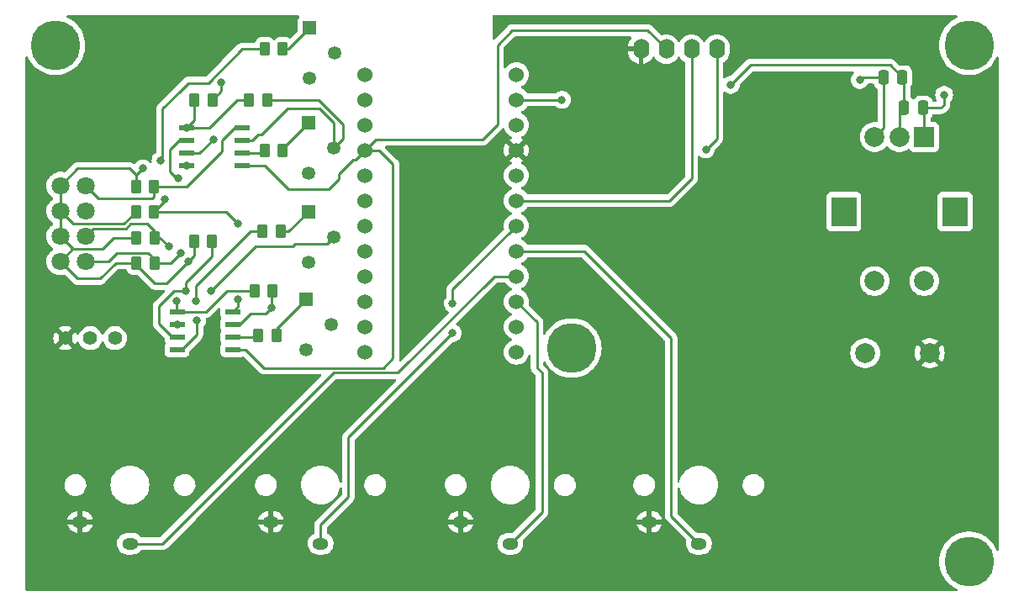
<source format=gbr>
%TF.GenerationSoftware,KiCad,Pcbnew,7.0.9*%
%TF.CreationDate,2024-05-12T00:48:34+09:00*%
%TF.ProjectId,hid taiko opeammm,68696420-7461-4696-9b6f-206f7065616d,rev?*%
%TF.SameCoordinates,Original*%
%TF.FileFunction,Copper,L2,Bot*%
%TF.FilePolarity,Positive*%
%FSLAX46Y46*%
G04 Gerber Fmt 4.6, Leading zero omitted, Abs format (unit mm)*
G04 Created by KiCad (PCBNEW 7.0.9) date 2024-05-12 00:48:34*
%MOMM*%
%LPD*%
G01*
G04 APERTURE LIST*
G04 Aperture macros list*
%AMRoundRect*
0 Rectangle with rounded corners*
0 $1 Rounding radius*
0 $2 $3 $4 $5 $6 $7 $8 $9 X,Y pos of 4 corners*
0 Add a 4 corners polygon primitive as box body*
4,1,4,$2,$3,$4,$5,$6,$7,$8,$9,$2,$3,0*
0 Add four circle primitives for the rounded corners*
1,1,$1+$1,$2,$3*
1,1,$1+$1,$4,$5*
1,1,$1+$1,$6,$7*
1,1,$1+$1,$8,$9*
0 Add four rect primitives between the rounded corners*
20,1,$1+$1,$2,$3,$4,$5,0*
20,1,$1+$1,$4,$5,$6,$7,0*
20,1,$1+$1,$6,$7,$8,$9,0*
20,1,$1+$1,$8,$9,$2,$3,0*%
G04 Aperture macros list end*
%TA.AperFunction,ComponentPad*%
%ADD10C,5.000000*%
%TD*%
%TA.AperFunction,ComponentPad*%
%ADD11C,2.000000*%
%TD*%
%TA.AperFunction,ComponentPad*%
%ADD12R,2.500000X3.000000*%
%TD*%
%TA.AperFunction,ComponentPad*%
%ADD13R,2.000000X2.000000*%
%TD*%
%TA.AperFunction,ComponentPad*%
%ADD14R,1.346200X1.346200*%
%TD*%
%TA.AperFunction,ComponentPad*%
%ADD15C,1.346200*%
%TD*%
%TA.AperFunction,ComponentPad*%
%ADD16C,1.800000*%
%TD*%
%TA.AperFunction,ComponentPad*%
%ADD17O,1.600000X1.200000*%
%TD*%
%TA.AperFunction,ComponentPad*%
%ADD18O,1.600000X2.000000*%
%TD*%
%TA.AperFunction,ComponentPad*%
%ADD19C,1.400000*%
%TD*%
%TA.AperFunction,SMDPad,CuDef*%
%ADD20RoundRect,0.250000X-0.250000X-0.475000X0.250000X-0.475000X0.250000X0.475000X-0.250000X0.475000X0*%
%TD*%
%TA.AperFunction,SMDPad,CuDef*%
%ADD21R,1.511300X0.558800*%
%TD*%
%TA.AperFunction,SMDPad,CuDef*%
%ADD22RoundRect,0.250000X-0.262500X-0.450000X0.262500X-0.450000X0.262500X0.450000X-0.262500X0.450000X0*%
%TD*%
%TA.AperFunction,ComponentPad*%
%ADD23C,1.524000*%
%TD*%
%TA.AperFunction,SMDPad,CuDef*%
%ADD24RoundRect,0.250000X0.262500X0.450000X-0.262500X0.450000X-0.262500X-0.450000X0.262500X-0.450000X0*%
%TD*%
%TA.AperFunction,ViaPad*%
%ADD25C,0.800000*%
%TD*%
%TA.AperFunction,Conductor*%
%ADD26C,0.250000*%
%TD*%
G04 APERTURE END LIST*
D10*
%TO.P,,1*%
%TO.N,N/C*%
X225187500Y-98600000D03*
%TD*%
%TO.P,,1*%
%TO.N,N/C*%
X173187500Y-68100000D03*
%TD*%
%TO.P,,1*%
%TO.N,N/C*%
X265187500Y-68100000D03*
%TD*%
%TO.P,J2,1*%
%TO.N,N/C*%
X265187500Y-120100000D03*
%TD*%
D11*
%TO.P,SW1,S2*%
%TO.N,N/C*%
X255687500Y-91850000D03*
%TO.P,SW1,S1*%
X260687500Y-91850000D03*
D12*
%TO.P,SW1,MP*%
X252587500Y-84850000D03*
X263787500Y-84850000D03*
D11*
%TO.P,SW1,C,C*%
%TO.N,Net-(C1-Pad1)*%
X258187500Y-77350000D03*
%TO.P,SW1,B,B*%
%TO.N,Net-(U1-D3{slash}TX0)*%
X255687500Y-77350000D03*
D13*
%TO.P,SW1,A,A*%
%TO.N,Net-(U1-D2{slash}RX1)*%
X260687500Y-77350000D03*
%TD*%
D14*
%TO.P,10k2,1*%
%TO.N,Net-(10k2-Pad1)*%
X198760000Y-66360000D03*
D15*
%TO.P,10k2,2*%
%TO.N,Net-(U3-AINPUT-)*%
X201300000Y-68900000D03*
%TO.P,10k2,3*%
%TO.N,N/C*%
X198760000Y-71440000D03*
%TD*%
D14*
%TO.P,10k1,1*%
%TO.N,Net-(10k1-Pad1)*%
X198647500Y-75948700D03*
D15*
%TO.P,10k1,2*%
%TO.N,Net-(U3-BINPUT-)*%
X201187500Y-78488700D03*
%TO.P,10k1,3*%
%TO.N,N/C*%
X198647500Y-81028700D03*
%TD*%
D11*
%TO.P,SW7,1,1*%
%TO.N,Net-(Brd1-GND)*%
X261237500Y-99100000D03*
%TO.P,SW7,2,2*%
%TO.N,Net-(U1-B4{slash}8)*%
X254737500Y-99100000D03*
%TD*%
D16*
%TO.P,J4,1,Pin_1*%
%TO.N,Net-(J4-Pin_1)*%
X176222500Y-87325000D03*
%TO.P,J4,2,Pin_2*%
%TO.N,Net-(J1-Pin_1)*%
X173682500Y-87325000D03*
%TD*%
D17*
%TO.P,SW4,1,1*%
%TO.N,Net-(Brd1-GND)*%
X232987500Y-116100000D03*
%TO.P,SW4,2,2*%
%TO.N,Net-(U1-C6{slash}5)*%
X237987500Y-118300000D03*
%TD*%
%TO.P,SW5,1,1*%
%TO.N,Net-(Brd1-GND)*%
X194887500Y-116100000D03*
%TO.P,SW5,2,2*%
%TO.N,Net-(U1-D4{slash}4)*%
X199887500Y-118300000D03*
%TD*%
D16*
%TO.P,J2,1,Pin_1*%
%TO.N,Net-(J1-Pin_1)*%
X173682500Y-84785000D03*
%TO.P,J2,2,Pin_2*%
%TO.N,Net-(J2-Pin_2)*%
X176222500Y-84785000D03*
%TD*%
D18*
%TO.P,Brd1,1,GND*%
%TO.N,Net-(Brd1-GND)*%
X232167500Y-68500000D03*
%TO.P,Brd1,2,VCC*%
%TO.N,Net-(Brd1-VCC)*%
X234707500Y-68500000D03*
%TO.P,Brd1,3,SCL*%
%TO.N,Net-(Brd1-SCL)*%
X237247500Y-68500000D03*
%TO.P,Brd1,4,SDA*%
%TO.N,Net-(Brd1-SDA)*%
X239787500Y-68500000D03*
%TD*%
D17*
%TO.P,SW3,1,1*%
%TO.N,Net-(Brd1-GND)*%
X175687500Y-116100000D03*
%TO.P,SW3,2,2*%
%TO.N,Net-(U1-D7{slash}6)*%
X180687500Y-118300000D03*
%TD*%
D19*
%TO.P,SW2,1,C*%
%TO.N,unconnected-(SW2-C-Pad1)*%
X179187500Y-97600000D03*
%TO.P,SW2,2,B*%
%TO.N,Net-(SW2-B)*%
X176687500Y-97600000D03*
%TO.P,SW2,3,A*%
%TO.N,Net-(Brd1-GND)*%
X174187500Y-97600000D03*
%TD*%
D20*
%TO.P,C1,2*%
%TO.N,Net-(U1-D2{slash}RX1)*%
X260537500Y-74400000D03*
%TO.P,C1,1*%
%TO.N,Net-(C1-Pad1)*%
X258637500Y-74400000D03*
%TD*%
D16*
%TO.P,J3,1,Pin_1*%
%TO.N,Net-(J3-Pin_1)*%
X176222500Y-89865000D03*
%TO.P,J3,2,Pin_2*%
%TO.N,Net-(J1-Pin_1)*%
X173682500Y-89865000D03*
%TD*%
D17*
%TO.P,SW6,1,1*%
%TO.N,Net-(Brd1-GND)*%
X213987500Y-116100000D03*
%TO.P,SW6,2,2*%
%TO.N,Net-(U1-E6{slash}7)*%
X218987500Y-118300000D03*
%TD*%
D16*
%TO.P,J1,1,Pin_1*%
%TO.N,Net-(J1-Pin_1)*%
X173682500Y-82245000D03*
%TO.P,J1,2,Pin_2*%
%TO.N,Net-(J1-Pin_2)*%
X176222500Y-82245000D03*
%TD*%
D14*
%TO.P,10k3,1*%
%TO.N,Net-(10k3-Pad1)*%
X198420100Y-93710000D03*
D15*
%TO.P,10k3,2*%
%TO.N,Net-(U4-BINPUT-)*%
X200960100Y-96250000D03*
%TO.P,10k3,3*%
%TO.N,N/C*%
X198420100Y-98790000D03*
%TD*%
D14*
%TO.P,10k4,1*%
%TO.N,Net-(10k4-Pad1)*%
X198637500Y-84850000D03*
D15*
%TO.P,10k4,2*%
%TO.N,Net-(U4-AINPUT-)*%
X201177500Y-87390000D03*
%TO.P,10k4,3*%
%TO.N,N/C*%
X198637500Y-89930000D03*
%TD*%
D20*
%TO.P,C2,2*%
%TO.N,Net-(C1-Pad1)*%
X258487500Y-71350000D03*
%TO.P,C2,1*%
%TO.N,Net-(U1-D3{slash}TX0)*%
X256587500Y-71350000D03*
%TD*%
D21*
%TO.P,U4,8,V+*%
%TO.N,Net-(Brd1-VCC)*%
X191037500Y-98750000D03*
%TO.P,U4,7,BOUTPUT*%
%TO.N,Net-(U4-BOUTPUT)*%
X191037500Y-97480000D03*
%TO.P,U4,6,BINPUT-*%
%TO.N,Net-(U4-BINPUT-)*%
X191037500Y-96210000D03*
%TO.P,U4,5,BINPUT+*%
%TO.N,Net-(J2-Pin_2)*%
X191037500Y-94940000D03*
%TO.P,U4,4,V-*%
%TO.N,Net-(J1-Pin_1)*%
X185436800Y-94940000D03*
%TO.P,U4,3,AINPUT+*%
%TO.N,Net-(J4-Pin_1)*%
X185436800Y-96210000D03*
%TO.P,U4,2,AINPUT-*%
%TO.N,Net-(U4-AINPUT-)*%
X185436800Y-97480000D03*
%TO.P,U4,1,AOUTPUT*%
%TO.N,Net-(U4-AOUTPUT)*%
X185436800Y-98750000D03*
%TD*%
D22*
%TO.P,R7,1*%
%TO.N,Net-(J1-Pin_1)*%
X187164900Y-73588700D03*
%TO.P,R7,2*%
%TO.N,Net-(U3-AINPUT-)*%
X188989900Y-73588700D03*
%TD*%
%TO.P,R10,1*%
%TO.N,Net-(U4-AOUTPUT)*%
X194025000Y-86850000D03*
%TO.P,R10,2*%
%TO.N,Net-(10k4-Pad1)*%
X195850000Y-86850000D03*
%TD*%
%TO.P,R11,1*%
%TO.N,Net-(U3-AOUTPUT)*%
X194264900Y-68500000D03*
%TO.P,R11,2*%
%TO.N,Net-(10k2-Pad1)*%
X196089900Y-68500000D03*
%TD*%
%TO.P,R1,1*%
%TO.N,Net-(U3-BOUTPUT)*%
X194252400Y-78688700D03*
%TO.P,R1,2*%
%TO.N,Net-(10k1-Pad1)*%
X196077400Y-78688700D03*
%TD*%
%TO.P,R2,1*%
%TO.N,Net-(U4-BOUTPUT)*%
X193625000Y-97350000D03*
%TO.P,R2,2*%
%TO.N,Net-(10k3-Pad1)*%
X195450000Y-97350000D03*
%TD*%
D23*
%TO.P,U1,1,D3/TX0*%
%TO.N,Net-(U1-D3{slash}TX0)*%
X219607500Y-71056000D03*
%TO.P,U1,2,D2/RX1*%
%TO.N,Net-(U1-D2{slash}RX1)*%
X219607500Y-73596000D03*
%TO.P,U1,3,GND*%
%TO.N,Net-(C1-Pad1)*%
X219607500Y-76136000D03*
%TO.P,U1,4,GND*%
%TO.N,Net-(Brd1-GND)*%
X219607500Y-78676000D03*
%TO.P,U1,5,SDA/D1/2*%
%TO.N,Net-(Brd1-SDA)*%
X219607500Y-81216000D03*
%TO.P,U1,6,SCL/D0/3*%
%TO.N,Net-(Brd1-SCL)*%
X219607500Y-83756000D03*
%TO.P,U1,7,D4/4*%
%TO.N,Net-(U1-D4{slash}4)*%
X219607500Y-86296000D03*
%TO.P,U1,8,C6/5*%
%TO.N,Net-(U1-C6{slash}5)*%
X219607500Y-88836000D03*
%TO.P,U1,9,D7/6*%
%TO.N,Net-(U1-D7{slash}6)*%
X219607500Y-91376000D03*
%TO.P,U1,10,E6/7*%
%TO.N,Net-(U1-E6{slash}7)*%
X219607500Y-93916000D03*
%TO.P,U1,11,B4/8*%
%TO.N,Net-(U1-B4{slash}8)*%
X219607500Y-96456000D03*
%TO.P,U1,12,B5/9*%
%TO.N,Net-(SW2-B)*%
X219607500Y-98996000D03*
%TO.P,U1,13,10/B6*%
%TO.N,unconnected-(U1-10{slash}B6-Pad13)*%
X204367500Y-98996000D03*
%TO.P,U1,14,16/B2*%
%TO.N,unconnected-(U1-16{slash}B2-Pad14)*%
X204367500Y-96456000D03*
%TO.P,U1,15,14/B3*%
%TO.N,unconnected-(U1-14{slash}B3-Pad15)*%
X204367500Y-93916000D03*
%TO.P,U1,16,15/B1*%
%TO.N,unconnected-(U1-15{slash}B1-Pad16)*%
X204367500Y-91376000D03*
%TO.P,U1,17,A0/F7*%
%TO.N,unconnected-(U1-A0{slash}F7-Pad17)*%
X204367500Y-88836000D03*
%TO.P,U1,18,A1/F6*%
%TO.N,unconnected-(U1-A1{slash}F6-Pad18)*%
X204367500Y-86296000D03*
%TO.P,U1,19,A2/F5*%
%TO.N,unconnected-(U1-A2{slash}F5-Pad19)*%
X204367500Y-83756000D03*
%TO.P,U1,20,A3/F4*%
%TO.N,unconnected-(U1-A3{slash}F4-Pad20)*%
X204367500Y-81216000D03*
%TO.P,U1,21,VCC*%
%TO.N,Net-(Brd1-VCC)*%
X204367500Y-78676000D03*
%TO.P,U1,22,RST*%
%TO.N,unconnected-(U1-RST-Pad22)*%
X204367500Y-76136000D03*
%TO.P,U1,23,GND*%
%TO.N,Net-(J1-Pin_1)*%
X204367500Y-73596000D03*
%TO.P,U1,24,RAW*%
%TO.N,unconnected-(U1-RAW-Pad24)*%
X204367500Y-71056000D03*
%TD*%
D22*
%TO.P,R12,1*%
%TO.N,Net-(J1-Pin_1)*%
X187153750Y-87880000D03*
%TO.P,R12,2*%
%TO.N,Net-(U4-AINPUT-)*%
X188978750Y-87880000D03*
%TD*%
%TO.P,R9,1*%
%TO.N,Net-(J1-Pin_1)*%
X181317500Y-87525000D03*
%TO.P,R9,2*%
%TO.N,Net-(J4-Pin_1)*%
X183142500Y-87525000D03*
%TD*%
%TO.P,R5,1*%
%TO.N,Net-(J1-Pin_1)*%
X193225000Y-92850000D03*
%TO.P,R5,2*%
%TO.N,Net-(U4-BINPUT-)*%
X195050000Y-92850000D03*
%TD*%
D24*
%TO.P,R6,1*%
%TO.N,Net-(J2-Pin_2)*%
X183127500Y-84885000D03*
%TO.P,R6,2*%
%TO.N,Net-(J1-Pin_1)*%
X181302500Y-84885000D03*
%TD*%
D22*
%TO.P,R4,1*%
%TO.N,Net-(J1-Pin_1)*%
X192664900Y-73588700D03*
%TO.P,R4,2*%
%TO.N,Net-(U3-BINPUT-)*%
X194489900Y-73588700D03*
%TD*%
D21*
%TO.P,U3,1,AOUTPUT*%
%TO.N,Net-(U3-AOUTPUT)*%
X186364200Y-80228700D03*
%TO.P,U3,2,AINPUT-*%
%TO.N,Net-(U3-AINPUT-)*%
X186364200Y-78958700D03*
%TO.P,U3,3,AINPUT+*%
%TO.N,Net-(J3-Pin_1)*%
X186364200Y-77688700D03*
%TO.P,U3,4,V-*%
%TO.N,Net-(J1-Pin_1)*%
X186364200Y-76418700D03*
%TO.P,U3,5,BINPUT+*%
%TO.N,Net-(J1-Pin_2)*%
X191964900Y-76418700D03*
%TO.P,U3,6,BINPUT-*%
%TO.N,Net-(U3-BINPUT-)*%
X191964900Y-77688700D03*
%TO.P,U3,7,BOUTPUT*%
%TO.N,Net-(U3-BOUTPUT)*%
X191964900Y-78958700D03*
%TO.P,U3,8,V+*%
%TO.N,Net-(Brd1-VCC)*%
X191964900Y-80228700D03*
%TD*%
D22*
%TO.P,R8,1*%
%TO.N,Net-(J1-Pin_1)*%
X181317500Y-90025000D03*
%TO.P,R8,2*%
%TO.N,Net-(J3-Pin_1)*%
X183142500Y-90025000D03*
%TD*%
D24*
%TO.P,R3,1*%
%TO.N,Net-(J1-Pin_2)*%
X183127500Y-82345000D03*
%TO.P,R3,2*%
%TO.N,Net-(J1-Pin_1)*%
X181302500Y-82345000D03*
%TD*%
D25*
%TO.N,Net-(U1-D4{slash}4)*%
X213187500Y-94100000D03*
X213187500Y-97100000D03*
%TO.N,Net-(Brd1-SDA)*%
X238687500Y-78600000D03*
%TO.N,Net-(U1-D2{slash}RX1)*%
X262687500Y-73100000D03*
X224187500Y-73600000D03*
%TO.N,Net-(C1-Pad1)*%
X241187500Y-72100000D03*
%TO.N,Net-(U1-D3{slash}TX0)*%
X254187500Y-71600000D03*
%TO.N,Net-(J2-Pin_2)*%
X184187500Y-83600000D03*
%TO.N,Net-(J1-Pin_1)*%
X186364200Y-76418700D03*
X181987500Y-80500000D03*
%TO.N,Net-(U3-AOUTPUT)*%
X186364200Y-80228700D03*
X183787500Y-79700000D03*
%TO.N,Net-(J1-Pin_1)*%
X186566250Y-89880000D03*
X185366250Y-93880000D03*
%TO.N,Net-(J2-Pin_2)*%
X191587500Y-86100000D03*
X191587500Y-93700000D03*
%TO.N,Net-(U3-AINPUT-)*%
X189077400Y-77588700D03*
X189877400Y-71888700D03*
%TO.N,Net-(U4-BINPUT-)*%
X194937500Y-94550000D03*
%TO.N,Net-(U4-AINPUT-)*%
X188837500Y-92850000D03*
X186337500Y-92850000D03*
%TO.N,Net-(J3-Pin_1)*%
X185787500Y-89000000D03*
X185587500Y-81500000D03*
%TO.N,Net-(J4-Pin_1)*%
X185436800Y-96210000D03*
X184587500Y-88400000D03*
%TO.N,Net-(U4-AOUTPUT)*%
X187337500Y-93850000D03*
X187437500Y-95850000D03*
%TD*%
D26*
%TO.N,Net-(U1-E6{slash}7)*%
X221687500Y-95996000D02*
X219607500Y-93916000D01*
X221687500Y-100600000D02*
X221687500Y-95996000D01*
X222187500Y-101100000D02*
X221687500Y-100600000D01*
X222187500Y-115100000D02*
X222187500Y-101100000D01*
X218987500Y-118300000D02*
X222187500Y-115100000D01*
%TO.N,Net-(U1-D4{slash}4)*%
X213187500Y-92716000D02*
X219607500Y-86296000D01*
X213187500Y-94100000D02*
X213187500Y-92716000D01*
X202687500Y-107600000D02*
X213187500Y-97100000D01*
X202687500Y-113600000D02*
X202687500Y-107600000D01*
X199887500Y-116400000D02*
X202687500Y-113600000D01*
X199887500Y-118300000D02*
X199887500Y-116400000D01*
%TO.N,Net-(U1-D7{slash}6)*%
X207687500Y-101100000D02*
X217411500Y-91376000D01*
X201187500Y-101100000D02*
X207687500Y-101100000D01*
X217411500Y-91376000D02*
X219607500Y-91376000D01*
X180687500Y-118300000D02*
X183987500Y-118300000D01*
X183987500Y-118300000D02*
X201187500Y-101100000D01*
%TO.N,Net-(U1-C6{slash}5)*%
X235187500Y-97600000D02*
X226423500Y-88836000D01*
X226423500Y-88836000D02*
X219607500Y-88836000D01*
X235187500Y-115500000D02*
X235187500Y-97600000D01*
X237987500Y-118300000D02*
X235187500Y-115500000D01*
%TO.N,Net-(Brd1-SDA)*%
X239787500Y-77500000D02*
X238687500Y-78600000D01*
X239787500Y-68500000D02*
X239787500Y-77500000D01*
%TO.N,Net-(C1-Pad1)*%
X257237500Y-70100000D02*
X258487500Y-71350000D01*
X243187500Y-70100000D02*
X257237500Y-70100000D01*
X241187500Y-72100000D02*
X243187500Y-70100000D01*
%TO.N,Net-(U1-D2{slash}RX1)*%
X224183500Y-73596000D02*
X219607500Y-73596000D01*
X224187500Y-73600000D02*
X224183500Y-73596000D01*
X262387500Y-74400000D02*
X262687500Y-74100000D01*
X260537500Y-74400000D02*
X262387500Y-74400000D01*
X262687500Y-74100000D02*
X262687500Y-73100000D01*
%TO.N,Net-(U1-D3{slash}TX0)*%
X254437500Y-71350000D02*
X254187500Y-71600000D01*
X256587500Y-71350000D02*
X254437500Y-71350000D01*
X256587500Y-76450000D02*
X255687500Y-77350000D01*
X256587500Y-71350000D02*
X256587500Y-76450000D01*
%TO.N,Net-(C1-Pad1)*%
X258637500Y-71500000D02*
X258487500Y-71350000D01*
X258637500Y-74400000D02*
X258637500Y-71500000D01*
X258187500Y-74850000D02*
X258637500Y-74400000D01*
X258187500Y-77350000D02*
X258187500Y-74850000D01*
%TO.N,Net-(U1-D2{slash}RX1)*%
X260687500Y-74550000D02*
X260537500Y-74400000D01*
X260687500Y-77350000D02*
X260687500Y-74550000D01*
%TO.N,Net-(Brd1-SCL)*%
X235031500Y-83756000D02*
X219607500Y-83756000D01*
X237247500Y-81540000D02*
X235031500Y-83756000D01*
X237247500Y-68500000D02*
X237247500Y-81540000D01*
%TO.N,Net-(Brd1-VCC)*%
X216187500Y-77600000D02*
X205443500Y-77600000D01*
X217687500Y-76100000D02*
X216187500Y-77600000D01*
X205443500Y-77600000D02*
X204367500Y-78676000D01*
X217687500Y-68100000D02*
X217687500Y-76100000D01*
X219187500Y-66600000D02*
X217687500Y-68100000D01*
X232807500Y-66600000D02*
X219187500Y-66600000D01*
X234707500Y-68500000D02*
X232807500Y-66600000D01*
%TO.N,Net-(J2-Pin_2)*%
X184187500Y-83825000D02*
X183127500Y-84885000D01*
X184187500Y-83600000D02*
X184187500Y-83825000D01*
%TO.N,Net-(Brd1-VCC)*%
X205763500Y-78676000D02*
X204367500Y-78676000D01*
X207187500Y-80100000D02*
X205763500Y-78676000D01*
X207187500Y-99600000D02*
X207187500Y-80100000D01*
X206187500Y-100600000D02*
X207187500Y-99600000D01*
X194187500Y-100600000D02*
X206187500Y-100600000D01*
X192337500Y-98750000D02*
X194187500Y-100600000D01*
X191037500Y-98750000D02*
X192337500Y-98750000D01*
X203443500Y-79600000D02*
X204367500Y-78676000D01*
X203187500Y-79600000D02*
X203443500Y-79600000D01*
X201687500Y-81100000D02*
X203187500Y-79600000D01*
X201687500Y-81600000D02*
X201687500Y-81100000D01*
X200687500Y-82600000D02*
X201687500Y-81600000D01*
X196687500Y-82600000D02*
X200687500Y-82600000D01*
X194316200Y-80228700D02*
X196687500Y-82600000D01*
X191964900Y-80228700D02*
X194316200Y-80228700D01*
%TO.N,Net-(J1-Pin_1)*%
X173682500Y-87325000D02*
X173682500Y-84785000D01*
X173682500Y-84785000D02*
X173682500Y-82245000D01*
X173682500Y-89865000D02*
X174907500Y-88640000D01*
X174907500Y-88640000D02*
X174997500Y-88640000D01*
X184346250Y-92100000D02*
X186566250Y-89880000D01*
X181317500Y-90230000D02*
X183187500Y-92100000D01*
X181317500Y-90025000D02*
X181317500Y-90230000D01*
X183187500Y-92100000D02*
X184346250Y-92100000D01*
X181302500Y-81185000D02*
X181987500Y-80500000D01*
%TO.N,Net-(U3-AOUTPUT)*%
X183987500Y-74500000D02*
X183987500Y-76500000D01*
X185787500Y-72700000D02*
X183987500Y-74500000D01*
X186587500Y-71900000D02*
X185787500Y-72700000D01*
X188587500Y-71900000D02*
X186587500Y-71900000D01*
X191987500Y-68500000D02*
X188587500Y-71900000D01*
X183987500Y-76500000D02*
X183987500Y-79500000D01*
X183987500Y-79500000D02*
X183787500Y-79700000D01*
X194264900Y-68500000D02*
X191987500Y-68500000D01*
%TO.N,Net-(10k1-Pad1)*%
X196077400Y-78688700D02*
X196077400Y-78518800D01*
X196077400Y-78518800D02*
X198647500Y-75948700D01*
%TO.N,Net-(10k2-Pad1)*%
X196620000Y-68500000D02*
X198760000Y-66360000D01*
X196089900Y-68500000D02*
X196620000Y-68500000D01*
%TO.N,Net-(10k3-Pad1)*%
X195450000Y-97350000D02*
X195450000Y-96680100D01*
X195450000Y-96680100D02*
X198420100Y-93710000D01*
%TO.N,Net-(10k4-Pad1)*%
X198637500Y-84850000D02*
X196637500Y-86850000D01*
X196637500Y-86850000D02*
X195850000Y-86850000D01*
%TO.N,Net-(J1-Pin_1)*%
X185366250Y-93880000D02*
X185366250Y-94869450D01*
X193225000Y-92850000D02*
X190437500Y-92850000D01*
X181317500Y-90025000D02*
X179262500Y-90025000D01*
X174997500Y-86100000D02*
X180087500Y-86100000D01*
X187153750Y-89292500D02*
X186566250Y-89880000D01*
X188347500Y-94940000D02*
X185436800Y-94940000D01*
X185366250Y-94869450D02*
X185436800Y-94940000D01*
X175402500Y-80525000D02*
X173682500Y-82245000D01*
X174997500Y-88640000D02*
X173682500Y-87325000D01*
X192664900Y-73588700D02*
X191477400Y-73588700D01*
X179262500Y-90025000D02*
X177687500Y-91600000D01*
X177947500Y-88640000D02*
X174997500Y-88640000D01*
X187153750Y-87880000D02*
X187153750Y-89292500D01*
X181302500Y-81185000D02*
X180642500Y-80525000D01*
X173682500Y-84785000D02*
X174997500Y-86100000D01*
X188647400Y-76418700D02*
X186364200Y-76418700D01*
X180087500Y-86100000D02*
X181302500Y-84885000D01*
X190437500Y-92850000D02*
X188347500Y-94940000D01*
X180642500Y-80525000D02*
X175402500Y-80525000D01*
X179062500Y-87525000D02*
X177947500Y-88640000D01*
X181302500Y-82345000D02*
X181302500Y-81185000D01*
X177687500Y-91600000D02*
X175417500Y-91600000D01*
X181317500Y-87525000D02*
X179062500Y-87525000D01*
X175417500Y-91600000D02*
X173682500Y-89865000D01*
X187164900Y-75618000D02*
X186364200Y-76418700D01*
X191477400Y-73588700D02*
X188647400Y-76418700D01*
X187164900Y-73588700D02*
X187164900Y-75618000D01*
%TO.N,Net-(J1-Pin_2)*%
X183127500Y-82345000D02*
X186442500Y-82345000D01*
X189987500Y-77700000D02*
X191268800Y-76418700D01*
X183127500Y-83340000D02*
X183127500Y-82345000D01*
X177502500Y-83525000D02*
X182942500Y-83525000D01*
X186442500Y-82345000D02*
X189987500Y-78800000D01*
X176222500Y-82245000D02*
X177502500Y-83525000D01*
X189987500Y-78800000D02*
X189987500Y-77700000D01*
X182942500Y-83525000D02*
X183127500Y-83340000D01*
X191268800Y-76418700D02*
X191964900Y-76418700D01*
%TO.N,Net-(J2-Pin_2)*%
X191587500Y-93700000D02*
X191587500Y-94390000D01*
X190372500Y-84885000D02*
X191587500Y-86100000D01*
X183127500Y-84885000D02*
X190372500Y-84885000D01*
X191587500Y-94390000D02*
X191037500Y-94940000D01*
%TO.N,Net-(U3-BINPUT-)*%
X202177400Y-77498800D02*
X201187500Y-78488700D01*
X201187500Y-78488700D02*
X201187500Y-75911300D01*
X202177400Y-76088700D02*
X202177400Y-77498800D01*
X199677400Y-73588700D02*
X202177400Y-76088700D01*
X199764900Y-74488700D02*
X196564900Y-74488700D01*
X193964900Y-77088700D02*
X193564900Y-77088700D01*
X192964900Y-77688700D02*
X191964900Y-77688700D01*
X194489900Y-73588700D02*
X199677400Y-73588700D01*
X196564900Y-74488700D02*
X193964900Y-77088700D01*
X201187500Y-75911300D02*
X199764900Y-74488700D01*
X193564900Y-77088700D02*
X192964900Y-77688700D01*
%TO.N,Net-(U3-AINPUT-)*%
X187707400Y-78958700D02*
X186364200Y-78958700D01*
X189077400Y-77588700D02*
X187707400Y-78958700D01*
X189877400Y-71888700D02*
X189877400Y-72701200D01*
X189877400Y-72701200D02*
X188989900Y-73588700D01*
%TO.N,Net-(U4-BINPUT-)*%
X194937500Y-94550000D02*
X194337500Y-95150000D01*
X194337500Y-95150000D02*
X192837500Y-95150000D01*
X191777500Y-96210000D02*
X191037500Y-96210000D01*
X194937500Y-94550000D02*
X194937500Y-92962500D01*
X192837500Y-95150000D02*
X191777500Y-96210000D01*
X194937500Y-92962500D02*
X195050000Y-92850000D01*
%TO.N,Net-(U4-AINPUT-)*%
X200504400Y-88063100D02*
X197324400Y-88063100D01*
X188978750Y-89367500D02*
X186337500Y-92008750D01*
X197037500Y-88350000D02*
X193337500Y-88350000D01*
X184967500Y-97480000D02*
X185436800Y-97480000D01*
X193337500Y-88350000D02*
X188837500Y-92850000D01*
X197324400Y-88063100D02*
X197037500Y-88350000D01*
X201177500Y-87390000D02*
X200504400Y-88063100D01*
X186337500Y-92850000D02*
X185137500Y-92850000D01*
X186337500Y-92008750D02*
X186337500Y-92850000D01*
X183637500Y-96150000D02*
X184967500Y-97480000D01*
X185137500Y-92850000D02*
X183637500Y-94350000D01*
X183637500Y-94350000D02*
X183637500Y-96150000D01*
X188978750Y-87880000D02*
X188978750Y-89367500D01*
%TO.N,Net-(J3-Pin_1)*%
X184687500Y-78600000D02*
X185598800Y-77688700D01*
X179387500Y-89000000D02*
X178522500Y-89865000D01*
X183142500Y-90025000D02*
X184762500Y-90025000D01*
X178522500Y-89865000D02*
X176222500Y-89865000D01*
X183142500Y-90025000D02*
X183142500Y-90412500D01*
X176382500Y-90025000D02*
X176222500Y-89865000D01*
X184687500Y-80800000D02*
X184687500Y-78600000D01*
X184762500Y-90025000D02*
X185787500Y-89000000D01*
X183142500Y-90025000D02*
X183142500Y-89655000D01*
X185387500Y-81500000D02*
X184687500Y-80800000D01*
X183142500Y-89655000D02*
X182487500Y-89000000D01*
X182487500Y-89000000D02*
X179387500Y-89000000D01*
X185587500Y-81500000D02*
X185387500Y-81500000D01*
X185598800Y-77688700D02*
X186364200Y-77688700D01*
%TO.N,Net-(J4-Pin_1)*%
X183142500Y-87525000D02*
X183712500Y-87525000D01*
X182387500Y-86100000D02*
X183142500Y-86855000D01*
X180723896Y-86100000D02*
X182387500Y-86100000D01*
X183142500Y-86855000D02*
X183142500Y-87525000D01*
X183712500Y-87525000D02*
X184587500Y-88400000D01*
X176222500Y-87325000D02*
X176997500Y-86550000D01*
X176422500Y-87525000D02*
X176222500Y-87325000D01*
X180273896Y-86550000D02*
X180723896Y-86100000D01*
X176997500Y-86550000D02*
X180273896Y-86550000D01*
%TO.N,Net-(U3-BOUTPUT)*%
X191964900Y-78958700D02*
X193982400Y-78958700D01*
X193982400Y-78958700D02*
X194252400Y-78688700D01*
%TO.N,Net-(U4-BOUTPUT)*%
X191037500Y-97480000D02*
X193495000Y-97480000D01*
X193495000Y-97480000D02*
X193625000Y-97350000D01*
%TO.N,Net-(U4-AOUTPUT)*%
X187437500Y-95850000D02*
X187437500Y-97225550D01*
X185913050Y-98750000D02*
X185436800Y-98750000D01*
X187437500Y-97225550D02*
X185913050Y-98750000D01*
X194025000Y-86850000D02*
X192837500Y-86850000D01*
X190837500Y-88850000D02*
X187337500Y-92350000D01*
X187337500Y-92350000D02*
X187337500Y-93850000D01*
X192837500Y-86850000D02*
X190837500Y-88850000D01*
%TD*%
%TA.AperFunction,Conductor*%
%TO.N,Net-(Brd1-GND)*%
G36*
X197729546Y-65120185D02*
G01*
X197775301Y-65172989D01*
X197785245Y-65242147D01*
X197756220Y-65305703D01*
X197736819Y-65323766D01*
X197729352Y-65329355D01*
X197643106Y-65444564D01*
X197643102Y-65444571D01*
X197592808Y-65579417D01*
X197586401Y-65639016D01*
X197586401Y-65639023D01*
X197586400Y-65639035D01*
X197586400Y-66597646D01*
X197566715Y-66664685D01*
X197550081Y-66685327D01*
X196863828Y-67371579D01*
X196802505Y-67405064D01*
X196732813Y-67400080D01*
X196711050Y-67389436D01*
X196671742Y-67365190D01*
X196671736Y-67365187D01*
X196671734Y-67365186D01*
X196505197Y-67310001D01*
X196505195Y-67310000D01*
X196402410Y-67299500D01*
X195777398Y-67299500D01*
X195777380Y-67299501D01*
X195674603Y-67310000D01*
X195674600Y-67310001D01*
X195508068Y-67365185D01*
X195508063Y-67365187D01*
X195358742Y-67457289D01*
X195265081Y-67550951D01*
X195203758Y-67584436D01*
X195134066Y-67579452D01*
X195089719Y-67550951D01*
X194996057Y-67457289D01*
X194996056Y-67457288D01*
X194888013Y-67390647D01*
X194846736Y-67365187D01*
X194846731Y-67365185D01*
X194845262Y-67364698D01*
X194680197Y-67310001D01*
X194680195Y-67310000D01*
X194577410Y-67299500D01*
X193952398Y-67299500D01*
X193952380Y-67299501D01*
X193849603Y-67310000D01*
X193849600Y-67310001D01*
X193683068Y-67365185D01*
X193683063Y-67365187D01*
X193533742Y-67457289D01*
X193409689Y-67581342D01*
X193317587Y-67730663D01*
X193317586Y-67730666D01*
X193301549Y-67779064D01*
X193298089Y-67789505D01*
X193258316Y-67846949D01*
X193193800Y-67873772D01*
X193180383Y-67874500D01*
X192070238Y-67874500D01*
X192054621Y-67872776D01*
X192054594Y-67873062D01*
X192046832Y-67872327D01*
X191977704Y-67874500D01*
X191948150Y-67874500D01*
X191947429Y-67874590D01*
X191941257Y-67875369D01*
X191935445Y-67875826D01*
X191888873Y-67877290D01*
X191888872Y-67877290D01*
X191869629Y-67882881D01*
X191850579Y-67886825D01*
X191830711Y-67889334D01*
X191830709Y-67889335D01*
X191787384Y-67906488D01*
X191781857Y-67908380D01*
X191737110Y-67921381D01*
X191737109Y-67921382D01*
X191719867Y-67931579D01*
X191702399Y-67940137D01*
X191683769Y-67947513D01*
X191683767Y-67947514D01*
X191646076Y-67974898D01*
X191641194Y-67978105D01*
X191601079Y-68001830D01*
X191586908Y-68016000D01*
X191572123Y-68028628D01*
X191555912Y-68040407D01*
X191526209Y-68076310D01*
X191522276Y-68080631D01*
X189926599Y-69676310D01*
X188364728Y-71238181D01*
X188303405Y-71271666D01*
X188277047Y-71274500D01*
X186670243Y-71274500D01*
X186654622Y-71272775D01*
X186654596Y-71273061D01*
X186646834Y-71272327D01*
X186646833Y-71272327D01*
X186577686Y-71274500D01*
X186548149Y-71274500D01*
X186541266Y-71275369D01*
X186535449Y-71275826D01*
X186488873Y-71277290D01*
X186469629Y-71282881D01*
X186450579Y-71286825D01*
X186430711Y-71289334D01*
X186387384Y-71306488D01*
X186381858Y-71308379D01*
X186337114Y-71321379D01*
X186337110Y-71321381D01*
X186319866Y-71331579D01*
X186302405Y-71340133D01*
X186283774Y-71347510D01*
X186283762Y-71347517D01*
X186246070Y-71374902D01*
X186241187Y-71378109D01*
X186201080Y-71401829D01*
X186186914Y-71415995D01*
X186172124Y-71428627D01*
X186155914Y-71440404D01*
X186155911Y-71440407D01*
X186126210Y-71476309D01*
X186122277Y-71480631D01*
X185383637Y-72219271D01*
X183603708Y-73999199D01*
X183591451Y-74009020D01*
X183591634Y-74009241D01*
X183585623Y-74014213D01*
X183538272Y-74064636D01*
X183517389Y-74085519D01*
X183517377Y-74085532D01*
X183513121Y-74091017D01*
X183509337Y-74095447D01*
X183477437Y-74129418D01*
X183477436Y-74129420D01*
X183467784Y-74146976D01*
X183457110Y-74163226D01*
X183444829Y-74179061D01*
X183444824Y-74179068D01*
X183426315Y-74221838D01*
X183423745Y-74227084D01*
X183401303Y-74267906D01*
X183396322Y-74287307D01*
X183390021Y-74305710D01*
X183382062Y-74324102D01*
X183382061Y-74324105D01*
X183374771Y-74370127D01*
X183373587Y-74375846D01*
X183362001Y-74420972D01*
X183362000Y-74420982D01*
X183362000Y-74441016D01*
X183360473Y-74460413D01*
X183359749Y-74464983D01*
X183357340Y-74480194D01*
X183357340Y-74480195D01*
X183361725Y-74526583D01*
X183362000Y-74532421D01*
X183362000Y-78832883D01*
X183342315Y-78899922D01*
X183310886Y-78933201D01*
X183181627Y-79027113D01*
X183054966Y-79167785D01*
X182960321Y-79331715D01*
X182960318Y-79331722D01*
X182901827Y-79511740D01*
X182901826Y-79511744D01*
X182882827Y-79692511D01*
X182882040Y-79700000D01*
X182895423Y-79827337D01*
X182882853Y-79896067D01*
X182835121Y-79947090D01*
X182767380Y-79964208D01*
X182701139Y-79941985D01*
X182679952Y-79923270D01*
X182676613Y-79919562D01*
X182593371Y-79827112D01*
X182593370Y-79827111D01*
X182440234Y-79715851D01*
X182440229Y-79715848D01*
X182267307Y-79638857D01*
X182267302Y-79638855D01*
X182094627Y-79602153D01*
X182082146Y-79599500D01*
X181892854Y-79599500D01*
X181880373Y-79602153D01*
X181707697Y-79638855D01*
X181707692Y-79638857D01*
X181534770Y-79715848D01*
X181534765Y-79715851D01*
X181381629Y-79827111D01*
X181254967Y-79967783D01*
X181230500Y-80010162D01*
X181179933Y-80058377D01*
X181111325Y-80071599D01*
X181046461Y-80045631D01*
X181038234Y-80038557D01*
X181013082Y-80014938D01*
X181010628Y-80013589D01*
X180995529Y-80005288D01*
X180979263Y-79994604D01*
X180963436Y-79982327D01*
X180963435Y-79982326D01*
X180963433Y-79982325D01*
X180920668Y-79963818D01*
X180915422Y-79961248D01*
X180874593Y-79938803D01*
X180874592Y-79938802D01*
X180855193Y-79933822D01*
X180836781Y-79927518D01*
X180818398Y-79919562D01*
X180818392Y-79919560D01*
X180772374Y-79912272D01*
X180766652Y-79911087D01*
X180721521Y-79899500D01*
X180721519Y-79899500D01*
X180701484Y-79899500D01*
X180682086Y-79897973D01*
X180674662Y-79896797D01*
X180662305Y-79894840D01*
X180662304Y-79894840D01*
X180615916Y-79899225D01*
X180610078Y-79899500D01*
X175485237Y-79899500D01*
X175469620Y-79897776D01*
X175469593Y-79898062D01*
X175461831Y-79897327D01*
X175392703Y-79899500D01*
X175363150Y-79899500D01*
X175362429Y-79899590D01*
X175356257Y-79900369D01*
X175350445Y-79900826D01*
X175303878Y-79902290D01*
X175303867Y-79902292D01*
X175284634Y-79907879D01*
X175265594Y-79911822D01*
X175245717Y-79914334D01*
X175245710Y-79914335D01*
X175245708Y-79914336D01*
X175245706Y-79914336D01*
X175245705Y-79914337D01*
X175202368Y-79931494D01*
X175196842Y-79933386D01*
X175152111Y-79946382D01*
X175152108Y-79946383D01*
X175134863Y-79956581D01*
X175117401Y-79965135D01*
X175098772Y-79972511D01*
X175098767Y-79972513D01*
X175061064Y-79999906D01*
X175056182Y-80003112D01*
X175016080Y-80026828D01*
X175001908Y-80041000D01*
X174987123Y-80053628D01*
X174980960Y-80058106D01*
X174977458Y-80060651D01*
X174970912Y-80065407D01*
X174941209Y-80101310D01*
X174937277Y-80105631D01*
X174181019Y-80861888D01*
X174119696Y-80895373D01*
X174053075Y-80891488D01*
X174027483Y-80882702D01*
X173874859Y-80857234D01*
X173798549Y-80844500D01*
X173566451Y-80844500D01*
X173556078Y-80846231D01*
X173337515Y-80882702D01*
X173118004Y-80958061D01*
X173117995Y-80958064D01*
X172913871Y-81068531D01*
X172913865Y-81068535D01*
X172730722Y-81211081D01*
X172730719Y-81211084D01*
X172730716Y-81211086D01*
X172730716Y-81211087D01*
X172710839Y-81232679D01*
X172573516Y-81381852D01*
X172446575Y-81576151D01*
X172353342Y-81788699D01*
X172296366Y-82013691D01*
X172296364Y-82013702D01*
X172277200Y-82244993D01*
X172277200Y-82245006D01*
X172296364Y-82476297D01*
X172296366Y-82476308D01*
X172353342Y-82701300D01*
X172446575Y-82913848D01*
X172573516Y-83108147D01*
X172573519Y-83108151D01*
X172573521Y-83108153D01*
X172730716Y-83278913D01*
X172730719Y-83278915D01*
X172730722Y-83278918D01*
X172908318Y-83417147D01*
X172949131Y-83473857D01*
X172952806Y-83543630D01*
X172918174Y-83604313D01*
X172908318Y-83612853D01*
X172730722Y-83751081D01*
X172730719Y-83751084D01*
X172730716Y-83751086D01*
X172730716Y-83751087D01*
X172696500Y-83788256D01*
X172573516Y-83921852D01*
X172446575Y-84116151D01*
X172353342Y-84328699D01*
X172296366Y-84553691D01*
X172296364Y-84553702D01*
X172277200Y-84784993D01*
X172277200Y-84785006D01*
X172296364Y-85016297D01*
X172296366Y-85016308D01*
X172353342Y-85241300D01*
X172446575Y-85453848D01*
X172573516Y-85648147D01*
X172573519Y-85648151D01*
X172573521Y-85648153D01*
X172730716Y-85818913D01*
X172730719Y-85818915D01*
X172730722Y-85818918D01*
X172908318Y-85957147D01*
X172949131Y-86013857D01*
X172952806Y-86083630D01*
X172918174Y-86144313D01*
X172908318Y-86152853D01*
X172730722Y-86291081D01*
X172730719Y-86291084D01*
X172730716Y-86291086D01*
X172730716Y-86291087D01*
X172675769Y-86350776D01*
X172573516Y-86461852D01*
X172446575Y-86656151D01*
X172353342Y-86868699D01*
X172296366Y-87093691D01*
X172296364Y-87093702D01*
X172277200Y-87324993D01*
X172277200Y-87325006D01*
X172296364Y-87556297D01*
X172296366Y-87556308D01*
X172353342Y-87781300D01*
X172446575Y-87993848D01*
X172573516Y-88188147D01*
X172573519Y-88188151D01*
X172573521Y-88188153D01*
X172730716Y-88358913D01*
X172730719Y-88358915D01*
X172730722Y-88358918D01*
X172908318Y-88497147D01*
X172949131Y-88553857D01*
X172952806Y-88623630D01*
X172918174Y-88684313D01*
X172908318Y-88692853D01*
X172730722Y-88831081D01*
X172730719Y-88831084D01*
X172730716Y-88831086D01*
X172730716Y-88831087D01*
X172690351Y-88874935D01*
X172573516Y-89001852D01*
X172446575Y-89196151D01*
X172353342Y-89408699D01*
X172296366Y-89633691D01*
X172296364Y-89633702D01*
X172277200Y-89864993D01*
X172277200Y-89865006D01*
X172296364Y-90096297D01*
X172296366Y-90096308D01*
X172353342Y-90321300D01*
X172446575Y-90533848D01*
X172573516Y-90728147D01*
X172573519Y-90728151D01*
X172573521Y-90728153D01*
X172730716Y-90898913D01*
X172730719Y-90898915D01*
X172730722Y-90898918D01*
X172913865Y-91041464D01*
X172913871Y-91041468D01*
X172913874Y-91041470D01*
X173117997Y-91151936D01*
X173231987Y-91191068D01*
X173337515Y-91227297D01*
X173337517Y-91227297D01*
X173337519Y-91227298D01*
X173566451Y-91265500D01*
X173566452Y-91265500D01*
X173798548Y-91265500D01*
X173798549Y-91265500D01*
X174027481Y-91227298D01*
X174053076Y-91218510D01*
X174122871Y-91215359D01*
X174181020Y-91248110D01*
X174916694Y-91983784D01*
X174926519Y-91996048D01*
X174926740Y-91995866D01*
X174931710Y-92001873D01*
X174931713Y-92001876D01*
X174931714Y-92001877D01*
X174982151Y-92049241D01*
X175003030Y-92070120D01*
X175008504Y-92074366D01*
X175012942Y-92078156D01*
X175046918Y-92110062D01*
X175046922Y-92110064D01*
X175064473Y-92119713D01*
X175080731Y-92130392D01*
X175096564Y-92142674D01*
X175118142Y-92152011D01*
X175139337Y-92161183D01*
X175144581Y-92163752D01*
X175185408Y-92186197D01*
X175204812Y-92191179D01*
X175223210Y-92197478D01*
X175241605Y-92205438D01*
X175287629Y-92212726D01*
X175293332Y-92213907D01*
X175338481Y-92225500D01*
X175358516Y-92225500D01*
X175377913Y-92227026D01*
X175397696Y-92230160D01*
X175444084Y-92225775D01*
X175449922Y-92225500D01*
X177604757Y-92225500D01*
X177620377Y-92227224D01*
X177620404Y-92226939D01*
X177628160Y-92227671D01*
X177628167Y-92227673D01*
X177697314Y-92225500D01*
X177726850Y-92225500D01*
X177733728Y-92224630D01*
X177739541Y-92224172D01*
X177786127Y-92222709D01*
X177805369Y-92217117D01*
X177824412Y-92213174D01*
X177844292Y-92210664D01*
X177887622Y-92193507D01*
X177893146Y-92191617D01*
X177896896Y-92190527D01*
X177937890Y-92178618D01*
X177955129Y-92168422D01*
X177972603Y-92159862D01*
X177991227Y-92152488D01*
X177991227Y-92152487D01*
X177991232Y-92152486D01*
X178028949Y-92125082D01*
X178033805Y-92121892D01*
X178073920Y-92098170D01*
X178088089Y-92083999D01*
X178102879Y-92071368D01*
X178119087Y-92059594D01*
X178148799Y-92023676D01*
X178152712Y-92019376D01*
X179485272Y-90686819D01*
X179546595Y-90653334D01*
X179572953Y-90650500D01*
X180232983Y-90650500D01*
X180300022Y-90670185D01*
X180345777Y-90722989D01*
X180350686Y-90735489D01*
X180370109Y-90794102D01*
X180370186Y-90794333D01*
X180370187Y-90794336D01*
X180381419Y-90812546D01*
X180462288Y-90943656D01*
X180586344Y-91067712D01*
X180735666Y-91159814D01*
X180902203Y-91214999D01*
X181004991Y-91225500D01*
X181377047Y-91225499D01*
X181444086Y-91245183D01*
X181464728Y-91261818D01*
X182686697Y-92483788D01*
X182696522Y-92496051D01*
X182696743Y-92495869D01*
X182701714Y-92501878D01*
X182722834Y-92521710D01*
X182752135Y-92549226D01*
X182773029Y-92570120D01*
X182778511Y-92574373D01*
X182782943Y-92578157D01*
X182816918Y-92610062D01*
X182834476Y-92619714D01*
X182850735Y-92630395D01*
X182866564Y-92642673D01*
X182909338Y-92661182D01*
X182914556Y-92663738D01*
X182955408Y-92686197D01*
X182974816Y-92691180D01*
X182993217Y-92697480D01*
X183011604Y-92705437D01*
X183054368Y-92712210D01*
X183057619Y-92712725D01*
X183063339Y-92713909D01*
X183108481Y-92725500D01*
X183128516Y-92725500D01*
X183147914Y-92727026D01*
X183167694Y-92730159D01*
X183167695Y-92730160D01*
X183167695Y-92730159D01*
X183167696Y-92730160D01*
X183214084Y-92725775D01*
X183219922Y-92725500D01*
X184078047Y-92725500D01*
X184145086Y-92745185D01*
X184190841Y-92797989D01*
X184200785Y-92867147D01*
X184171760Y-92930703D01*
X184165728Y-92937181D01*
X183253708Y-93849199D01*
X183241451Y-93859020D01*
X183241634Y-93859241D01*
X183235623Y-93864213D01*
X183188272Y-93914636D01*
X183167389Y-93935519D01*
X183167377Y-93935532D01*
X183163121Y-93941017D01*
X183159337Y-93945447D01*
X183127437Y-93979418D01*
X183127436Y-93979420D01*
X183117784Y-93996976D01*
X183107110Y-94013226D01*
X183094829Y-94029061D01*
X183094824Y-94029068D01*
X183076315Y-94071838D01*
X183073745Y-94077084D01*
X183051303Y-94117906D01*
X183046322Y-94137307D01*
X183040021Y-94155710D01*
X183032062Y-94174102D01*
X183032061Y-94174105D01*
X183024771Y-94220127D01*
X183023587Y-94225846D01*
X183012001Y-94270972D01*
X183012000Y-94270982D01*
X183012000Y-94291016D01*
X183010473Y-94310415D01*
X183007340Y-94330194D01*
X183007340Y-94330195D01*
X183011725Y-94376583D01*
X183012000Y-94382421D01*
X183012000Y-96067255D01*
X183010275Y-96082872D01*
X183010561Y-96082899D01*
X183009826Y-96090665D01*
X183012000Y-96159814D01*
X183012000Y-96189343D01*
X183012001Y-96189360D01*
X183012868Y-96196231D01*
X183013326Y-96202050D01*
X183014790Y-96248624D01*
X183014791Y-96248627D01*
X183020380Y-96267867D01*
X183024324Y-96286911D01*
X183026836Y-96306792D01*
X183043990Y-96350119D01*
X183045882Y-96355647D01*
X183058768Y-96400000D01*
X183058882Y-96400390D01*
X183066822Y-96413817D01*
X183069080Y-96417634D01*
X183077638Y-96435103D01*
X183085014Y-96453732D01*
X183112398Y-96491423D01*
X183115606Y-96496307D01*
X183139327Y-96536416D01*
X183139333Y-96536424D01*
X183153490Y-96550580D01*
X183166128Y-96565376D01*
X183177905Y-96581586D01*
X183177906Y-96581587D01*
X183213809Y-96611288D01*
X183218120Y-96615210D01*
X183917803Y-97314894D01*
X184144331Y-97541422D01*
X184177816Y-97602745D01*
X184180650Y-97629102D01*
X184180650Y-97807269D01*
X184180651Y-97807276D01*
X184187058Y-97866883D01*
X184237352Y-98001728D01*
X184237353Y-98001730D01*
X184266518Y-98040690D01*
X184290934Y-98106155D01*
X184276082Y-98174428D01*
X184266518Y-98189310D01*
X184237353Y-98228269D01*
X184237352Y-98228271D01*
X184187060Y-98363113D01*
X184187059Y-98363117D01*
X184180650Y-98422727D01*
X184180650Y-98422734D01*
X184180650Y-98422735D01*
X184180650Y-99077270D01*
X184180651Y-99077276D01*
X184187058Y-99136883D01*
X184237352Y-99271728D01*
X184237356Y-99271735D01*
X184323602Y-99386944D01*
X184323605Y-99386947D01*
X184438814Y-99473193D01*
X184438821Y-99473197D01*
X184573667Y-99523491D01*
X184573666Y-99523491D01*
X184580594Y-99524235D01*
X184633277Y-99529900D01*
X186240322Y-99529899D01*
X186299933Y-99523491D01*
X186434781Y-99473196D01*
X186549996Y-99386946D01*
X186636246Y-99271731D01*
X186686541Y-99136883D01*
X186692950Y-99077273D01*
X186692949Y-98906051D01*
X186712633Y-98839012D01*
X186729263Y-98818375D01*
X187821287Y-97726352D01*
X187833542Y-97716536D01*
X187833359Y-97716314D01*
X187839366Y-97711342D01*
X187839377Y-97711336D01*
X187870275Y-97678432D01*
X187886727Y-97660914D01*
X187897171Y-97650468D01*
X187907620Y-97640021D01*
X187911879Y-97634528D01*
X187915652Y-97630111D01*
X187947562Y-97596132D01*
X187957215Y-97578570D01*
X187967889Y-97562320D01*
X187980173Y-97546486D01*
X187998680Y-97503717D01*
X188001249Y-97498474D01*
X188023696Y-97457643D01*
X188023697Y-97457642D01*
X188028677Y-97438241D01*
X188034978Y-97419838D01*
X188042938Y-97401446D01*
X188050230Y-97355399D01*
X188051411Y-97349702D01*
X188055861Y-97332371D01*
X188063000Y-97304569D01*
X188063000Y-97284533D01*
X188064527Y-97265132D01*
X188065566Y-97258573D01*
X188067660Y-97245354D01*
X188063707Y-97203540D01*
X188063275Y-97198965D01*
X188063000Y-97193127D01*
X188063000Y-96548687D01*
X188082685Y-96481648D01*
X188094850Y-96465715D01*
X188117225Y-96440865D01*
X188170033Y-96382216D01*
X188264679Y-96218284D01*
X188323174Y-96038256D01*
X188342960Y-95850000D01*
X188327151Y-95699590D01*
X188339720Y-95630865D01*
X188387452Y-95579841D01*
X188438587Y-95565014D01*
X188438416Y-95563931D01*
X188446117Y-95562710D01*
X188446119Y-95562709D01*
X188446127Y-95562709D01*
X188465369Y-95557117D01*
X188484412Y-95553174D01*
X188504292Y-95550664D01*
X188547622Y-95533507D01*
X188553146Y-95531617D01*
X188556896Y-95530527D01*
X188597890Y-95518618D01*
X188615129Y-95508422D01*
X188632603Y-95499862D01*
X188651227Y-95492488D01*
X188651227Y-95492487D01*
X188651232Y-95492486D01*
X188688949Y-95465082D01*
X188693805Y-95461892D01*
X188733920Y-95438170D01*
X188748089Y-95423999D01*
X188762879Y-95411368D01*
X188779087Y-95399594D01*
X188808799Y-95363676D01*
X188812712Y-95359376D01*
X189569670Y-94602419D01*
X189630992Y-94568935D01*
X189700684Y-94573919D01*
X189756617Y-94615791D01*
X189781034Y-94681255D01*
X189781350Y-94690101D01*
X189781350Y-95267270D01*
X189781351Y-95267276D01*
X189787758Y-95326883D01*
X189838052Y-95461728D01*
X189838053Y-95461730D01*
X189867218Y-95500690D01*
X189891634Y-95566155D01*
X189876782Y-95634428D01*
X189867218Y-95649310D01*
X189838053Y-95688269D01*
X189838052Y-95688271D01*
X189787760Y-95823113D01*
X189787759Y-95823117D01*
X189781350Y-95882727D01*
X189781350Y-95882734D01*
X189781350Y-95882735D01*
X189781350Y-96537270D01*
X189781351Y-96537276D01*
X189787758Y-96596883D01*
X189838052Y-96731728D01*
X189838053Y-96731730D01*
X189867218Y-96770690D01*
X189891634Y-96836155D01*
X189876782Y-96904428D01*
X189867218Y-96919310D01*
X189838053Y-96958269D01*
X189838052Y-96958271D01*
X189787760Y-97093113D01*
X189787759Y-97093117D01*
X189781350Y-97152727D01*
X189781350Y-97152734D01*
X189781350Y-97152735D01*
X189781350Y-97807270D01*
X189781351Y-97807276D01*
X189787758Y-97866883D01*
X189838052Y-98001728D01*
X189838053Y-98001730D01*
X189867218Y-98040690D01*
X189891634Y-98106155D01*
X189876782Y-98174428D01*
X189867218Y-98189310D01*
X189838053Y-98228269D01*
X189838052Y-98228271D01*
X189787760Y-98363113D01*
X189787759Y-98363117D01*
X189781350Y-98422727D01*
X189781350Y-98422734D01*
X189781350Y-98422735D01*
X189781350Y-99077270D01*
X189781351Y-99077276D01*
X189787758Y-99136883D01*
X189838052Y-99271728D01*
X189838056Y-99271735D01*
X189924302Y-99386944D01*
X189924305Y-99386947D01*
X190039514Y-99473193D01*
X190039521Y-99473197D01*
X190174367Y-99523491D01*
X190174366Y-99523491D01*
X190181294Y-99524235D01*
X190233977Y-99529900D01*
X191841022Y-99529899D01*
X191900633Y-99523491D01*
X191916377Y-99517619D01*
X192035479Y-99473197D01*
X192043262Y-99468947D01*
X192044827Y-99471813D01*
X192095332Y-99452967D01*
X192163608Y-99467808D01*
X192191878Y-99488968D01*
X192946978Y-100244069D01*
X193686697Y-100983788D01*
X193696522Y-100996051D01*
X193696743Y-100995869D01*
X193701714Y-101001878D01*
X193727717Y-101026295D01*
X193752135Y-101049226D01*
X193773029Y-101070120D01*
X193778511Y-101074373D01*
X193782943Y-101078157D01*
X193816918Y-101110062D01*
X193834476Y-101119714D01*
X193850735Y-101130395D01*
X193866564Y-101142673D01*
X193909338Y-101161182D01*
X193914556Y-101163738D01*
X193955408Y-101186197D01*
X193974816Y-101191180D01*
X193993217Y-101197480D01*
X194011604Y-101205437D01*
X194054988Y-101212308D01*
X194057619Y-101212725D01*
X194063339Y-101213909D01*
X194108481Y-101225500D01*
X194128516Y-101225500D01*
X194147914Y-101227026D01*
X194167694Y-101230159D01*
X194167695Y-101230160D01*
X194167695Y-101230159D01*
X194167696Y-101230160D01*
X194214084Y-101225775D01*
X194219922Y-101225500D01*
X199878047Y-101225500D01*
X199945086Y-101245185D01*
X199990841Y-101297989D01*
X200000785Y-101367147D01*
X199971760Y-101430703D01*
X199965728Y-101437181D01*
X183764728Y-117638181D01*
X183703405Y-117671666D01*
X183677047Y-117674500D01*
X181857020Y-117674500D01*
X181789981Y-117654815D01*
X181756013Y-117622427D01*
X181722990Y-117576052D01*
X181722979Y-117576040D01*
X181570879Y-117431014D01*
X181394074Y-117317388D01*
X181394069Y-117317386D01*
X181283003Y-117272922D01*
X181198955Y-117239274D01*
X180992586Y-117199500D01*
X180992585Y-117199500D01*
X180435075Y-117199500D01*
X180278282Y-117214472D01*
X180278278Y-117214473D01*
X180076627Y-117273683D01*
X179889813Y-117369991D01*
X179724616Y-117499905D01*
X179724612Y-117499909D01*
X179586978Y-117658746D01*
X179481898Y-117840750D01*
X179413156Y-118039365D01*
X179413156Y-118039367D01*
X179394655Y-118168050D01*
X179383246Y-118247401D01*
X179393245Y-118457327D01*
X179442796Y-118661578D01*
X179442798Y-118661582D01*
X179530098Y-118852743D01*
X179530101Y-118852748D01*
X179530102Y-118852750D01*
X179530104Y-118852753D01*
X179652014Y-119023952D01*
X179652015Y-119023953D01*
X179652020Y-119023959D01*
X179804120Y-119168985D01*
X179899078Y-119230011D01*
X179980928Y-119282613D01*
X180176043Y-119360725D01*
X180279229Y-119380612D01*
X180382414Y-119400500D01*
X180382415Y-119400500D01*
X180939919Y-119400500D01*
X180939925Y-119400500D01*
X181096718Y-119385528D01*
X181298375Y-119326316D01*
X181485182Y-119230011D01*
X181650386Y-119100092D01*
X181764588Y-118968297D01*
X181823367Y-118930523D01*
X181858301Y-118925500D01*
X183904757Y-118925500D01*
X183920377Y-118927224D01*
X183920404Y-118926939D01*
X183928160Y-118927671D01*
X183928167Y-118927673D01*
X183997314Y-118925500D01*
X184026850Y-118925500D01*
X184033728Y-118924630D01*
X184039541Y-118924172D01*
X184086127Y-118922709D01*
X184105369Y-118917117D01*
X184124412Y-118913174D01*
X184144292Y-118910664D01*
X184187622Y-118893507D01*
X184193146Y-118891617D01*
X184196896Y-118890527D01*
X184237890Y-118878618D01*
X184255129Y-118868422D01*
X184272603Y-118859862D01*
X184291227Y-118852488D01*
X184291227Y-118852487D01*
X184291232Y-118852486D01*
X184328949Y-118825082D01*
X184333805Y-118821892D01*
X184373920Y-118798170D01*
X184388089Y-118783999D01*
X184402879Y-118771368D01*
X184419087Y-118759594D01*
X184448799Y-118723676D01*
X184452712Y-118719376D01*
X187322088Y-115850000D01*
X193612132Y-115850000D01*
X194371814Y-115850000D01*
X194359859Y-115861955D01*
X194302335Y-115974852D01*
X194282514Y-116100000D01*
X194302335Y-116225148D01*
X194359859Y-116338045D01*
X194371814Y-116350000D01*
X193616242Y-116350000D01*
X193643270Y-116461409D01*
X193730540Y-116652507D01*
X193852389Y-116823619D01*
X193852395Y-116823625D01*
X194004432Y-116968592D01*
X194181157Y-117082166D01*
X194376185Y-117160244D01*
X194582462Y-117200000D01*
X194637500Y-117200000D01*
X194637500Y-116497066D01*
X194656019Y-116500000D01*
X195118981Y-116500000D01*
X195137500Y-116497066D01*
X195137500Y-117200000D01*
X195139898Y-117200000D01*
X195296622Y-117185034D01*
X195296626Y-117185033D01*
X195498186Y-117125850D01*
X195684914Y-117029586D01*
X195850037Y-116899731D01*
X195850040Y-116899728D01*
X195987605Y-116740969D01*
X195987614Y-116740958D01*
X196092644Y-116559039D01*
X196092647Y-116559032D01*
X196161355Y-116360517D01*
X196161355Y-116360515D01*
X196162868Y-116350000D01*
X195403186Y-116350000D01*
X195415141Y-116338045D01*
X195472665Y-116225148D01*
X195492486Y-116100000D01*
X195472665Y-115974852D01*
X195415141Y-115861955D01*
X195403186Y-115850000D01*
X196158757Y-115850000D01*
X196131729Y-115738590D01*
X196044459Y-115547492D01*
X195922610Y-115376380D01*
X195922604Y-115376374D01*
X195770567Y-115231407D01*
X195593842Y-115117833D01*
X195398814Y-115039755D01*
X195192538Y-115000000D01*
X195137500Y-115000000D01*
X195137500Y-115702933D01*
X195118981Y-115700000D01*
X194656019Y-115700000D01*
X194637500Y-115702933D01*
X194637500Y-115000000D01*
X194635102Y-115000000D01*
X194478377Y-115014965D01*
X194478373Y-115014966D01*
X194276813Y-115074149D01*
X194090085Y-115170413D01*
X193924962Y-115300268D01*
X193924959Y-115300271D01*
X193787394Y-115459030D01*
X193787385Y-115459041D01*
X193682355Y-115640960D01*
X193682352Y-115640967D01*
X193613644Y-115839482D01*
X193613644Y-115839484D01*
X193612132Y-115850000D01*
X187322088Y-115850000D01*
X190824688Y-112347401D01*
X193283246Y-112347401D01*
X193293245Y-112557327D01*
X193342796Y-112761578D01*
X193342798Y-112761582D01*
X193430098Y-112952743D01*
X193430101Y-112952748D01*
X193430102Y-112952750D01*
X193430104Y-112952753D01*
X193493127Y-113041256D01*
X193552015Y-113123953D01*
X193552020Y-113123959D01*
X193704120Y-113268985D01*
X193799078Y-113330011D01*
X193880928Y-113382613D01*
X194076043Y-113460725D01*
X194179229Y-113480612D01*
X194282414Y-113500500D01*
X194282415Y-113500500D01*
X194439919Y-113500500D01*
X194439925Y-113500500D01*
X194596718Y-113485528D01*
X194798375Y-113426316D01*
X194985182Y-113330011D01*
X195150386Y-113200092D01*
X195288019Y-113041256D01*
X195393104Y-112859244D01*
X195461844Y-112660633D01*
X195491754Y-112452602D01*
X195481754Y-112242670D01*
X195432204Y-112038424D01*
X195432201Y-112038417D01*
X195344901Y-111847256D01*
X195344898Y-111847251D01*
X195344897Y-111847250D01*
X195344896Y-111847247D01*
X195222986Y-111676048D01*
X195222984Y-111676046D01*
X195222979Y-111676040D01*
X195070879Y-111531014D01*
X194894074Y-111417388D01*
X194698955Y-111339274D01*
X194492586Y-111299500D01*
X194492585Y-111299500D01*
X194335075Y-111299500D01*
X194178282Y-111314472D01*
X194178278Y-111314473D01*
X193976627Y-111373683D01*
X193789813Y-111469991D01*
X193624616Y-111599905D01*
X193624612Y-111599909D01*
X193486978Y-111758746D01*
X193381898Y-111940750D01*
X193313156Y-112139365D01*
X193313156Y-112139367D01*
X193298304Y-112242670D01*
X193283246Y-112347401D01*
X190824688Y-112347401D01*
X201410272Y-101761819D01*
X201471595Y-101728334D01*
X201497953Y-101725500D01*
X207378046Y-101725500D01*
X207445085Y-101745185D01*
X207490840Y-101797989D01*
X207500784Y-101867147D01*
X207471759Y-101930703D01*
X207465727Y-101937181D01*
X202303708Y-107099199D01*
X202291451Y-107109020D01*
X202291634Y-107109241D01*
X202285623Y-107114213D01*
X202238272Y-107164636D01*
X202217389Y-107185519D01*
X202217377Y-107185532D01*
X202213121Y-107191017D01*
X202209337Y-107195447D01*
X202177437Y-107229418D01*
X202177436Y-107229420D01*
X202167784Y-107246976D01*
X202157110Y-107263226D01*
X202144829Y-107279061D01*
X202144824Y-107279068D01*
X202126315Y-107321838D01*
X202123745Y-107327084D01*
X202101303Y-107367906D01*
X202096322Y-107387307D01*
X202090021Y-107405710D01*
X202082062Y-107424102D01*
X202082061Y-107424105D01*
X202074771Y-107470127D01*
X202073587Y-107475846D01*
X202062001Y-107520972D01*
X202062000Y-107520982D01*
X202062000Y-107541016D01*
X202060473Y-107560415D01*
X202057340Y-107580194D01*
X202057340Y-107580195D01*
X202061725Y-107626583D01*
X202062000Y-107632421D01*
X202062000Y-112066641D01*
X202042315Y-112133680D01*
X201989511Y-112179435D01*
X201920353Y-112189379D01*
X201856797Y-112160354D01*
X201819023Y-112101576D01*
X201816834Y-112092999D01*
X201763772Y-111849083D01*
X201763771Y-111849077D01*
X201666269Y-111587663D01*
X201573291Y-111417388D01*
X201532559Y-111342792D01*
X201532554Y-111342784D01*
X201365361Y-111119439D01*
X201365345Y-111119421D01*
X201168078Y-110922154D01*
X201168060Y-110922138D01*
X200944715Y-110754945D01*
X200944707Y-110754940D01*
X200699842Y-110621233D01*
X200699838Y-110621231D01*
X200600730Y-110584266D01*
X200438423Y-110523729D01*
X200438419Y-110523728D01*
X200438416Y-110523727D01*
X200165799Y-110464422D01*
X199957157Y-110449500D01*
X199817843Y-110449500D01*
X199609200Y-110464422D01*
X199336583Y-110523727D01*
X199336578Y-110523728D01*
X199336577Y-110523729D01*
X199273375Y-110547301D01*
X199075161Y-110621231D01*
X199075157Y-110621233D01*
X198830292Y-110754940D01*
X198830284Y-110754945D01*
X198606939Y-110922138D01*
X198606921Y-110922154D01*
X198409654Y-111119421D01*
X198409638Y-111119439D01*
X198242445Y-111342784D01*
X198242440Y-111342792D01*
X198108733Y-111587657D01*
X198108731Y-111587661D01*
X198011227Y-111849083D01*
X197951922Y-112121700D01*
X197932018Y-112399998D01*
X197932018Y-112400001D01*
X197951922Y-112678299D01*
X197991285Y-112859244D01*
X198011229Y-112950923D01*
X198071766Y-113113230D01*
X198108731Y-113212338D01*
X198108733Y-113212342D01*
X198242440Y-113457207D01*
X198242445Y-113457215D01*
X198409638Y-113680560D01*
X198409654Y-113680578D01*
X198606921Y-113877845D01*
X198606939Y-113877861D01*
X198830284Y-114045054D01*
X198830292Y-114045059D01*
X199075157Y-114178766D01*
X199075161Y-114178768D01*
X199075163Y-114178769D01*
X199336577Y-114276271D01*
X199472891Y-114305924D01*
X199609200Y-114335577D01*
X199609202Y-114335577D01*
X199609206Y-114335578D01*
X199817843Y-114350500D01*
X199957157Y-114350500D01*
X200165794Y-114335578D01*
X200438423Y-114276271D01*
X200699837Y-114178769D01*
X200944713Y-114045056D01*
X201168068Y-113877855D01*
X201365355Y-113680568D01*
X201532556Y-113457213D01*
X201666269Y-113212337D01*
X201763771Y-112950923D01*
X201813024Y-112724512D01*
X201816834Y-112707000D01*
X201850319Y-112645677D01*
X201911642Y-112612192D01*
X201981334Y-112617176D01*
X202037267Y-112659048D01*
X202061684Y-112724512D01*
X202062000Y-112733358D01*
X202062000Y-113289546D01*
X202042315Y-113356585D01*
X202025681Y-113377227D01*
X199503708Y-115899199D01*
X199491451Y-115909020D01*
X199491634Y-115909241D01*
X199485623Y-115914213D01*
X199438272Y-115964636D01*
X199417389Y-115985519D01*
X199417377Y-115985532D01*
X199413121Y-115991017D01*
X199409337Y-115995447D01*
X199377437Y-116029418D01*
X199377436Y-116029420D01*
X199367784Y-116046976D01*
X199357110Y-116063226D01*
X199344829Y-116079061D01*
X199344824Y-116079068D01*
X199326315Y-116121838D01*
X199323745Y-116127084D01*
X199301303Y-116167906D01*
X199296322Y-116187307D01*
X199290021Y-116205710D01*
X199282062Y-116224102D01*
X199282061Y-116224105D01*
X199274771Y-116270127D01*
X199273587Y-116275846D01*
X199262001Y-116320972D01*
X199262000Y-116320982D01*
X199262000Y-116341016D01*
X199260473Y-116360415D01*
X199257340Y-116380194D01*
X199257340Y-116380195D01*
X199261725Y-116426583D01*
X199262000Y-116432421D01*
X199262000Y-117205640D01*
X199242315Y-117272679D01*
X199194821Y-117315855D01*
X199089815Y-117369989D01*
X198924616Y-117499905D01*
X198924612Y-117499909D01*
X198786978Y-117658746D01*
X198681898Y-117840750D01*
X198613156Y-118039365D01*
X198613156Y-118039367D01*
X198594655Y-118168050D01*
X198583246Y-118247401D01*
X198593245Y-118457327D01*
X198642796Y-118661578D01*
X198642798Y-118661582D01*
X198730098Y-118852743D01*
X198730101Y-118852748D01*
X198730102Y-118852750D01*
X198730104Y-118852753D01*
X198852014Y-119023952D01*
X198852015Y-119023953D01*
X198852020Y-119023959D01*
X199004120Y-119168985D01*
X199099078Y-119230011D01*
X199180928Y-119282613D01*
X199376043Y-119360725D01*
X199479229Y-119380612D01*
X199582414Y-119400500D01*
X199582415Y-119400500D01*
X200139919Y-119400500D01*
X200139925Y-119400500D01*
X200296718Y-119385528D01*
X200498375Y-119326316D01*
X200685182Y-119230011D01*
X200850386Y-119100092D01*
X200988019Y-118941256D01*
X200996121Y-118927224D01*
X201093101Y-118759249D01*
X201093100Y-118759249D01*
X201093104Y-118759244D01*
X201161844Y-118560633D01*
X201191754Y-118352602D01*
X201181754Y-118142670D01*
X201132204Y-117938424D01*
X201131774Y-117937483D01*
X201044901Y-117747256D01*
X201044898Y-117747251D01*
X201044897Y-117747250D01*
X201044896Y-117747247D01*
X200922986Y-117576048D01*
X200922984Y-117576046D01*
X200922979Y-117576040D01*
X200770879Y-117431014D01*
X200594072Y-117317386D01*
X200590904Y-117316118D01*
X200589558Y-117315059D01*
X200588824Y-117314681D01*
X200588897Y-117314539D01*
X200535986Y-117272922D01*
X200513140Y-117206893D01*
X200513000Y-117201004D01*
X200513000Y-116710452D01*
X200532685Y-116643413D01*
X200549319Y-116622771D01*
X201322090Y-115850000D01*
X212712132Y-115850000D01*
X213471814Y-115850000D01*
X213459859Y-115861955D01*
X213402335Y-115974852D01*
X213382514Y-116100000D01*
X213402335Y-116225148D01*
X213459859Y-116338045D01*
X213471814Y-116350000D01*
X212716242Y-116350000D01*
X212743270Y-116461409D01*
X212830540Y-116652507D01*
X212952389Y-116823619D01*
X212952395Y-116823625D01*
X213104432Y-116968592D01*
X213281157Y-117082166D01*
X213476185Y-117160244D01*
X213682462Y-117200000D01*
X213737500Y-117200000D01*
X213737500Y-116497066D01*
X213756019Y-116500000D01*
X214218981Y-116500000D01*
X214237500Y-116497066D01*
X214237500Y-117200000D01*
X214239898Y-117200000D01*
X214396622Y-117185034D01*
X214396626Y-117185033D01*
X214598186Y-117125850D01*
X214784914Y-117029586D01*
X214950037Y-116899731D01*
X214950040Y-116899728D01*
X215087605Y-116740969D01*
X215087614Y-116740958D01*
X215192644Y-116559039D01*
X215192647Y-116559032D01*
X215261355Y-116360517D01*
X215261355Y-116360515D01*
X215262868Y-116350000D01*
X214503186Y-116350000D01*
X214515141Y-116338045D01*
X214572665Y-116225148D01*
X214592486Y-116100000D01*
X214572665Y-115974852D01*
X214515141Y-115861955D01*
X214503186Y-115850000D01*
X215258757Y-115850000D01*
X215231729Y-115738590D01*
X215144459Y-115547492D01*
X215022610Y-115376380D01*
X215022604Y-115376374D01*
X214870567Y-115231407D01*
X214693842Y-115117833D01*
X214498814Y-115039755D01*
X214292538Y-115000000D01*
X214237500Y-115000000D01*
X214237500Y-115702933D01*
X214218981Y-115700000D01*
X213756019Y-115700000D01*
X213737500Y-115702933D01*
X213737500Y-115000000D01*
X213735102Y-115000000D01*
X213578377Y-115014965D01*
X213578373Y-115014966D01*
X213376813Y-115074149D01*
X213190085Y-115170413D01*
X213024962Y-115300268D01*
X213024959Y-115300271D01*
X212887394Y-115459030D01*
X212887385Y-115459041D01*
X212782355Y-115640960D01*
X212782352Y-115640967D01*
X212713644Y-115839482D01*
X212713644Y-115839484D01*
X212712132Y-115850000D01*
X201322090Y-115850000D01*
X201799173Y-115372917D01*
X203071288Y-114100801D01*
X203083542Y-114090986D01*
X203083359Y-114090764D01*
X203089366Y-114085792D01*
X203089377Y-114085786D01*
X203127627Y-114045054D01*
X203136727Y-114035364D01*
X203147171Y-114024918D01*
X203157620Y-114014471D01*
X203161879Y-114008978D01*
X203165652Y-114004561D01*
X203197562Y-113970582D01*
X203207215Y-113953020D01*
X203217889Y-113936770D01*
X203230173Y-113920936D01*
X203248680Y-113878167D01*
X203251249Y-113872924D01*
X203273696Y-113832093D01*
X203273697Y-113832092D01*
X203278677Y-113812691D01*
X203284978Y-113794288D01*
X203292938Y-113775896D01*
X203300230Y-113729849D01*
X203301411Y-113724152D01*
X203313000Y-113679019D01*
X203313000Y-113658983D01*
X203314527Y-113639582D01*
X203317660Y-113619804D01*
X203313275Y-113573415D01*
X203313000Y-113567577D01*
X203313000Y-112347401D01*
X204283246Y-112347401D01*
X204293245Y-112557327D01*
X204342796Y-112761578D01*
X204342798Y-112761582D01*
X204430098Y-112952743D01*
X204430101Y-112952748D01*
X204430102Y-112952750D01*
X204430104Y-112952753D01*
X204493127Y-113041256D01*
X204552015Y-113123953D01*
X204552020Y-113123959D01*
X204704120Y-113268985D01*
X204799078Y-113330011D01*
X204880928Y-113382613D01*
X205076043Y-113460725D01*
X205179229Y-113480612D01*
X205282414Y-113500500D01*
X205282415Y-113500500D01*
X205439919Y-113500500D01*
X205439925Y-113500500D01*
X205596718Y-113485528D01*
X205798375Y-113426316D01*
X205985182Y-113330011D01*
X206150386Y-113200092D01*
X206288019Y-113041256D01*
X206393104Y-112859244D01*
X206461844Y-112660633D01*
X206491754Y-112452602D01*
X206486743Y-112347401D01*
X212383246Y-112347401D01*
X212393245Y-112557327D01*
X212442796Y-112761578D01*
X212442798Y-112761582D01*
X212530098Y-112952743D01*
X212530101Y-112952748D01*
X212530102Y-112952750D01*
X212530104Y-112952753D01*
X212593127Y-113041256D01*
X212652015Y-113123953D01*
X212652020Y-113123959D01*
X212804120Y-113268985D01*
X212899078Y-113330011D01*
X212980928Y-113382613D01*
X213176043Y-113460725D01*
X213279229Y-113480612D01*
X213382414Y-113500500D01*
X213382415Y-113500500D01*
X213539919Y-113500500D01*
X213539925Y-113500500D01*
X213696718Y-113485528D01*
X213898375Y-113426316D01*
X214085182Y-113330011D01*
X214250386Y-113200092D01*
X214388019Y-113041256D01*
X214493104Y-112859244D01*
X214561844Y-112660633D01*
X214591754Y-112452602D01*
X214589248Y-112400001D01*
X217032018Y-112400001D01*
X217051922Y-112678299D01*
X217091285Y-112859244D01*
X217111229Y-112950923D01*
X217171766Y-113113230D01*
X217208731Y-113212338D01*
X217208733Y-113212342D01*
X217342440Y-113457207D01*
X217342445Y-113457215D01*
X217509638Y-113680560D01*
X217509654Y-113680578D01*
X217706921Y-113877845D01*
X217706939Y-113877861D01*
X217930284Y-114045054D01*
X217930292Y-114045059D01*
X218175157Y-114178766D01*
X218175161Y-114178768D01*
X218175163Y-114178769D01*
X218436577Y-114276271D01*
X218572891Y-114305924D01*
X218709200Y-114335577D01*
X218709202Y-114335577D01*
X218709206Y-114335578D01*
X218917843Y-114350500D01*
X219057157Y-114350500D01*
X219265794Y-114335578D01*
X219538423Y-114276271D01*
X219799837Y-114178769D01*
X220044713Y-114045056D01*
X220268068Y-113877855D01*
X220465355Y-113680568D01*
X220632556Y-113457213D01*
X220766269Y-113212337D01*
X220863771Y-112950923D01*
X220923078Y-112678294D01*
X220942982Y-112400000D01*
X220923078Y-112121706D01*
X220904960Y-112038421D01*
X220863772Y-111849083D01*
X220863771Y-111849077D01*
X220766269Y-111587663D01*
X220673291Y-111417388D01*
X220632559Y-111342792D01*
X220632554Y-111342784D01*
X220465361Y-111119439D01*
X220465345Y-111119421D01*
X220268078Y-110922154D01*
X220268060Y-110922138D01*
X220044715Y-110754945D01*
X220044707Y-110754940D01*
X219799842Y-110621233D01*
X219799838Y-110621231D01*
X219700730Y-110584266D01*
X219538423Y-110523729D01*
X219538419Y-110523728D01*
X219538416Y-110523727D01*
X219265799Y-110464422D01*
X219057157Y-110449500D01*
X218917843Y-110449500D01*
X218709200Y-110464422D01*
X218436583Y-110523727D01*
X218436578Y-110523728D01*
X218436577Y-110523729D01*
X218373375Y-110547301D01*
X218175161Y-110621231D01*
X218175157Y-110621233D01*
X217930292Y-110754940D01*
X217930284Y-110754945D01*
X217706939Y-110922138D01*
X217706921Y-110922154D01*
X217509654Y-111119421D01*
X217509638Y-111119439D01*
X217342445Y-111342784D01*
X217342440Y-111342792D01*
X217208733Y-111587657D01*
X217208731Y-111587661D01*
X217111227Y-111849083D01*
X217051922Y-112121700D01*
X217032018Y-112399998D01*
X217032018Y-112400001D01*
X214589248Y-112400001D01*
X214581754Y-112242670D01*
X214532204Y-112038424D01*
X214532201Y-112038417D01*
X214444901Y-111847256D01*
X214444898Y-111847251D01*
X214444897Y-111847250D01*
X214444896Y-111847247D01*
X214322986Y-111676048D01*
X214322984Y-111676046D01*
X214322979Y-111676040D01*
X214170879Y-111531014D01*
X213994074Y-111417388D01*
X213798955Y-111339274D01*
X213592586Y-111299500D01*
X213592585Y-111299500D01*
X213435075Y-111299500D01*
X213278282Y-111314472D01*
X213278278Y-111314473D01*
X213076627Y-111373683D01*
X212889813Y-111469991D01*
X212724616Y-111599905D01*
X212724612Y-111599909D01*
X212586978Y-111758746D01*
X212481898Y-111940750D01*
X212413156Y-112139365D01*
X212413156Y-112139367D01*
X212398304Y-112242670D01*
X212383246Y-112347401D01*
X206486743Y-112347401D01*
X206481754Y-112242670D01*
X206432204Y-112038424D01*
X206432201Y-112038417D01*
X206344901Y-111847256D01*
X206344898Y-111847251D01*
X206344897Y-111847250D01*
X206344896Y-111847247D01*
X206222986Y-111676048D01*
X206222984Y-111676046D01*
X206222979Y-111676040D01*
X206070879Y-111531014D01*
X205894074Y-111417388D01*
X205698955Y-111339274D01*
X205492586Y-111299500D01*
X205492585Y-111299500D01*
X205335075Y-111299500D01*
X205178282Y-111314472D01*
X205178278Y-111314473D01*
X204976627Y-111373683D01*
X204789813Y-111469991D01*
X204624616Y-111599905D01*
X204624612Y-111599909D01*
X204486978Y-111758746D01*
X204381898Y-111940750D01*
X204313156Y-112139365D01*
X204313156Y-112139367D01*
X204298304Y-112242670D01*
X204283246Y-112347401D01*
X203313000Y-112347401D01*
X203313000Y-107910452D01*
X203332685Y-107843413D01*
X203349319Y-107822771D01*
X213135272Y-98036819D01*
X213196595Y-98003334D01*
X213222953Y-98000500D01*
X213282144Y-98000500D01*
X213282146Y-98000500D01*
X213467303Y-97961144D01*
X213640230Y-97884151D01*
X213793371Y-97772888D01*
X213920033Y-97632216D01*
X214014679Y-97468284D01*
X214073174Y-97288256D01*
X214092960Y-97100000D01*
X214073174Y-96911744D01*
X214014679Y-96731716D01*
X213920033Y-96567784D01*
X213793371Y-96427112D01*
X213775072Y-96413817D01*
X213640234Y-96315851D01*
X213640230Y-96315849D01*
X213608547Y-96301742D01*
X213555313Y-96256495D01*
X213534991Y-96189646D01*
X213554036Y-96122422D01*
X213571299Y-96100789D01*
X217634271Y-92037819D01*
X217695594Y-92004334D01*
X217721952Y-92001500D01*
X218439700Y-92001500D01*
X218506739Y-92021185D01*
X218541275Y-92054376D01*
X218636674Y-92190620D01*
X218636675Y-92190621D01*
X218792878Y-92346824D01*
X218792884Y-92346829D01*
X218973833Y-92473531D01*
X218973835Y-92473532D01*
X218973838Y-92473534D01*
X219037687Y-92503307D01*
X219102689Y-92533618D01*
X219155128Y-92579790D01*
X219174280Y-92646984D01*
X219154064Y-92713865D01*
X219102689Y-92758382D01*
X218973840Y-92818465D01*
X218973838Y-92818466D01*
X218792877Y-92945175D01*
X218636675Y-93101377D01*
X218509966Y-93282338D01*
X218509965Y-93282340D01*
X218478182Y-93350500D01*
X218419894Y-93475500D01*
X218416607Y-93482548D01*
X218416604Y-93482554D01*
X218359430Y-93695929D01*
X218359429Y-93695937D01*
X218340177Y-93915997D01*
X218340177Y-93916002D01*
X218359429Y-94136062D01*
X218359430Y-94136070D01*
X218416604Y-94349445D01*
X218416605Y-94349447D01*
X218416606Y-94349450D01*
X218472016Y-94468277D01*
X218509966Y-94549662D01*
X218509968Y-94549666D01*
X218636670Y-94730615D01*
X218636675Y-94730621D01*
X218792878Y-94886824D01*
X218792884Y-94886829D01*
X218973833Y-95013531D01*
X218973835Y-95013532D01*
X218973838Y-95013534D01*
X219093248Y-95069215D01*
X219102689Y-95073618D01*
X219155128Y-95119790D01*
X219174280Y-95186984D01*
X219154064Y-95253865D01*
X219102689Y-95298382D01*
X218973840Y-95358465D01*
X218973838Y-95358466D01*
X218792877Y-95485175D01*
X218636675Y-95641377D01*
X218509966Y-95822338D01*
X218509965Y-95822340D01*
X218416607Y-96022548D01*
X218416604Y-96022554D01*
X218359430Y-96235929D01*
X218359429Y-96235937D01*
X218340177Y-96455997D01*
X218340177Y-96456002D01*
X218359429Y-96676062D01*
X218359430Y-96676070D01*
X218416604Y-96889445D01*
X218416605Y-96889447D01*
X218416606Y-96889450D01*
X218451983Y-96965316D01*
X218509966Y-97089662D01*
X218509968Y-97089666D01*
X218636670Y-97270615D01*
X218636675Y-97270621D01*
X218792878Y-97426824D01*
X218792884Y-97426829D01*
X218973833Y-97553531D01*
X218973835Y-97553532D01*
X218973838Y-97553534D01*
X219027552Y-97578581D01*
X219102689Y-97613618D01*
X219155128Y-97659790D01*
X219174280Y-97726984D01*
X219154064Y-97793865D01*
X219102689Y-97838382D01*
X218973840Y-97898465D01*
X218973838Y-97898466D01*
X218792877Y-98025175D01*
X218636675Y-98181377D01*
X218509966Y-98362338D01*
X218509965Y-98362340D01*
X218481803Y-98422735D01*
X218422226Y-98550499D01*
X218416607Y-98562548D01*
X218416604Y-98562554D01*
X218359430Y-98775929D01*
X218359429Y-98775937D01*
X218340177Y-98995997D01*
X218340177Y-98996002D01*
X218359429Y-99216062D01*
X218359430Y-99216070D01*
X218416604Y-99429445D01*
X218416605Y-99429447D01*
X218416606Y-99429450D01*
X218482382Y-99570507D01*
X218509966Y-99629662D01*
X218509968Y-99629666D01*
X218636670Y-99810615D01*
X218636675Y-99810621D01*
X218792878Y-99966824D01*
X218792884Y-99966829D01*
X218973833Y-100093531D01*
X218973835Y-100093532D01*
X218973838Y-100093534D01*
X219174050Y-100186894D01*
X219387432Y-100244070D01*
X219544623Y-100257822D01*
X219607498Y-100263323D01*
X219607500Y-100263323D01*
X219607502Y-100263323D01*
X219662517Y-100258509D01*
X219827568Y-100244070D01*
X220040950Y-100186894D01*
X220241162Y-100093534D01*
X220422120Y-99966826D01*
X220578326Y-99810620D01*
X220705034Y-99629662D01*
X220798394Y-99429450D01*
X220818225Y-99355439D01*
X220854590Y-99295780D01*
X220917437Y-99265251D01*
X220986813Y-99273546D01*
X221040690Y-99318031D01*
X221061965Y-99384583D01*
X221062000Y-99387534D01*
X221062000Y-100517255D01*
X221060275Y-100532872D01*
X221060561Y-100532899D01*
X221059826Y-100540665D01*
X221062000Y-100609814D01*
X221062000Y-100639343D01*
X221062001Y-100639360D01*
X221062868Y-100646231D01*
X221063326Y-100652050D01*
X221064790Y-100698624D01*
X221064791Y-100698627D01*
X221070380Y-100717867D01*
X221074324Y-100736911D01*
X221076836Y-100756792D01*
X221092465Y-100796268D01*
X221093990Y-100800119D01*
X221095882Y-100805647D01*
X221108881Y-100850388D01*
X221119080Y-100867634D01*
X221127638Y-100885103D01*
X221135014Y-100903732D01*
X221162398Y-100941423D01*
X221165606Y-100946307D01*
X221189327Y-100986416D01*
X221189333Y-100986424D01*
X221203490Y-101000580D01*
X221216127Y-101015375D01*
X221227906Y-101031587D01*
X221263042Y-101060654D01*
X221263809Y-101061288D01*
X221268120Y-101065210D01*
X221400391Y-101197481D01*
X221525681Y-101322771D01*
X221559166Y-101384094D01*
X221562000Y-101410452D01*
X221562000Y-114789547D01*
X221542315Y-114856586D01*
X221525681Y-114877228D01*
X219239728Y-117163181D01*
X219178405Y-117196666D01*
X219152047Y-117199500D01*
X218735075Y-117199500D01*
X218578282Y-117214472D01*
X218578278Y-117214473D01*
X218376627Y-117273683D01*
X218189813Y-117369991D01*
X218024616Y-117499905D01*
X218024612Y-117499909D01*
X217886978Y-117658746D01*
X217781898Y-117840750D01*
X217713156Y-118039365D01*
X217713156Y-118039367D01*
X217694655Y-118168050D01*
X217683246Y-118247401D01*
X217693245Y-118457327D01*
X217742796Y-118661578D01*
X217742798Y-118661582D01*
X217830098Y-118852743D01*
X217830101Y-118852748D01*
X217830102Y-118852750D01*
X217830104Y-118852753D01*
X217952014Y-119023952D01*
X217952015Y-119023953D01*
X217952020Y-119023959D01*
X218104120Y-119168985D01*
X218199078Y-119230011D01*
X218280928Y-119282613D01*
X218476043Y-119360725D01*
X218579229Y-119380612D01*
X218682414Y-119400500D01*
X218682415Y-119400500D01*
X219239919Y-119400500D01*
X219239925Y-119400500D01*
X219396718Y-119385528D01*
X219598375Y-119326316D01*
X219785182Y-119230011D01*
X219950386Y-119100092D01*
X220088019Y-118941256D01*
X220096121Y-118927224D01*
X220193101Y-118759249D01*
X220193100Y-118759249D01*
X220193104Y-118759244D01*
X220261844Y-118560633D01*
X220291754Y-118352602D01*
X220281754Y-118142670D01*
X220248906Y-118007271D01*
X220252231Y-117937483D01*
X220281728Y-117890360D01*
X222322089Y-115850000D01*
X231712132Y-115850000D01*
X232471814Y-115850000D01*
X232459859Y-115861955D01*
X232402335Y-115974852D01*
X232382514Y-116100000D01*
X232402335Y-116225148D01*
X232459859Y-116338045D01*
X232471814Y-116350000D01*
X231716242Y-116350000D01*
X231743270Y-116461409D01*
X231830540Y-116652507D01*
X231952389Y-116823619D01*
X231952395Y-116823625D01*
X232104432Y-116968592D01*
X232281157Y-117082166D01*
X232476185Y-117160244D01*
X232682462Y-117200000D01*
X232737500Y-117200000D01*
X232737500Y-116497066D01*
X232756019Y-116500000D01*
X233218981Y-116500000D01*
X233237500Y-116497066D01*
X233237500Y-117200000D01*
X233239898Y-117200000D01*
X233396622Y-117185034D01*
X233396626Y-117185033D01*
X233598186Y-117125850D01*
X233784914Y-117029586D01*
X233950037Y-116899731D01*
X233950040Y-116899728D01*
X234087605Y-116740969D01*
X234087614Y-116740958D01*
X234192644Y-116559039D01*
X234192647Y-116559032D01*
X234261355Y-116360517D01*
X234261355Y-116360515D01*
X234262868Y-116350000D01*
X233503186Y-116350000D01*
X233515141Y-116338045D01*
X233572665Y-116225148D01*
X233592486Y-116100000D01*
X233572665Y-115974852D01*
X233515141Y-115861955D01*
X233503186Y-115850000D01*
X234258757Y-115850000D01*
X234231729Y-115738590D01*
X234144459Y-115547492D01*
X234022610Y-115376380D01*
X234022604Y-115376374D01*
X233870567Y-115231407D01*
X233693842Y-115117833D01*
X233498814Y-115039755D01*
X233292538Y-115000000D01*
X233237500Y-115000000D01*
X233237500Y-115702933D01*
X233218981Y-115700000D01*
X232756019Y-115700000D01*
X232737500Y-115702933D01*
X232737500Y-115000000D01*
X232735102Y-115000000D01*
X232578377Y-115014965D01*
X232578373Y-115014966D01*
X232376813Y-115074149D01*
X232190085Y-115170413D01*
X232024962Y-115300268D01*
X232024959Y-115300271D01*
X231887394Y-115459030D01*
X231887385Y-115459041D01*
X231782355Y-115640960D01*
X231782352Y-115640967D01*
X231713644Y-115839482D01*
X231713644Y-115839484D01*
X231712132Y-115850000D01*
X222322089Y-115850000D01*
X222571288Y-115600801D01*
X222583542Y-115590986D01*
X222583359Y-115590764D01*
X222589366Y-115585792D01*
X222589377Y-115585786D01*
X222625337Y-115547492D01*
X222636727Y-115535364D01*
X222647171Y-115524918D01*
X222657620Y-115514471D01*
X222661879Y-115508978D01*
X222665652Y-115504561D01*
X222697562Y-115470582D01*
X222707213Y-115453024D01*
X222717896Y-115436761D01*
X222730173Y-115420936D01*
X222748685Y-115378153D01*
X222751238Y-115372941D01*
X222773697Y-115332092D01*
X222778680Y-115312680D01*
X222784981Y-115294280D01*
X222792937Y-115275896D01*
X222800229Y-115229852D01*
X222801406Y-115224171D01*
X222813000Y-115179019D01*
X222813000Y-115158983D01*
X222814527Y-115139582D01*
X222817660Y-115119804D01*
X222813275Y-115073415D01*
X222813000Y-115067577D01*
X222813000Y-112347401D01*
X223383246Y-112347401D01*
X223393245Y-112557327D01*
X223442796Y-112761578D01*
X223442798Y-112761582D01*
X223530098Y-112952743D01*
X223530101Y-112952748D01*
X223530102Y-112952750D01*
X223530104Y-112952753D01*
X223593127Y-113041256D01*
X223652015Y-113123953D01*
X223652020Y-113123959D01*
X223804120Y-113268985D01*
X223899078Y-113330011D01*
X223980928Y-113382613D01*
X224176043Y-113460725D01*
X224279229Y-113480612D01*
X224382414Y-113500500D01*
X224382415Y-113500500D01*
X224539919Y-113500500D01*
X224539925Y-113500500D01*
X224696718Y-113485528D01*
X224898375Y-113426316D01*
X225085182Y-113330011D01*
X225250386Y-113200092D01*
X225388019Y-113041256D01*
X225493104Y-112859244D01*
X225561844Y-112660633D01*
X225591754Y-112452602D01*
X225586743Y-112347401D01*
X231383246Y-112347401D01*
X231393245Y-112557327D01*
X231442796Y-112761578D01*
X231442798Y-112761582D01*
X231530098Y-112952743D01*
X231530101Y-112952748D01*
X231530102Y-112952750D01*
X231530104Y-112952753D01*
X231593127Y-113041256D01*
X231652015Y-113123953D01*
X231652020Y-113123959D01*
X231804120Y-113268985D01*
X231899078Y-113330011D01*
X231980928Y-113382613D01*
X232176043Y-113460725D01*
X232279229Y-113480612D01*
X232382414Y-113500500D01*
X232382415Y-113500500D01*
X232539919Y-113500500D01*
X232539925Y-113500500D01*
X232696718Y-113485528D01*
X232898375Y-113426316D01*
X233085182Y-113330011D01*
X233250386Y-113200092D01*
X233388019Y-113041256D01*
X233493104Y-112859244D01*
X233561844Y-112660633D01*
X233591754Y-112452602D01*
X233581754Y-112242670D01*
X233532204Y-112038424D01*
X233532201Y-112038417D01*
X233444901Y-111847256D01*
X233444898Y-111847251D01*
X233444897Y-111847250D01*
X233444896Y-111847247D01*
X233322986Y-111676048D01*
X233322984Y-111676046D01*
X233322979Y-111676040D01*
X233170879Y-111531014D01*
X232994074Y-111417388D01*
X232798955Y-111339274D01*
X232592586Y-111299500D01*
X232592585Y-111299500D01*
X232435075Y-111299500D01*
X232278282Y-111314472D01*
X232278278Y-111314473D01*
X232076627Y-111373683D01*
X231889813Y-111469991D01*
X231724616Y-111599905D01*
X231724612Y-111599909D01*
X231586978Y-111758746D01*
X231481898Y-111940750D01*
X231413156Y-112139365D01*
X231413156Y-112139367D01*
X231398304Y-112242670D01*
X231383246Y-112347401D01*
X225586743Y-112347401D01*
X225581754Y-112242670D01*
X225532204Y-112038424D01*
X225532201Y-112038417D01*
X225444901Y-111847256D01*
X225444898Y-111847251D01*
X225444897Y-111847250D01*
X225444896Y-111847247D01*
X225322986Y-111676048D01*
X225322984Y-111676046D01*
X225322979Y-111676040D01*
X225170879Y-111531014D01*
X224994074Y-111417388D01*
X224798955Y-111339274D01*
X224592586Y-111299500D01*
X224592585Y-111299500D01*
X224435075Y-111299500D01*
X224278282Y-111314472D01*
X224278278Y-111314473D01*
X224076627Y-111373683D01*
X223889813Y-111469991D01*
X223724616Y-111599905D01*
X223724612Y-111599909D01*
X223586978Y-111758746D01*
X223481898Y-111940750D01*
X223413156Y-112139365D01*
X223413156Y-112139367D01*
X223398304Y-112242670D01*
X223383246Y-112347401D01*
X222813000Y-112347401D01*
X222813000Y-101182742D01*
X222814724Y-101167122D01*
X222814439Y-101167096D01*
X222815171Y-101159340D01*
X222815173Y-101159333D01*
X222813000Y-101090185D01*
X222813000Y-101060650D01*
X222812131Y-101053772D01*
X222811672Y-101047943D01*
X222810209Y-101001372D01*
X222804622Y-100982144D01*
X222800674Y-100963084D01*
X222798163Y-100943204D01*
X222781012Y-100899887D01*
X222779119Y-100894358D01*
X222766118Y-100849609D01*
X222766116Y-100849606D01*
X222755923Y-100832371D01*
X222747361Y-100814894D01*
X222739987Y-100796270D01*
X222739986Y-100796268D01*
X222712579Y-100758545D01*
X222709388Y-100753686D01*
X222685672Y-100713583D01*
X222685665Y-100713574D01*
X222671506Y-100699415D01*
X222658868Y-100684619D01*
X222647094Y-100668413D01*
X222627314Y-100652050D01*
X222611188Y-100638709D01*
X222606876Y-100634786D01*
X222349319Y-100377228D01*
X222315834Y-100315905D01*
X222313000Y-100289547D01*
X222313000Y-100084994D01*
X222332685Y-100017955D01*
X222385489Y-99972200D01*
X222454647Y-99962256D01*
X222518203Y-99991281D01*
X222544386Y-100022993D01*
X222577564Y-100080459D01*
X222676370Y-100251597D01*
X222885084Y-100531949D01*
X222885089Y-100531955D01*
X222985807Y-100638709D01*
X223124942Y-100786183D01*
X223265032Y-100903732D01*
X223392686Y-101010847D01*
X223392694Y-101010853D01*
X223684703Y-101202911D01*
X223684707Y-101202913D01*
X223997049Y-101359777D01*
X224325489Y-101479319D01*
X224665586Y-101559923D01*
X225012741Y-101600500D01*
X225012748Y-101600500D01*
X225362252Y-101600500D01*
X225362259Y-101600500D01*
X225709414Y-101559923D01*
X226049511Y-101479319D01*
X226377951Y-101359777D01*
X226690293Y-101202913D01*
X226861687Y-101090185D01*
X226982305Y-101010853D01*
X226982305Y-101010852D01*
X226982311Y-101010849D01*
X227250058Y-100786183D01*
X227489912Y-100531953D01*
X227698630Y-100251596D01*
X227873389Y-99948904D01*
X228011826Y-99627971D01*
X228112069Y-99293136D01*
X228115524Y-99273546D01*
X228172760Y-98948938D01*
X228172759Y-98948938D01*
X228172762Y-98948927D01*
X228192428Y-98611282D01*
X228193085Y-98600003D01*
X228193085Y-98599996D01*
X228182760Y-98422735D01*
X228172762Y-98251073D01*
X228170799Y-98239938D01*
X228112071Y-97906872D01*
X228112069Y-97906865D01*
X228109555Y-97898466D01*
X228011826Y-97572029D01*
X227873389Y-97251096D01*
X227753844Y-97044037D01*
X227698629Y-96948402D01*
X227489915Y-96668050D01*
X227489910Y-96668044D01*
X227325514Y-96493796D01*
X227250058Y-96413817D01*
X227053192Y-96248627D01*
X226982313Y-96189152D01*
X226982305Y-96189146D01*
X226690296Y-95997088D01*
X226377958Y-95840226D01*
X226377952Y-95840223D01*
X226049512Y-95720681D01*
X226049509Y-95720680D01*
X225709415Y-95640077D01*
X225661084Y-95634428D01*
X225362259Y-95599500D01*
X225012741Y-95599500D01*
X224713916Y-95634428D01*
X224665585Y-95640077D01*
X224665583Y-95640077D01*
X224325490Y-95720680D01*
X224325487Y-95720681D01*
X223997047Y-95840223D01*
X223997041Y-95840226D01*
X223684703Y-95997088D01*
X223392694Y-96189146D01*
X223392686Y-96189152D01*
X223124942Y-96413817D01*
X223124940Y-96413819D01*
X222885089Y-96668044D01*
X222885084Y-96668050D01*
X222676370Y-96948402D01*
X222544387Y-97177005D01*
X222493820Y-97225221D01*
X222425213Y-97238444D01*
X222360348Y-97212476D01*
X222319820Y-97155561D01*
X222313000Y-97115005D01*
X222313000Y-96078737D01*
X222314724Y-96063123D01*
X222314438Y-96063096D01*
X222315172Y-96055333D01*
X222313000Y-95986203D01*
X222313000Y-95956651D01*
X222313000Y-95956650D01*
X222312129Y-95949759D01*
X222311672Y-95943945D01*
X222310209Y-95897372D01*
X222304622Y-95878144D01*
X222300674Y-95859084D01*
X222299527Y-95850000D01*
X222298164Y-95839208D01*
X222281007Y-95795875D01*
X222279119Y-95790359D01*
X222266119Y-95745612D01*
X222255918Y-95728363D01*
X222247360Y-95710894D01*
X222239986Y-95692268D01*
X222239983Y-95692264D01*
X222239983Y-95692263D01*
X222212598Y-95654571D01*
X222209390Y-95649687D01*
X222185672Y-95609582D01*
X222185663Y-95609571D01*
X222171505Y-95595413D01*
X222158870Y-95580620D01*
X222149482Y-95567700D01*
X222147094Y-95564413D01*
X222146914Y-95564264D01*
X222111193Y-95534713D01*
X222106881Y-95530790D01*
X220875886Y-94299795D01*
X220842401Y-94238472D01*
X220843793Y-94180018D01*
X220845378Y-94174105D01*
X220855570Y-94136068D01*
X220873114Y-93935532D01*
X220874823Y-93916002D01*
X220874823Y-93915997D01*
X220858701Y-93731722D01*
X220855570Y-93695932D01*
X220798394Y-93482550D01*
X220705034Y-93282339D01*
X220641680Y-93191859D01*
X220578327Y-93101381D01*
X220503397Y-93026451D01*
X220422120Y-92945174D01*
X220422116Y-92945171D01*
X220422115Y-92945170D01*
X220241166Y-92818468D01*
X220241158Y-92818464D01*
X220112311Y-92758382D01*
X220059871Y-92712210D01*
X220040719Y-92645017D01*
X220060935Y-92578135D01*
X220112311Y-92533618D01*
X220157043Y-92512759D01*
X220241162Y-92473534D01*
X220422120Y-92346826D01*
X220578326Y-92190620D01*
X220705034Y-92009662D01*
X220798394Y-91809450D01*
X220855570Y-91596068D01*
X220874823Y-91376000D01*
X220868424Y-91302863D01*
X220863378Y-91245183D01*
X220855570Y-91155932D01*
X220798394Y-90942550D01*
X220705034Y-90742339D01*
X220578326Y-90561380D01*
X220422120Y-90405174D01*
X220422116Y-90405171D01*
X220422115Y-90405170D01*
X220241166Y-90278468D01*
X220241158Y-90278464D01*
X220112311Y-90218382D01*
X220059871Y-90172210D01*
X220040719Y-90105017D01*
X220060935Y-90038135D01*
X220112311Y-89993618D01*
X220118302Y-89990824D01*
X220241162Y-89933534D01*
X220422120Y-89806826D01*
X220578326Y-89650620D01*
X220673725Y-89514376D01*
X220728302Y-89470752D01*
X220775300Y-89461500D01*
X226113048Y-89461500D01*
X226180087Y-89481185D01*
X226200729Y-89497819D01*
X234525681Y-97822771D01*
X234559166Y-97884094D01*
X234562000Y-97910452D01*
X234562000Y-115417255D01*
X234560275Y-115432872D01*
X234560561Y-115432899D01*
X234559826Y-115440665D01*
X234562000Y-115509814D01*
X234562000Y-115539343D01*
X234562001Y-115539360D01*
X234562868Y-115546231D01*
X234563326Y-115552050D01*
X234564790Y-115598624D01*
X234564791Y-115598627D01*
X234570380Y-115617867D01*
X234574324Y-115636911D01*
X234574837Y-115640967D01*
X234576836Y-115656791D01*
X234593990Y-115700119D01*
X234595882Y-115705647D01*
X234608881Y-115750388D01*
X234619080Y-115767634D01*
X234627638Y-115785103D01*
X234635014Y-115803732D01*
X234662398Y-115841423D01*
X234665606Y-115846307D01*
X234689327Y-115886416D01*
X234689333Y-115886424D01*
X234703490Y-115900580D01*
X234716128Y-115915376D01*
X234727905Y-115931586D01*
X234727906Y-115931587D01*
X234763809Y-115961288D01*
X234768120Y-115965210D01*
X236233923Y-117431014D01*
X236691468Y-117888559D01*
X236724953Y-117949882D01*
X236720968Y-118016793D01*
X236713157Y-118039363D01*
X236713156Y-118039363D01*
X236683246Y-118247401D01*
X236693245Y-118457327D01*
X236742796Y-118661578D01*
X236742798Y-118661582D01*
X236830098Y-118852743D01*
X236830101Y-118852748D01*
X236830102Y-118852750D01*
X236830104Y-118852753D01*
X236952014Y-119023952D01*
X236952015Y-119023953D01*
X236952020Y-119023959D01*
X237104120Y-119168985D01*
X237199078Y-119230011D01*
X237280928Y-119282613D01*
X237476043Y-119360725D01*
X237579229Y-119380612D01*
X237682414Y-119400500D01*
X237682415Y-119400500D01*
X238239919Y-119400500D01*
X238239925Y-119400500D01*
X238396718Y-119385528D01*
X238598375Y-119326316D01*
X238785182Y-119230011D01*
X238950386Y-119100092D01*
X239088019Y-118941256D01*
X239096121Y-118927224D01*
X239193101Y-118759249D01*
X239193100Y-118759249D01*
X239193104Y-118759244D01*
X239261844Y-118560633D01*
X239291754Y-118352602D01*
X239281754Y-118142670D01*
X239232204Y-117938424D01*
X239231774Y-117937483D01*
X239144901Y-117747256D01*
X239144898Y-117747251D01*
X239144897Y-117747250D01*
X239144896Y-117747247D01*
X239022986Y-117576048D01*
X239022984Y-117576046D01*
X239022979Y-117576040D01*
X238870879Y-117431014D01*
X238694074Y-117317388D01*
X238694069Y-117317386D01*
X238583003Y-117272922D01*
X238498955Y-117239274D01*
X238292586Y-117199500D01*
X238292585Y-117199500D01*
X237822952Y-117199500D01*
X237755913Y-117179815D01*
X237735271Y-117163181D01*
X235849319Y-115277228D01*
X235815834Y-115215905D01*
X235813000Y-115189547D01*
X235813000Y-112733358D01*
X235832685Y-112666319D01*
X235885489Y-112620564D01*
X235954647Y-112610620D01*
X236018203Y-112639645D01*
X236055977Y-112698423D01*
X236058166Y-112707000D01*
X236070039Y-112761578D01*
X236111229Y-112950923D01*
X236171766Y-113113230D01*
X236208731Y-113212338D01*
X236208733Y-113212342D01*
X236342440Y-113457207D01*
X236342445Y-113457215D01*
X236509638Y-113680560D01*
X236509654Y-113680578D01*
X236706921Y-113877845D01*
X236706939Y-113877861D01*
X236930284Y-114045054D01*
X236930292Y-114045059D01*
X237175157Y-114178766D01*
X237175161Y-114178768D01*
X237175163Y-114178769D01*
X237436577Y-114276271D01*
X237572891Y-114305924D01*
X237709200Y-114335577D01*
X237709202Y-114335577D01*
X237709206Y-114335578D01*
X237917843Y-114350500D01*
X238057157Y-114350500D01*
X238265794Y-114335578D01*
X238538423Y-114276271D01*
X238799837Y-114178769D01*
X239044713Y-114045056D01*
X239268068Y-113877855D01*
X239465355Y-113680568D01*
X239632556Y-113457213D01*
X239766269Y-113212337D01*
X239863771Y-112950923D01*
X239923078Y-112678294D01*
X239942982Y-112400000D01*
X239939220Y-112347401D01*
X242383246Y-112347401D01*
X242393245Y-112557327D01*
X242442796Y-112761578D01*
X242442798Y-112761582D01*
X242530098Y-112952743D01*
X242530101Y-112952748D01*
X242530102Y-112952750D01*
X242530104Y-112952753D01*
X242593127Y-113041256D01*
X242652015Y-113123953D01*
X242652020Y-113123959D01*
X242804120Y-113268985D01*
X242899078Y-113330011D01*
X242980928Y-113382613D01*
X243176043Y-113460725D01*
X243279229Y-113480612D01*
X243382414Y-113500500D01*
X243382415Y-113500500D01*
X243539919Y-113500500D01*
X243539925Y-113500500D01*
X243696718Y-113485528D01*
X243898375Y-113426316D01*
X244085182Y-113330011D01*
X244250386Y-113200092D01*
X244388019Y-113041256D01*
X244493104Y-112859244D01*
X244561844Y-112660633D01*
X244591754Y-112452602D01*
X244581754Y-112242670D01*
X244532204Y-112038424D01*
X244532201Y-112038417D01*
X244444901Y-111847256D01*
X244444898Y-111847251D01*
X244444897Y-111847250D01*
X244444896Y-111847247D01*
X244322986Y-111676048D01*
X244322984Y-111676046D01*
X244322979Y-111676040D01*
X244170879Y-111531014D01*
X243994074Y-111417388D01*
X243798955Y-111339274D01*
X243592586Y-111299500D01*
X243592585Y-111299500D01*
X243435075Y-111299500D01*
X243278282Y-111314472D01*
X243278278Y-111314473D01*
X243076627Y-111373683D01*
X242889813Y-111469991D01*
X242724616Y-111599905D01*
X242724612Y-111599909D01*
X242586978Y-111758746D01*
X242481898Y-111940750D01*
X242413156Y-112139365D01*
X242413156Y-112139367D01*
X242398304Y-112242670D01*
X242383246Y-112347401D01*
X239939220Y-112347401D01*
X239923078Y-112121706D01*
X239904960Y-112038421D01*
X239863772Y-111849083D01*
X239863771Y-111849077D01*
X239766269Y-111587663D01*
X239673291Y-111417388D01*
X239632559Y-111342792D01*
X239632554Y-111342784D01*
X239465361Y-111119439D01*
X239465345Y-111119421D01*
X239268078Y-110922154D01*
X239268060Y-110922138D01*
X239044715Y-110754945D01*
X239044707Y-110754940D01*
X238799842Y-110621233D01*
X238799838Y-110621231D01*
X238700730Y-110584266D01*
X238538423Y-110523729D01*
X238538419Y-110523728D01*
X238538416Y-110523727D01*
X238265799Y-110464422D01*
X238057157Y-110449500D01*
X237917843Y-110449500D01*
X237709200Y-110464422D01*
X237436583Y-110523727D01*
X237436578Y-110523728D01*
X237436577Y-110523729D01*
X237373375Y-110547301D01*
X237175161Y-110621231D01*
X237175157Y-110621233D01*
X236930292Y-110754940D01*
X236930284Y-110754945D01*
X236706939Y-110922138D01*
X236706921Y-110922154D01*
X236509654Y-111119421D01*
X236509638Y-111119439D01*
X236342445Y-111342784D01*
X236342440Y-111342792D01*
X236208733Y-111587657D01*
X236208731Y-111587661D01*
X236111227Y-111849083D01*
X236058166Y-112092999D01*
X236024681Y-112154322D01*
X235963358Y-112187807D01*
X235893666Y-112182823D01*
X235837733Y-112140951D01*
X235813316Y-112075487D01*
X235813000Y-112066641D01*
X235813000Y-99100005D01*
X253231857Y-99100005D01*
X253252390Y-99347812D01*
X253252392Y-99347824D01*
X253313436Y-99588881D01*
X253413326Y-99816606D01*
X253549333Y-100024782D01*
X253549336Y-100024785D01*
X253717756Y-100207738D01*
X253913991Y-100360474D01*
X253913993Y-100360475D01*
X254131832Y-100478364D01*
X254132690Y-100478828D01*
X254312815Y-100540665D01*
X254366464Y-100559083D01*
X254367886Y-100559571D01*
X254613165Y-100600500D01*
X254861835Y-100600500D01*
X255107114Y-100559571D01*
X255342310Y-100478828D01*
X255561009Y-100360474D01*
X255757244Y-100207738D01*
X255925664Y-100024785D01*
X256061673Y-99816607D01*
X256161563Y-99588881D01*
X256222608Y-99347821D01*
X256223181Y-99340909D01*
X256243143Y-99100005D01*
X259732359Y-99100005D01*
X259752885Y-99347729D01*
X259752887Y-99347738D01*
X259813912Y-99588717D01*
X259913766Y-99816364D01*
X260014064Y-99969882D01*
X260634952Y-99348993D01*
X260644688Y-99378956D01*
X260732686Y-99517619D01*
X260852403Y-99630040D01*
X260987010Y-99704041D01*
X260367442Y-100323609D01*
X260414268Y-100360055D01*
X260414270Y-100360056D01*
X260632885Y-100478364D01*
X260632896Y-100478369D01*
X260868006Y-100559083D01*
X261113207Y-100600000D01*
X261361793Y-100600000D01*
X261606993Y-100559083D01*
X261842103Y-100478369D01*
X261842114Y-100478364D01*
X262060728Y-100360057D01*
X262060731Y-100360055D01*
X262107556Y-100323609D01*
X261485033Y-99701086D01*
X261553129Y-99674126D01*
X261685992Y-99577595D01*
X261790675Y-99451055D01*
X261839131Y-99348079D01*
X262460934Y-99969882D01*
X262561231Y-99816369D01*
X262661087Y-99588717D01*
X262722112Y-99347738D01*
X262722114Y-99347729D01*
X262742641Y-99100005D01*
X262742641Y-99099994D01*
X262722114Y-98852270D01*
X262722112Y-98852261D01*
X262661087Y-98611282D01*
X262561231Y-98383630D01*
X262460934Y-98230116D01*
X261840046Y-98851004D01*
X261830312Y-98821044D01*
X261742314Y-98682381D01*
X261622597Y-98569960D01*
X261487989Y-98495958D01*
X262107557Y-97876390D01*
X262107556Y-97876389D01*
X262060729Y-97839943D01*
X261842114Y-97721635D01*
X261842103Y-97721630D01*
X261606993Y-97640916D01*
X261361793Y-97600000D01*
X261113207Y-97600000D01*
X260868006Y-97640916D01*
X260632896Y-97721630D01*
X260632890Y-97721632D01*
X260414261Y-97839949D01*
X260367442Y-97876388D01*
X260367442Y-97876390D01*
X260989965Y-98498913D01*
X260921871Y-98525874D01*
X260789008Y-98622405D01*
X260684325Y-98748945D01*
X260635868Y-98851920D01*
X260014064Y-98230116D01*
X259913767Y-98383632D01*
X259813912Y-98611282D01*
X259752887Y-98852261D01*
X259752885Y-98852270D01*
X259732359Y-99099994D01*
X259732359Y-99100005D01*
X256243143Y-99100005D01*
X256243143Y-99099994D01*
X256222609Y-98852187D01*
X256222607Y-98852175D01*
X256161563Y-98611118D01*
X256061673Y-98383393D01*
X255925666Y-98175217D01*
X255890313Y-98136814D01*
X255757244Y-97992262D01*
X255561009Y-97839526D01*
X255561007Y-97839525D01*
X255561006Y-97839524D01*
X255342311Y-97721172D01*
X255342302Y-97721169D01*
X255107116Y-97640429D01*
X254861835Y-97599500D01*
X254613165Y-97599500D01*
X254367883Y-97640429D01*
X254132697Y-97721169D01*
X254132688Y-97721172D01*
X253913993Y-97839524D01*
X253717757Y-97992261D01*
X253549333Y-98175217D01*
X253413326Y-98383393D01*
X253313436Y-98611118D01*
X253252392Y-98852175D01*
X253252390Y-98852187D01*
X253231857Y-99099994D01*
X253231857Y-99100005D01*
X235813000Y-99100005D01*
X235813000Y-97682742D01*
X235814724Y-97667122D01*
X235814439Y-97667095D01*
X235815173Y-97659333D01*
X235813000Y-97590172D01*
X235813000Y-97560656D01*
X235813000Y-97560650D01*
X235812131Y-97553779D01*
X235811673Y-97547952D01*
X235811468Y-97541422D01*
X235810210Y-97501373D01*
X235804619Y-97482130D01*
X235800673Y-97463078D01*
X235798164Y-97443208D01*
X235781004Y-97399867D01*
X235779124Y-97394379D01*
X235766118Y-97349610D01*
X235755922Y-97332370D01*
X235747361Y-97314894D01*
X235739987Y-97296270D01*
X235739986Y-97296268D01*
X235712579Y-97258545D01*
X235709388Y-97253686D01*
X235707856Y-97251096D01*
X235685670Y-97213580D01*
X235685668Y-97213578D01*
X235685665Y-97213574D01*
X235671506Y-97199415D01*
X235658868Y-97184619D01*
X235653336Y-97177005D01*
X235647094Y-97168413D01*
X235642546Y-97164651D01*
X235611188Y-97138709D01*
X235606876Y-97134786D01*
X230322096Y-91850005D01*
X254181857Y-91850005D01*
X254202390Y-92097812D01*
X254202392Y-92097824D01*
X254263436Y-92338881D01*
X254363326Y-92566606D01*
X254499333Y-92774782D01*
X254499336Y-92774785D01*
X254667756Y-92957738D01*
X254863991Y-93110474D01*
X255082690Y-93228828D01*
X255317886Y-93309571D01*
X255563165Y-93350500D01*
X255811835Y-93350500D01*
X256057114Y-93309571D01*
X256292310Y-93228828D01*
X256511009Y-93110474D01*
X256707244Y-92957738D01*
X256875664Y-92774785D01*
X257011673Y-92566607D01*
X257111563Y-92338881D01*
X257172608Y-92097821D01*
X257173752Y-92084013D01*
X257193143Y-91850005D01*
X259181857Y-91850005D01*
X259202390Y-92097812D01*
X259202392Y-92097824D01*
X259263436Y-92338881D01*
X259363326Y-92566606D01*
X259499333Y-92774782D01*
X259499336Y-92774785D01*
X259667756Y-92957738D01*
X259863991Y-93110474D01*
X260082690Y-93228828D01*
X260317886Y-93309571D01*
X260563165Y-93350500D01*
X260811835Y-93350500D01*
X261057114Y-93309571D01*
X261292310Y-93228828D01*
X261511009Y-93110474D01*
X261707244Y-92957738D01*
X261875664Y-92774785D01*
X262011673Y-92566607D01*
X262111563Y-92338881D01*
X262172608Y-92097821D01*
X262173752Y-92084013D01*
X262193143Y-91850005D01*
X262193143Y-91849994D01*
X262172609Y-91602187D01*
X262172607Y-91602175D01*
X262111563Y-91361118D01*
X262011673Y-91133393D01*
X261875666Y-90925217D01*
X261815230Y-90859566D01*
X261707244Y-90742262D01*
X261511009Y-90589526D01*
X261511007Y-90589525D01*
X261511006Y-90589524D01*
X261292311Y-90471172D01*
X261292302Y-90471169D01*
X261057116Y-90390429D01*
X260811835Y-90349500D01*
X260563165Y-90349500D01*
X260317883Y-90390429D01*
X260082697Y-90471169D01*
X260082688Y-90471172D01*
X259863993Y-90589524D01*
X259667757Y-90742261D01*
X259499333Y-90925217D01*
X259363326Y-91133393D01*
X259263436Y-91361118D01*
X259202392Y-91602175D01*
X259202390Y-91602187D01*
X259181857Y-91849994D01*
X259181857Y-91850005D01*
X257193143Y-91850005D01*
X257193143Y-91849994D01*
X257172609Y-91602187D01*
X257172607Y-91602175D01*
X257111563Y-91361118D01*
X257011673Y-91133393D01*
X256875666Y-90925217D01*
X256815230Y-90859566D01*
X256707244Y-90742262D01*
X256511009Y-90589526D01*
X256511007Y-90589525D01*
X256511006Y-90589524D01*
X256292311Y-90471172D01*
X256292302Y-90471169D01*
X256057116Y-90390429D01*
X255811835Y-90349500D01*
X255563165Y-90349500D01*
X255317883Y-90390429D01*
X255082697Y-90471169D01*
X255082688Y-90471172D01*
X254863993Y-90589524D01*
X254667757Y-90742261D01*
X254499333Y-90925217D01*
X254363326Y-91133393D01*
X254263436Y-91361118D01*
X254202392Y-91602175D01*
X254202390Y-91602187D01*
X254181857Y-91849994D01*
X254181857Y-91850005D01*
X230322096Y-91850005D01*
X226924303Y-88452212D01*
X226914480Y-88439950D01*
X226914259Y-88440134D01*
X226909286Y-88434123D01*
X226895718Y-88421382D01*
X226858864Y-88386773D01*
X226844418Y-88372327D01*
X226837975Y-88365883D01*
X226832486Y-88361625D01*
X226828061Y-88357847D01*
X226794082Y-88325938D01*
X226794080Y-88325936D01*
X226794077Y-88325935D01*
X226776529Y-88316288D01*
X226760263Y-88305604D01*
X226744433Y-88293325D01*
X226701668Y-88274818D01*
X226696422Y-88272248D01*
X226655593Y-88249803D01*
X226655592Y-88249802D01*
X226636193Y-88244822D01*
X226617781Y-88238518D01*
X226599398Y-88230562D01*
X226599392Y-88230560D01*
X226553374Y-88223272D01*
X226547652Y-88222087D01*
X226502521Y-88210500D01*
X226502519Y-88210500D01*
X226482484Y-88210500D01*
X226463086Y-88208973D01*
X226455662Y-88207797D01*
X226443305Y-88205840D01*
X226443304Y-88205840D01*
X226396916Y-88210225D01*
X226391078Y-88210500D01*
X220775299Y-88210500D01*
X220708260Y-88190815D01*
X220673724Y-88157623D01*
X220578327Y-88021381D01*
X220517987Y-87961041D01*
X220422120Y-87865174D01*
X220422116Y-87865171D01*
X220422115Y-87865170D01*
X220241166Y-87738468D01*
X220241158Y-87738464D01*
X220112311Y-87678382D01*
X220059871Y-87632210D01*
X220040719Y-87565017D01*
X220060935Y-87498135D01*
X220112311Y-87453618D01*
X220144798Y-87438469D01*
X220241162Y-87393534D01*
X220422120Y-87266826D01*
X220578326Y-87110620D01*
X220705034Y-86929662D01*
X220798394Y-86729450D01*
X220855570Y-86516068D01*
X220865911Y-86397870D01*
X250837000Y-86397870D01*
X250837001Y-86397876D01*
X250843408Y-86457483D01*
X250893702Y-86592328D01*
X250893706Y-86592335D01*
X250979952Y-86707544D01*
X250979955Y-86707547D01*
X251095164Y-86793793D01*
X251095171Y-86793797D01*
X251230017Y-86844091D01*
X251230016Y-86844091D01*
X251236944Y-86844835D01*
X251289627Y-86850500D01*
X253885372Y-86850499D01*
X253944983Y-86844091D01*
X254079831Y-86793796D01*
X254195046Y-86707546D01*
X254281296Y-86592331D01*
X254331591Y-86457483D01*
X254338000Y-86397873D01*
X254338000Y-86397870D01*
X262037000Y-86397870D01*
X262037001Y-86397876D01*
X262043408Y-86457483D01*
X262093702Y-86592328D01*
X262093706Y-86592335D01*
X262179952Y-86707544D01*
X262179955Y-86707547D01*
X262295164Y-86793793D01*
X262295171Y-86793797D01*
X262430017Y-86844091D01*
X262430016Y-86844091D01*
X262436944Y-86844835D01*
X262489627Y-86850500D01*
X265085372Y-86850499D01*
X265144983Y-86844091D01*
X265279831Y-86793796D01*
X265395046Y-86707546D01*
X265481296Y-86592331D01*
X265531591Y-86457483D01*
X265538000Y-86397873D01*
X265537999Y-83302128D01*
X265531591Y-83242517D01*
X265527562Y-83231716D01*
X265481297Y-83107671D01*
X265481293Y-83107664D01*
X265395047Y-82992455D01*
X265395044Y-82992452D01*
X265279835Y-82906206D01*
X265279828Y-82906202D01*
X265144982Y-82855908D01*
X265144983Y-82855908D01*
X265085383Y-82849501D01*
X265085381Y-82849500D01*
X265085373Y-82849500D01*
X265085364Y-82849500D01*
X262489629Y-82849500D01*
X262489623Y-82849501D01*
X262430016Y-82855908D01*
X262295171Y-82906202D01*
X262295164Y-82906206D01*
X262179955Y-82992452D01*
X262179952Y-82992455D01*
X262093706Y-83107664D01*
X262093702Y-83107671D01*
X262043408Y-83242517D01*
X262039495Y-83278918D01*
X262037001Y-83302123D01*
X262037000Y-83302135D01*
X262037000Y-86397870D01*
X254338000Y-86397870D01*
X254337999Y-83302128D01*
X254331591Y-83242517D01*
X254327562Y-83231716D01*
X254281297Y-83107671D01*
X254281293Y-83107664D01*
X254195047Y-82992455D01*
X254195044Y-82992452D01*
X254079835Y-82906206D01*
X254079828Y-82906202D01*
X253944982Y-82855908D01*
X253944983Y-82855908D01*
X253885383Y-82849501D01*
X253885381Y-82849500D01*
X253885373Y-82849500D01*
X253885364Y-82849500D01*
X251289629Y-82849500D01*
X251289623Y-82849501D01*
X251230016Y-82855908D01*
X251095171Y-82906202D01*
X251095164Y-82906206D01*
X250979955Y-82992452D01*
X250979952Y-82992455D01*
X250893706Y-83107664D01*
X250893702Y-83107671D01*
X250843408Y-83242517D01*
X250839495Y-83278918D01*
X250837001Y-83302123D01*
X250837000Y-83302135D01*
X250837000Y-86397870D01*
X220865911Y-86397870D01*
X220874823Y-86296000D01*
X220871355Y-86256365D01*
X220862567Y-86155911D01*
X220855570Y-86075932D01*
X220798394Y-85862550D01*
X220705034Y-85662339D01*
X220618007Y-85538051D01*
X220578327Y-85481381D01*
X220524057Y-85427111D01*
X220422120Y-85325174D01*
X220422116Y-85325171D01*
X220422115Y-85325170D01*
X220241166Y-85198468D01*
X220241158Y-85198464D01*
X220112311Y-85138382D01*
X220059871Y-85092210D01*
X220040719Y-85025017D01*
X220060935Y-84958135D01*
X220112311Y-84913618D01*
X220118302Y-84910824D01*
X220241162Y-84853534D01*
X220422120Y-84726826D01*
X220578326Y-84570620D01*
X220673725Y-84434376D01*
X220728302Y-84390752D01*
X220775300Y-84381500D01*
X234948757Y-84381500D01*
X234964377Y-84383224D01*
X234964404Y-84382939D01*
X234972160Y-84383671D01*
X234972167Y-84383673D01*
X235041314Y-84381500D01*
X235070850Y-84381500D01*
X235077728Y-84380630D01*
X235083541Y-84380172D01*
X235130127Y-84378709D01*
X235149369Y-84373117D01*
X235168412Y-84369174D01*
X235188292Y-84366664D01*
X235231622Y-84349507D01*
X235237146Y-84347617D01*
X235240896Y-84346527D01*
X235281890Y-84334618D01*
X235299129Y-84324422D01*
X235316603Y-84315862D01*
X235335227Y-84308488D01*
X235335227Y-84308487D01*
X235335232Y-84308486D01*
X235372949Y-84281082D01*
X235377805Y-84277892D01*
X235417920Y-84254170D01*
X235432089Y-84239999D01*
X235446879Y-84227368D01*
X235463087Y-84215594D01*
X235492799Y-84179676D01*
X235496712Y-84175376D01*
X237631288Y-82040801D01*
X237643542Y-82030986D01*
X237643359Y-82030764D01*
X237649366Y-82025792D01*
X237649377Y-82025786D01*
X237680275Y-81992882D01*
X237696727Y-81975364D01*
X237707171Y-81964918D01*
X237717620Y-81954471D01*
X237721879Y-81948978D01*
X237725652Y-81944561D01*
X237757562Y-81910582D01*
X237767213Y-81893024D01*
X237777896Y-81876761D01*
X237790173Y-81860936D01*
X237808685Y-81818153D01*
X237811238Y-81812941D01*
X237833697Y-81772092D01*
X237838680Y-81752680D01*
X237844981Y-81734280D01*
X237852937Y-81715896D01*
X237860229Y-81669852D01*
X237861406Y-81664171D01*
X237873000Y-81619019D01*
X237873000Y-81598983D01*
X237874527Y-81579582D01*
X237877660Y-81559804D01*
X237873275Y-81513415D01*
X237873000Y-81507577D01*
X237873000Y-79363546D01*
X237892685Y-79296507D01*
X237945489Y-79250752D01*
X238014647Y-79240808D01*
X238078203Y-79269833D01*
X238079972Y-79271396D01*
X238081624Y-79272883D01*
X238081629Y-79272888D01*
X238162598Y-79331715D01*
X238234765Y-79384148D01*
X238234770Y-79384151D01*
X238407692Y-79461142D01*
X238407697Y-79461144D01*
X238592854Y-79500500D01*
X238592855Y-79500500D01*
X238782144Y-79500500D01*
X238782146Y-79500500D01*
X238967303Y-79461144D01*
X239140230Y-79384151D01*
X239293371Y-79272888D01*
X239420033Y-79132216D01*
X239514679Y-78968284D01*
X239573174Y-78788256D01*
X239590821Y-78620344D01*
X239617404Y-78555734D01*
X239626451Y-78545638D01*
X240171288Y-78000801D01*
X240183542Y-77990986D01*
X240183359Y-77990764D01*
X240189366Y-77985792D01*
X240189377Y-77985786D01*
X240220275Y-77952882D01*
X240236727Y-77935364D01*
X240247171Y-77924918D01*
X240257620Y-77914471D01*
X240261879Y-77908978D01*
X240265652Y-77904561D01*
X240297562Y-77870582D01*
X240307215Y-77853020D01*
X240317889Y-77836770D01*
X240330173Y-77820936D01*
X240348680Y-77778167D01*
X240351249Y-77772924D01*
X240369541Y-77739651D01*
X240373697Y-77732092D01*
X240378677Y-77712691D01*
X240384978Y-77694288D01*
X240392938Y-77675896D01*
X240400230Y-77629849D01*
X240401411Y-77624152D01*
X240413000Y-77579019D01*
X240413000Y-77558983D01*
X240414527Y-77539582D01*
X240417660Y-77519804D01*
X240413344Y-77474141D01*
X240413275Y-77473415D01*
X240413000Y-77467577D01*
X240413000Y-72893735D01*
X240432685Y-72826696D01*
X240485489Y-72780941D01*
X240554647Y-72770997D01*
X240609883Y-72793415D01*
X240725058Y-72877095D01*
X240734770Y-72884151D01*
X240907692Y-72961142D01*
X240907697Y-72961144D01*
X241092854Y-73000500D01*
X241092855Y-73000500D01*
X241282144Y-73000500D01*
X241282146Y-73000500D01*
X241467303Y-72961144D01*
X241640230Y-72884151D01*
X241793371Y-72772888D01*
X241920033Y-72632216D01*
X242014679Y-72468284D01*
X242073174Y-72288256D01*
X242090821Y-72120344D01*
X242117404Y-72055734D01*
X242126451Y-72045638D01*
X243410272Y-70761819D01*
X243471595Y-70728334D01*
X243497953Y-70725500D01*
X253484653Y-70725500D01*
X253551692Y-70745185D01*
X253597447Y-70797989D01*
X253607391Y-70867147D01*
X253578366Y-70930703D01*
X253576812Y-70932461D01*
X253503189Y-71014228D01*
X253454966Y-71067785D01*
X253360321Y-71231715D01*
X253360318Y-71231722D01*
X253305047Y-71401830D01*
X253301826Y-71411744D01*
X253282040Y-71600000D01*
X253301826Y-71788256D01*
X253301827Y-71788259D01*
X253360318Y-71968277D01*
X253360321Y-71968284D01*
X253454967Y-72132216D01*
X253570667Y-72260713D01*
X253581629Y-72272888D01*
X253734765Y-72384148D01*
X253734770Y-72384151D01*
X253907692Y-72461142D01*
X253907697Y-72461144D01*
X254092854Y-72500500D01*
X254092855Y-72500500D01*
X254282144Y-72500500D01*
X254282146Y-72500500D01*
X254467303Y-72461144D01*
X254640230Y-72384151D01*
X254793371Y-72272888D01*
X254920033Y-72132216D01*
X254920036Y-72132211D01*
X254974717Y-72037501D01*
X255025283Y-71989285D01*
X255082104Y-71975500D01*
X255507199Y-71975500D01*
X255574238Y-71995185D01*
X255619993Y-72047989D01*
X255624903Y-72060492D01*
X255651939Y-72142082D01*
X255652685Y-72144331D01*
X255652687Y-72144336D01*
X255658361Y-72153535D01*
X255741457Y-72288256D01*
X255744789Y-72293657D01*
X255868845Y-72417713D01*
X255903094Y-72438837D01*
X255949820Y-72490784D01*
X255962000Y-72544377D01*
X255962000Y-75728151D01*
X255942315Y-75795190D01*
X255889511Y-75840945D01*
X255820353Y-75850889D01*
X255817598Y-75850461D01*
X255811837Y-75849500D01*
X255811835Y-75849500D01*
X255563165Y-75849500D01*
X255317883Y-75890429D01*
X255082697Y-75971169D01*
X255082688Y-75971172D01*
X254863993Y-76089524D01*
X254667757Y-76242261D01*
X254499333Y-76425217D01*
X254363326Y-76633393D01*
X254263436Y-76861118D01*
X254202392Y-77102175D01*
X254202390Y-77102187D01*
X254181857Y-77349994D01*
X254181857Y-77350005D01*
X254202390Y-77597812D01*
X254202392Y-77597824D01*
X254263436Y-77838881D01*
X254363326Y-78066606D01*
X254499333Y-78274782D01*
X254525034Y-78302701D01*
X254667756Y-78457738D01*
X254863991Y-78610474D01*
X255082690Y-78728828D01*
X255317886Y-78809571D01*
X255563165Y-78850500D01*
X255811835Y-78850500D01*
X256057114Y-78809571D01*
X256292310Y-78728828D01*
X256511009Y-78610474D01*
X256707244Y-78457738D01*
X256846272Y-78306712D01*
X256906157Y-78270724D01*
X256975995Y-78272824D01*
X257028726Y-78306711D01*
X257167756Y-78457738D01*
X257363991Y-78610474D01*
X257582690Y-78728828D01*
X257817886Y-78809571D01*
X258063165Y-78850500D01*
X258311835Y-78850500D01*
X258557114Y-78809571D01*
X258792310Y-78728828D01*
X259011009Y-78610474D01*
X259066911Y-78566963D01*
X259131901Y-78541321D01*
X259200441Y-78554887D01*
X259242337Y-78590506D01*
X259329952Y-78707544D01*
X259329955Y-78707547D01*
X259445164Y-78793793D01*
X259445171Y-78793797D01*
X259580017Y-78844091D01*
X259580016Y-78844091D01*
X259586944Y-78844835D01*
X259639627Y-78850500D01*
X261735372Y-78850499D01*
X261794983Y-78844091D01*
X261929831Y-78793796D01*
X262045046Y-78707546D01*
X262131296Y-78592331D01*
X262181591Y-78457483D01*
X262188000Y-78397873D01*
X262187999Y-76302128D01*
X262181591Y-76242517D01*
X262179797Y-76237708D01*
X262131297Y-76107671D01*
X262131293Y-76107664D01*
X262045047Y-75992455D01*
X262045044Y-75992452D01*
X261929835Y-75906206D01*
X261929828Y-75906202D01*
X261794982Y-75855908D01*
X261794983Y-75855908D01*
X261735383Y-75849501D01*
X261735381Y-75849500D01*
X261735373Y-75849500D01*
X261735365Y-75849500D01*
X261437000Y-75849500D01*
X261369961Y-75829815D01*
X261324206Y-75777011D01*
X261313000Y-75725500D01*
X261313000Y-75462230D01*
X261332685Y-75395191D01*
X261349319Y-75374549D01*
X261380212Y-75343656D01*
X261472314Y-75194334D01*
X261500095Y-75110495D01*
X261539868Y-75053051D01*
X261604384Y-75026228D01*
X261617801Y-75025500D01*
X262304757Y-75025500D01*
X262320377Y-75027224D01*
X262320404Y-75026939D01*
X262328160Y-75027671D01*
X262328167Y-75027673D01*
X262397314Y-75025500D01*
X262426850Y-75025500D01*
X262433728Y-75024630D01*
X262439541Y-75024172D01*
X262486127Y-75022709D01*
X262505369Y-75017117D01*
X262524412Y-75013174D01*
X262544292Y-75010664D01*
X262587622Y-74993507D01*
X262593146Y-74991617D01*
X262596896Y-74990527D01*
X262637890Y-74978618D01*
X262655129Y-74968422D01*
X262672603Y-74959862D01*
X262691227Y-74952488D01*
X262691227Y-74952487D01*
X262691232Y-74952486D01*
X262728949Y-74925082D01*
X262733805Y-74921892D01*
X262773920Y-74898170D01*
X262788089Y-74883999D01*
X262802879Y-74871368D01*
X262819087Y-74859594D01*
X262848789Y-74823688D01*
X262852711Y-74819377D01*
X263071288Y-74600801D01*
X263083550Y-74590979D01*
X263083367Y-74590758D01*
X263089376Y-74585787D01*
X263093992Y-74580872D01*
X263136727Y-74535363D01*
X263157620Y-74514471D01*
X263161879Y-74508978D01*
X263165652Y-74504561D01*
X263197562Y-74470582D01*
X263207215Y-74453020D01*
X263217889Y-74436770D01*
X263230173Y-74420936D01*
X263248680Y-74378167D01*
X263251249Y-74372924D01*
X263259360Y-74358170D01*
X263273697Y-74332092D01*
X263278677Y-74312691D01*
X263284978Y-74294288D01*
X263292938Y-74275896D01*
X263300230Y-74229849D01*
X263301411Y-74224152D01*
X263313000Y-74179019D01*
X263313000Y-74158983D01*
X263314527Y-74139582D01*
X263317660Y-74119804D01*
X263313275Y-74073415D01*
X263313000Y-74067577D01*
X263313000Y-73798687D01*
X263332685Y-73731648D01*
X263344850Y-73715715D01*
X263368450Y-73689504D01*
X263420033Y-73632216D01*
X263514679Y-73468284D01*
X263573174Y-73288256D01*
X263592960Y-73100000D01*
X263573174Y-72911744D01*
X263514679Y-72731716D01*
X263420033Y-72567784D01*
X263293371Y-72427112D01*
X263284843Y-72420916D01*
X263140234Y-72315851D01*
X263140229Y-72315848D01*
X262967307Y-72238857D01*
X262967302Y-72238855D01*
X262821501Y-72207865D01*
X262782146Y-72199500D01*
X262592854Y-72199500D01*
X262560397Y-72206398D01*
X262407697Y-72238855D01*
X262407692Y-72238857D01*
X262234770Y-72315848D01*
X262234765Y-72315851D01*
X262081629Y-72427111D01*
X261954966Y-72567785D01*
X261860321Y-72731715D01*
X261860318Y-72731722D01*
X261801827Y-72911740D01*
X261801826Y-72911744D01*
X261782040Y-73100000D01*
X261801826Y-73288256D01*
X261801827Y-73288259D01*
X261860318Y-73468277D01*
X261860320Y-73468281D01*
X261860321Y-73468284D01*
X261884813Y-73510705D01*
X261929728Y-73588501D01*
X261946200Y-73656401D01*
X261923347Y-73722428D01*
X261868425Y-73765618D01*
X261822340Y-73774500D01*
X261617801Y-73774500D01*
X261550762Y-73754815D01*
X261505007Y-73702011D01*
X261500095Y-73689504D01*
X261487500Y-73651494D01*
X261472314Y-73605666D01*
X261380212Y-73456344D01*
X261256156Y-73332288D01*
X261106834Y-73240186D01*
X260940297Y-73185001D01*
X260940295Y-73185000D01*
X260837510Y-73174500D01*
X260237498Y-73174500D01*
X260237480Y-73174501D01*
X260134703Y-73185000D01*
X260134700Y-73185001D01*
X259968168Y-73240185D01*
X259968163Y-73240187D01*
X259818842Y-73332289D01*
X259694785Y-73456346D01*
X259693037Y-73459182D01*
X259691329Y-73460717D01*
X259690307Y-73462011D01*
X259690085Y-73461836D01*
X259641089Y-73505905D01*
X259572126Y-73517126D01*
X259508044Y-73489282D01*
X259481963Y-73459182D01*
X259480214Y-73456346D01*
X259356153Y-73332285D01*
X259321901Y-73311158D01*
X259275178Y-73259210D01*
X259263000Y-73205621D01*
X259263000Y-72412230D01*
X259282685Y-72345191D01*
X259299319Y-72324549D01*
X259308020Y-72315848D01*
X259330212Y-72293656D01*
X259422314Y-72144334D01*
X259477499Y-71977797D01*
X259488000Y-71875009D01*
X259487999Y-70824992D01*
X259477499Y-70722203D01*
X259422314Y-70555666D01*
X259330212Y-70406344D01*
X259206156Y-70282288D01*
X259056834Y-70190186D01*
X258890297Y-70135001D01*
X258890295Y-70135000D01*
X258787516Y-70124500D01*
X258197953Y-70124500D01*
X258130914Y-70104815D01*
X258110272Y-70088181D01*
X257738303Y-69716212D01*
X257728480Y-69703950D01*
X257728259Y-69704134D01*
X257723286Y-69698123D01*
X257704659Y-69680631D01*
X257672864Y-69650773D01*
X257662419Y-69640328D01*
X257651975Y-69629883D01*
X257646486Y-69625625D01*
X257642061Y-69621847D01*
X257608082Y-69589938D01*
X257608080Y-69589936D01*
X257608077Y-69589935D01*
X257590529Y-69580288D01*
X257574263Y-69569604D01*
X257558433Y-69557325D01*
X257515668Y-69538818D01*
X257510422Y-69536248D01*
X257469593Y-69513803D01*
X257469592Y-69513802D01*
X257450193Y-69508822D01*
X257431781Y-69502518D01*
X257413398Y-69494562D01*
X257413392Y-69494560D01*
X257367374Y-69487272D01*
X257361652Y-69486087D01*
X257316521Y-69474500D01*
X257316519Y-69474500D01*
X257296484Y-69474500D01*
X257277086Y-69472973D01*
X257269662Y-69471797D01*
X257257305Y-69469840D01*
X257257304Y-69469840D01*
X257210916Y-69474225D01*
X257205078Y-69474500D01*
X243270238Y-69474500D01*
X243254621Y-69472776D01*
X243254594Y-69473062D01*
X243246832Y-69472327D01*
X243177704Y-69474500D01*
X243148150Y-69474500D01*
X243147429Y-69474590D01*
X243141257Y-69475369D01*
X243135445Y-69475826D01*
X243088873Y-69477290D01*
X243088872Y-69477290D01*
X243069629Y-69482881D01*
X243050579Y-69486825D01*
X243030711Y-69489334D01*
X243030709Y-69489335D01*
X242987384Y-69506488D01*
X242981857Y-69508380D01*
X242937110Y-69521381D01*
X242937109Y-69521382D01*
X242919867Y-69531579D01*
X242902399Y-69540137D01*
X242883769Y-69547513D01*
X242883767Y-69547514D01*
X242846076Y-69574898D01*
X242841194Y-69578105D01*
X242801079Y-69601830D01*
X242786908Y-69616000D01*
X242772123Y-69628628D01*
X242755912Y-69640407D01*
X242726209Y-69676310D01*
X242722276Y-69680631D01*
X241970609Y-70432300D01*
X241239728Y-71163181D01*
X241178405Y-71196666D01*
X241152047Y-71199500D01*
X241092854Y-71199500D01*
X241060397Y-71206398D01*
X240907697Y-71238855D01*
X240907692Y-71238857D01*
X240734770Y-71315848D01*
X240734765Y-71315851D01*
X240609885Y-71406582D01*
X240544079Y-71430062D01*
X240476025Y-71414236D01*
X240427330Y-71364130D01*
X240413000Y-71306264D01*
X240413000Y-69914188D01*
X240432685Y-69847149D01*
X240465877Y-69812613D01*
X240553017Y-69751597D01*
X240626639Y-69700047D01*
X240787547Y-69539139D01*
X240918068Y-69352734D01*
X241014239Y-69146496D01*
X241073135Y-68926692D01*
X241088000Y-68756784D01*
X241088000Y-68243216D01*
X241073135Y-68073308D01*
X241014239Y-67853504D01*
X240918068Y-67647266D01*
X240787547Y-67460861D01*
X240787545Y-67460858D01*
X240626641Y-67299954D01*
X240440234Y-67169432D01*
X240440232Y-67169431D01*
X240233997Y-67073261D01*
X240233988Y-67073258D01*
X240014197Y-67014366D01*
X240014193Y-67014365D01*
X240014192Y-67014365D01*
X240014191Y-67014364D01*
X240014186Y-67014364D01*
X239787502Y-66994532D01*
X239787498Y-66994532D01*
X239560813Y-67014364D01*
X239560802Y-67014366D01*
X239341011Y-67073258D01*
X239341002Y-67073261D01*
X239134767Y-67169431D01*
X239134765Y-67169432D01*
X238948358Y-67299954D01*
X238787454Y-67460858D01*
X238656932Y-67647265D01*
X238656931Y-67647267D01*
X238629882Y-67705275D01*
X238583709Y-67757714D01*
X238516516Y-67776866D01*
X238449635Y-67756650D01*
X238405118Y-67705275D01*
X238378068Y-67647267D01*
X238378067Y-67647265D01*
X238351188Y-67608878D01*
X238247547Y-67460861D01*
X238247545Y-67460858D01*
X238086641Y-67299954D01*
X237900234Y-67169432D01*
X237900232Y-67169431D01*
X237693997Y-67073261D01*
X237693988Y-67073258D01*
X237474197Y-67014366D01*
X237474193Y-67014365D01*
X237474192Y-67014365D01*
X237474191Y-67014364D01*
X237474186Y-67014364D01*
X237247502Y-66994532D01*
X237247498Y-66994532D01*
X237020813Y-67014364D01*
X237020802Y-67014366D01*
X236801011Y-67073258D01*
X236801002Y-67073261D01*
X236594767Y-67169431D01*
X236594765Y-67169432D01*
X236408358Y-67299954D01*
X236247454Y-67460858D01*
X236116932Y-67647265D01*
X236116931Y-67647267D01*
X236089882Y-67705275D01*
X236043709Y-67757714D01*
X235976516Y-67776866D01*
X235909635Y-67756650D01*
X235865118Y-67705275D01*
X235838068Y-67647267D01*
X235838067Y-67647265D01*
X235811188Y-67608878D01*
X235707547Y-67460861D01*
X235707545Y-67460858D01*
X235546641Y-67299954D01*
X235360234Y-67169432D01*
X235360232Y-67169431D01*
X235153997Y-67073261D01*
X235153988Y-67073258D01*
X234934197Y-67014366D01*
X234934193Y-67014365D01*
X234934192Y-67014365D01*
X234934191Y-67014364D01*
X234934186Y-67014364D01*
X234707502Y-66994532D01*
X234707498Y-66994532D01*
X234480813Y-67014364D01*
X234480802Y-67014366D01*
X234255774Y-67074662D01*
X234255168Y-67072401D01*
X234195363Y-67076195D01*
X234135016Y-67042926D01*
X233741098Y-66649008D01*
X233308303Y-66216212D01*
X233298480Y-66203950D01*
X233298259Y-66204134D01*
X233293286Y-66198123D01*
X233274659Y-66180631D01*
X233242864Y-66150773D01*
X233232419Y-66140328D01*
X233221975Y-66129883D01*
X233216486Y-66125625D01*
X233212061Y-66121847D01*
X233178082Y-66089938D01*
X233178080Y-66089936D01*
X233178077Y-66089935D01*
X233160529Y-66080288D01*
X233144263Y-66069604D01*
X233128433Y-66057325D01*
X233085668Y-66038818D01*
X233080422Y-66036248D01*
X233039593Y-66013803D01*
X233039592Y-66013802D01*
X233020193Y-66008822D01*
X233001781Y-66002518D01*
X232983398Y-65994562D01*
X232983392Y-65994560D01*
X232937374Y-65987272D01*
X232931652Y-65986087D01*
X232886521Y-65974500D01*
X232886519Y-65974500D01*
X232866484Y-65974500D01*
X232847086Y-65972973D01*
X232839662Y-65971797D01*
X232827305Y-65969840D01*
X232827304Y-65969840D01*
X232780916Y-65974225D01*
X232775078Y-65974500D01*
X219270237Y-65974500D01*
X219254620Y-65972776D01*
X219254593Y-65973062D01*
X219246831Y-65972327D01*
X219177703Y-65974500D01*
X219148150Y-65974500D01*
X219147429Y-65974590D01*
X219141257Y-65975369D01*
X219135445Y-65975826D01*
X219088878Y-65977290D01*
X219088867Y-65977292D01*
X219069634Y-65982879D01*
X219050594Y-65986822D01*
X219030717Y-65989334D01*
X219030710Y-65989335D01*
X219030708Y-65989336D01*
X219030706Y-65989336D01*
X219030705Y-65989337D01*
X218987368Y-66006494D01*
X218981842Y-66008386D01*
X218937111Y-66021382D01*
X218937108Y-66021383D01*
X218919863Y-66031581D01*
X218902401Y-66040135D01*
X218883772Y-66047511D01*
X218883767Y-66047513D01*
X218846064Y-66074906D01*
X218841182Y-66078112D01*
X218801080Y-66101828D01*
X218786908Y-66116000D01*
X218772123Y-66128628D01*
X218755912Y-66140407D01*
X218726209Y-66176310D01*
X218722277Y-66180631D01*
X217399681Y-67503227D01*
X217338358Y-67536712D01*
X217268666Y-67531728D01*
X217212733Y-67489856D01*
X217188316Y-67424392D01*
X217188000Y-67415546D01*
X217188000Y-65224500D01*
X217207685Y-65157461D01*
X217260489Y-65111706D01*
X217312000Y-65100500D01*
X263952443Y-65100500D01*
X264019482Y-65120185D01*
X264065237Y-65172989D01*
X264075181Y-65242147D01*
X264046156Y-65305703D01*
X263999839Y-65337590D01*
X264000359Y-65338795D01*
X263997041Y-65340226D01*
X263684703Y-65497088D01*
X263392694Y-65689146D01*
X263392686Y-65689152D01*
X263124942Y-65913817D01*
X263124940Y-65913819D01*
X262885089Y-66168044D01*
X262885084Y-66168050D01*
X262676370Y-66448402D01*
X262501613Y-66751091D01*
X262501607Y-66751104D01*
X262363174Y-67072027D01*
X262262930Y-67406865D01*
X262262928Y-67406872D01*
X262202239Y-67751061D01*
X262202238Y-67751072D01*
X262181915Y-68099996D01*
X262181915Y-68100003D01*
X262202238Y-68448927D01*
X262202239Y-68448938D01*
X262262928Y-68793127D01*
X262262930Y-68793134D01*
X262363174Y-69127972D01*
X262501607Y-69448895D01*
X262501613Y-69448908D01*
X262676370Y-69751597D01*
X262885084Y-70031949D01*
X262885089Y-70031955D01*
X262975978Y-70128291D01*
X263124942Y-70286183D01*
X263268142Y-70406342D01*
X263392686Y-70510847D01*
X263392694Y-70510853D01*
X263684703Y-70702911D01*
X263684707Y-70702913D01*
X263997049Y-70859777D01*
X264325489Y-70979319D01*
X264665586Y-71059923D01*
X265012741Y-71100500D01*
X265012748Y-71100500D01*
X265362252Y-71100500D01*
X265362259Y-71100500D01*
X265709414Y-71059923D01*
X266049511Y-70979319D01*
X266377951Y-70859777D01*
X266690293Y-70702913D01*
X266982311Y-70510849D01*
X267250058Y-70286183D01*
X267489912Y-70031953D01*
X267698630Y-69751596D01*
X267873389Y-69448904D01*
X267949141Y-69273290D01*
X267993769Y-69219531D01*
X268060377Y-69198433D01*
X268127818Y-69216695D01*
X268174679Y-69268519D01*
X268187000Y-69322405D01*
X268187000Y-118877594D01*
X268167315Y-118944633D01*
X268114511Y-118990388D01*
X268045353Y-119000332D01*
X267981797Y-118971307D01*
X267949141Y-118926708D01*
X267877055Y-118759595D01*
X267873389Y-118751096D01*
X267763424Y-118560631D01*
X267698629Y-118448402D01*
X267489915Y-118168050D01*
X267489910Y-118168044D01*
X267338230Y-118007274D01*
X267250058Y-117913817D01*
X267051552Y-117747251D01*
X266982313Y-117689152D01*
X266982305Y-117689146D01*
X266690296Y-117497088D01*
X266377958Y-117340226D01*
X266377952Y-117340223D01*
X266049512Y-117220681D01*
X266049509Y-117220680D01*
X265709415Y-117140077D01*
X265666019Y-117135004D01*
X265362259Y-117099500D01*
X265012741Y-117099500D01*
X264708980Y-117135004D01*
X264665585Y-117140077D01*
X264665583Y-117140077D01*
X264325490Y-117220680D01*
X264325487Y-117220681D01*
X263997047Y-117340223D01*
X263997041Y-117340226D01*
X263684703Y-117497088D01*
X263392694Y-117689146D01*
X263392686Y-117689152D01*
X263124942Y-117913817D01*
X263124940Y-117913819D01*
X262885089Y-118168044D01*
X262885084Y-118168050D01*
X262676370Y-118448402D01*
X262501613Y-118751091D01*
X262501607Y-118751104D01*
X262363174Y-119072027D01*
X262262930Y-119406865D01*
X262262928Y-119406872D01*
X262202239Y-119751061D01*
X262202238Y-119751072D01*
X262181915Y-120099996D01*
X262181915Y-120100003D01*
X262202238Y-120448927D01*
X262202239Y-120448938D01*
X262262928Y-120793127D01*
X262262930Y-120793134D01*
X262363174Y-121127972D01*
X262501607Y-121448895D01*
X262501613Y-121448908D01*
X262676370Y-121751597D01*
X262885084Y-122031949D01*
X262885089Y-122031955D01*
X263008963Y-122163253D01*
X263124942Y-122286183D01*
X263301403Y-122434251D01*
X263392686Y-122510847D01*
X263392694Y-122510853D01*
X263684703Y-122702911D01*
X263684707Y-122702913D01*
X263997049Y-122859777D01*
X263997057Y-122859779D01*
X264000359Y-122861205D01*
X263999761Y-122862590D01*
X264051121Y-122900408D01*
X264076053Y-122965678D01*
X264061741Y-123034066D01*
X264012727Y-123083860D01*
X263952443Y-123099500D01*
X170312000Y-123099500D01*
X170244961Y-123079815D01*
X170199206Y-123027011D01*
X170188000Y-122975500D01*
X170188000Y-115850000D01*
X174412132Y-115850000D01*
X175171814Y-115850000D01*
X175159859Y-115861955D01*
X175102335Y-115974852D01*
X175082514Y-116100000D01*
X175102335Y-116225148D01*
X175159859Y-116338045D01*
X175171814Y-116350000D01*
X174416242Y-116350000D01*
X174443270Y-116461409D01*
X174530540Y-116652507D01*
X174652389Y-116823619D01*
X174652395Y-116823625D01*
X174804432Y-116968592D01*
X174981157Y-117082166D01*
X175176185Y-117160244D01*
X175382462Y-117200000D01*
X175437500Y-117200000D01*
X175437500Y-116497066D01*
X175456019Y-116500000D01*
X175918981Y-116500000D01*
X175937500Y-116497066D01*
X175937500Y-117200000D01*
X175939898Y-117200000D01*
X176096622Y-117185034D01*
X176096626Y-117185033D01*
X176298186Y-117125850D01*
X176484914Y-117029586D01*
X176650037Y-116899731D01*
X176650040Y-116899728D01*
X176787605Y-116740969D01*
X176787614Y-116740958D01*
X176892644Y-116559039D01*
X176892647Y-116559032D01*
X176961355Y-116360517D01*
X176961355Y-116360515D01*
X176962868Y-116350000D01*
X176203186Y-116350000D01*
X176215141Y-116338045D01*
X176272665Y-116225148D01*
X176292486Y-116100000D01*
X176272665Y-115974852D01*
X176215141Y-115861955D01*
X176203186Y-115850000D01*
X176958757Y-115850000D01*
X176931729Y-115738590D01*
X176844459Y-115547492D01*
X176722610Y-115376380D01*
X176722604Y-115376374D01*
X176570567Y-115231407D01*
X176393842Y-115117833D01*
X176198814Y-115039755D01*
X175992538Y-115000000D01*
X175937500Y-115000000D01*
X175937500Y-115702933D01*
X175918981Y-115700000D01*
X175456019Y-115700000D01*
X175437500Y-115702933D01*
X175437500Y-115000000D01*
X175435102Y-115000000D01*
X175278377Y-115014965D01*
X175278373Y-115014966D01*
X175076813Y-115074149D01*
X174890085Y-115170413D01*
X174724962Y-115300268D01*
X174724959Y-115300271D01*
X174587394Y-115459030D01*
X174587385Y-115459041D01*
X174482355Y-115640960D01*
X174482352Y-115640967D01*
X174413644Y-115839482D01*
X174413644Y-115839484D01*
X174412132Y-115850000D01*
X170188000Y-115850000D01*
X170188000Y-112347401D01*
X174083246Y-112347401D01*
X174093245Y-112557327D01*
X174142796Y-112761578D01*
X174142798Y-112761582D01*
X174230098Y-112952743D01*
X174230101Y-112952748D01*
X174230102Y-112952750D01*
X174230104Y-112952753D01*
X174293127Y-113041256D01*
X174352015Y-113123953D01*
X174352020Y-113123959D01*
X174504120Y-113268985D01*
X174599078Y-113330011D01*
X174680928Y-113382613D01*
X174876043Y-113460725D01*
X174979229Y-113480612D01*
X175082414Y-113500500D01*
X175082415Y-113500500D01*
X175239919Y-113500500D01*
X175239925Y-113500500D01*
X175396718Y-113485528D01*
X175598375Y-113426316D01*
X175785182Y-113330011D01*
X175950386Y-113200092D01*
X176088019Y-113041256D01*
X176193104Y-112859244D01*
X176261844Y-112660633D01*
X176291754Y-112452602D01*
X176289248Y-112400001D01*
X178732018Y-112400001D01*
X178751922Y-112678299D01*
X178791285Y-112859244D01*
X178811229Y-112950923D01*
X178871766Y-113113230D01*
X178908731Y-113212338D01*
X178908733Y-113212342D01*
X179042440Y-113457207D01*
X179042445Y-113457215D01*
X179209638Y-113680560D01*
X179209654Y-113680578D01*
X179406921Y-113877845D01*
X179406939Y-113877861D01*
X179630284Y-114045054D01*
X179630292Y-114045059D01*
X179875157Y-114178766D01*
X179875161Y-114178768D01*
X179875163Y-114178769D01*
X180136577Y-114276271D01*
X180272891Y-114305924D01*
X180409200Y-114335577D01*
X180409202Y-114335577D01*
X180409206Y-114335578D01*
X180617843Y-114350500D01*
X180757157Y-114350500D01*
X180965794Y-114335578D01*
X181238423Y-114276271D01*
X181499837Y-114178769D01*
X181744713Y-114045056D01*
X181968068Y-113877855D01*
X182165355Y-113680568D01*
X182332556Y-113457213D01*
X182466269Y-113212337D01*
X182563771Y-112950923D01*
X182623078Y-112678294D01*
X182642982Y-112400000D01*
X182639220Y-112347401D01*
X185083246Y-112347401D01*
X185093245Y-112557327D01*
X185142796Y-112761578D01*
X185142798Y-112761582D01*
X185230098Y-112952743D01*
X185230101Y-112952748D01*
X185230102Y-112952750D01*
X185230104Y-112952753D01*
X185293127Y-113041256D01*
X185352015Y-113123953D01*
X185352020Y-113123959D01*
X185504120Y-113268985D01*
X185599078Y-113330011D01*
X185680928Y-113382613D01*
X185876043Y-113460725D01*
X185979229Y-113480612D01*
X186082414Y-113500500D01*
X186082415Y-113500500D01*
X186239919Y-113500500D01*
X186239925Y-113500500D01*
X186396718Y-113485528D01*
X186598375Y-113426316D01*
X186785182Y-113330011D01*
X186950386Y-113200092D01*
X187088019Y-113041256D01*
X187193104Y-112859244D01*
X187261844Y-112660633D01*
X187291754Y-112452602D01*
X187281754Y-112242670D01*
X187232204Y-112038424D01*
X187232201Y-112038417D01*
X187144901Y-111847256D01*
X187144898Y-111847251D01*
X187144897Y-111847250D01*
X187144896Y-111847247D01*
X187022986Y-111676048D01*
X187022984Y-111676046D01*
X187022979Y-111676040D01*
X186870879Y-111531014D01*
X186694074Y-111417388D01*
X186498955Y-111339274D01*
X186292586Y-111299500D01*
X186292585Y-111299500D01*
X186135075Y-111299500D01*
X185978282Y-111314472D01*
X185978278Y-111314473D01*
X185776627Y-111373683D01*
X185589813Y-111469991D01*
X185424616Y-111599905D01*
X185424612Y-111599909D01*
X185286978Y-111758746D01*
X185181898Y-111940750D01*
X185113156Y-112139365D01*
X185113156Y-112139367D01*
X185098304Y-112242670D01*
X185083246Y-112347401D01*
X182639220Y-112347401D01*
X182623078Y-112121706D01*
X182604960Y-112038421D01*
X182563772Y-111849083D01*
X182563771Y-111849077D01*
X182466269Y-111587663D01*
X182373291Y-111417388D01*
X182332559Y-111342792D01*
X182332554Y-111342784D01*
X182165361Y-111119439D01*
X182165345Y-111119421D01*
X181968078Y-110922154D01*
X181968060Y-110922138D01*
X181744715Y-110754945D01*
X181744707Y-110754940D01*
X181499842Y-110621233D01*
X181499838Y-110621231D01*
X181400730Y-110584266D01*
X181238423Y-110523729D01*
X181238419Y-110523728D01*
X181238416Y-110523727D01*
X180965799Y-110464422D01*
X180757157Y-110449500D01*
X180617843Y-110449500D01*
X180409200Y-110464422D01*
X180136583Y-110523727D01*
X180136578Y-110523728D01*
X180136577Y-110523729D01*
X180073375Y-110547301D01*
X179875161Y-110621231D01*
X179875157Y-110621233D01*
X179630292Y-110754940D01*
X179630284Y-110754945D01*
X179406939Y-110922138D01*
X179406921Y-110922154D01*
X179209654Y-111119421D01*
X179209638Y-111119439D01*
X179042445Y-111342784D01*
X179042440Y-111342792D01*
X178908733Y-111587657D01*
X178908731Y-111587661D01*
X178811227Y-111849083D01*
X178751922Y-112121700D01*
X178732018Y-112399998D01*
X178732018Y-112400001D01*
X176289248Y-112400001D01*
X176281754Y-112242670D01*
X176232204Y-112038424D01*
X176232201Y-112038417D01*
X176144901Y-111847256D01*
X176144898Y-111847251D01*
X176144897Y-111847250D01*
X176144896Y-111847247D01*
X176022986Y-111676048D01*
X176022984Y-111676046D01*
X176022979Y-111676040D01*
X175870879Y-111531014D01*
X175694074Y-111417388D01*
X175498955Y-111339274D01*
X175292586Y-111299500D01*
X175292585Y-111299500D01*
X175135075Y-111299500D01*
X174978282Y-111314472D01*
X174978278Y-111314473D01*
X174776627Y-111373683D01*
X174589813Y-111469991D01*
X174424616Y-111599905D01*
X174424612Y-111599909D01*
X174286978Y-111758746D01*
X174181898Y-111940750D01*
X174113156Y-112139365D01*
X174113156Y-112139367D01*
X174098304Y-112242670D01*
X174083246Y-112347401D01*
X170188000Y-112347401D01*
X170188000Y-97600000D01*
X172982359Y-97600000D01*
X173002878Y-97821439D01*
X173063740Y-98035350D01*
X173162869Y-98234428D01*
X173178637Y-98255308D01*
X173178638Y-98255308D01*
X173743050Y-97690896D01*
X173743827Y-97701265D01*
X173793387Y-97827541D01*
X173877965Y-97933599D01*
X173990047Y-98010016D01*
X174097799Y-98043253D01*
X173534172Y-98606879D01*
X173534172Y-98606880D01*
X173650321Y-98678797D01*
X173650322Y-98678798D01*
X173857695Y-98759134D01*
X174076307Y-98800000D01*
X174298693Y-98800000D01*
X174517309Y-98759133D01*
X174724668Y-98678801D01*
X174724681Y-98678795D01*
X174840826Y-98606879D01*
X174275732Y-98041784D01*
X174321638Y-98034865D01*
X174443857Y-97976007D01*
X174543298Y-97883740D01*
X174611125Y-97766260D01*
X174628999Y-97687946D01*
X175196361Y-98255308D01*
X175212131Y-98234425D01*
X175212133Y-98234422D01*
X175311260Y-98035348D01*
X175311261Y-98035345D01*
X175317973Y-98011756D01*
X175355250Y-97952662D01*
X175418559Y-97923102D01*
X175487799Y-97932462D01*
X175540987Y-97977771D01*
X175556505Y-98011750D01*
X175563220Y-98035350D01*
X175563271Y-98035527D01*
X175563275Y-98035538D01*
X175662438Y-98234683D01*
X175662443Y-98234691D01*
X175796520Y-98412238D01*
X175960937Y-98562123D01*
X175960939Y-98562125D01*
X176150095Y-98679245D01*
X176150096Y-98679245D01*
X176150099Y-98679247D01*
X176357560Y-98759618D01*
X176576257Y-98800500D01*
X176576259Y-98800500D01*
X176798741Y-98800500D01*
X176798743Y-98800500D01*
X177017440Y-98759618D01*
X177224901Y-98679247D01*
X177414062Y-98562124D01*
X177578481Y-98412236D01*
X177712558Y-98234689D01*
X177811729Y-98035528D01*
X177818234Y-98012661D01*
X177855512Y-97953571D01*
X177918822Y-97924013D01*
X177988061Y-97933375D01*
X178041248Y-97978684D01*
X178056764Y-98012658D01*
X178063270Y-98035523D01*
X178063272Y-98035530D01*
X178063275Y-98035538D01*
X178162438Y-98234683D01*
X178162443Y-98234691D01*
X178296520Y-98412238D01*
X178460937Y-98562123D01*
X178460939Y-98562125D01*
X178650095Y-98679245D01*
X178650096Y-98679245D01*
X178650099Y-98679247D01*
X178857560Y-98759618D01*
X179076257Y-98800500D01*
X179076259Y-98800500D01*
X179298741Y-98800500D01*
X179298743Y-98800500D01*
X179517440Y-98759618D01*
X179724901Y-98679247D01*
X179914062Y-98562124D01*
X180078481Y-98412236D01*
X180212558Y-98234689D01*
X180311729Y-98035528D01*
X180372615Y-97821536D01*
X180393143Y-97600000D01*
X180391080Y-97577741D01*
X180372615Y-97378464D01*
X180372614Y-97378462D01*
X180364431Y-97349702D01*
X180311729Y-97164472D01*
X180304523Y-97150000D01*
X180212561Y-96965316D01*
X180212556Y-96965308D01*
X180078479Y-96787761D01*
X179914062Y-96637876D01*
X179914060Y-96637874D01*
X179724904Y-96520754D01*
X179724898Y-96520752D01*
X179517440Y-96440382D01*
X179298743Y-96399500D01*
X179076257Y-96399500D01*
X178857560Y-96440382D01*
X178726364Y-96491207D01*
X178650101Y-96520752D01*
X178650095Y-96520754D01*
X178460939Y-96637874D01*
X178460937Y-96637876D01*
X178296520Y-96787761D01*
X178162443Y-96965308D01*
X178162438Y-96965316D01*
X178063275Y-97164461D01*
X178063269Y-97164476D01*
X178056766Y-97187335D01*
X178019487Y-97246429D01*
X177956177Y-97275986D01*
X177886938Y-97266624D01*
X177833751Y-97221314D01*
X177818234Y-97187335D01*
X177811730Y-97164476D01*
X177811729Y-97164472D01*
X177804523Y-97150000D01*
X177712561Y-96965316D01*
X177712556Y-96965308D01*
X177578479Y-96787761D01*
X177414062Y-96637876D01*
X177414060Y-96637874D01*
X177224904Y-96520754D01*
X177224898Y-96520752D01*
X177017440Y-96440382D01*
X176798743Y-96399500D01*
X176576257Y-96399500D01*
X176357560Y-96440382D01*
X176226364Y-96491207D01*
X176150101Y-96520752D01*
X176150095Y-96520754D01*
X175960939Y-96637874D01*
X175960937Y-96637876D01*
X175796520Y-96787761D01*
X175662443Y-96965308D01*
X175662438Y-96965316D01*
X175563275Y-97164461D01*
X175563268Y-97164479D01*
X175556505Y-97188249D01*
X175519225Y-97247342D01*
X175455914Y-97276898D01*
X175386675Y-97267534D01*
X175333490Y-97222223D01*
X175317973Y-97188244D01*
X175311261Y-97164652D01*
X175311260Y-97164651D01*
X175212135Y-96965580D01*
X175212130Y-96965572D01*
X175196360Y-96944690D01*
X174631949Y-97509101D01*
X174631173Y-97498735D01*
X174581613Y-97372459D01*
X174497035Y-97266401D01*
X174384953Y-97189984D01*
X174277200Y-97156747D01*
X174840827Y-96593119D01*
X174724678Y-96521202D01*
X174724677Y-96521201D01*
X174517304Y-96440865D01*
X174298693Y-96400000D01*
X174076307Y-96400000D01*
X173857695Y-96440865D01*
X173650324Y-96521200D01*
X173650323Y-96521201D01*
X173534171Y-96593119D01*
X174099268Y-97158215D01*
X174053362Y-97165135D01*
X173931143Y-97223993D01*
X173831702Y-97316260D01*
X173763875Y-97433740D01*
X173746000Y-97512053D01*
X173178638Y-96944691D01*
X173178637Y-96944691D01*
X173162868Y-96965574D01*
X173063740Y-97164649D01*
X173002878Y-97378560D01*
X172982359Y-97599999D01*
X172982359Y-97600000D01*
X170188000Y-97600000D01*
X170188000Y-69322405D01*
X170207685Y-69255366D01*
X170260489Y-69209611D01*
X170329647Y-69199667D01*
X170393203Y-69228692D01*
X170425859Y-69273291D01*
X170501607Y-69448895D01*
X170501613Y-69448908D01*
X170676370Y-69751597D01*
X170885084Y-70031949D01*
X170885089Y-70031955D01*
X170975978Y-70128291D01*
X171124942Y-70286183D01*
X171268142Y-70406342D01*
X171392686Y-70510847D01*
X171392694Y-70510853D01*
X171684703Y-70702911D01*
X171684707Y-70702913D01*
X171997049Y-70859777D01*
X172325489Y-70979319D01*
X172665586Y-71059923D01*
X173012741Y-71100500D01*
X173012748Y-71100500D01*
X173362252Y-71100500D01*
X173362259Y-71100500D01*
X173709414Y-71059923D01*
X174049511Y-70979319D01*
X174377951Y-70859777D01*
X174690293Y-70702913D01*
X174982311Y-70510849D01*
X175250058Y-70286183D01*
X175489912Y-70031953D01*
X175698630Y-69751596D01*
X175873389Y-69448904D01*
X176011826Y-69127971D01*
X176112069Y-68793136D01*
X176131414Y-68683428D01*
X176172760Y-68448938D01*
X176172759Y-68448938D01*
X176172762Y-68448927D01*
X176193085Y-68100000D01*
X176172762Y-67751073D01*
X176167148Y-67719235D01*
X176112071Y-67406872D01*
X176112069Y-67406865D01*
X176107214Y-67390647D01*
X176011826Y-67072029D01*
X175873389Y-66751096D01*
X175698630Y-66448404D01*
X175518562Y-66206530D01*
X175489915Y-66168050D01*
X175489910Y-66168044D01*
X175369233Y-66040135D01*
X175250058Y-65913817D01*
X175101988Y-65789572D01*
X174982313Y-65689152D01*
X174982305Y-65689146D01*
X174690296Y-65497088D01*
X174377958Y-65340226D01*
X174374641Y-65338795D01*
X174375238Y-65337409D01*
X174323879Y-65299592D01*
X174298947Y-65234322D01*
X174313259Y-65165934D01*
X174362273Y-65116140D01*
X174422557Y-65100500D01*
X197662507Y-65100500D01*
X197729546Y-65120185D01*
G37*
%TD.AperFunction*%
%TA.AperFunction,Conductor*%
G36*
X218324919Y-76440855D02*
G01*
X218382139Y-76480950D01*
X218405029Y-76526245D01*
X218416604Y-76569445D01*
X218416606Y-76569450D01*
X218463341Y-76669673D01*
X218509966Y-76769662D01*
X218509968Y-76769666D01*
X218636670Y-76950615D01*
X218636675Y-76950621D01*
X218792878Y-77106824D01*
X218792884Y-77106829D01*
X218973833Y-77233531D01*
X218973835Y-77233532D01*
X218973838Y-77233534D01*
X219102689Y-77293618D01*
X219103281Y-77293894D01*
X219155720Y-77340066D01*
X219174872Y-77407260D01*
X219154656Y-77474141D01*
X219103281Y-77518658D01*
X218974086Y-77578903D01*
X218909312Y-77624257D01*
X218909311Y-77624258D01*
X219541248Y-78256194D01*
X219474531Y-78266762D01*
X219354577Y-78327882D01*
X219259382Y-78423077D01*
X219198262Y-78543031D01*
X219187695Y-78609748D01*
X218555758Y-77977811D01*
X218555757Y-77977812D01*
X218510403Y-78042586D01*
X218417079Y-78242720D01*
X218417075Y-78242729D01*
X218359926Y-78456013D01*
X218359924Y-78456023D01*
X218340679Y-78675999D01*
X218340679Y-78676000D01*
X218359924Y-78895976D01*
X218359926Y-78895986D01*
X218417075Y-79109270D01*
X218417080Y-79109284D01*
X218510399Y-79309407D01*
X218510400Y-79309409D01*
X218555758Y-79374187D01*
X219187695Y-78742250D01*
X219198262Y-78808969D01*
X219259382Y-78928923D01*
X219354577Y-79024118D01*
X219474531Y-79085238D01*
X219541248Y-79095804D01*
X218909311Y-79727741D01*
X218974082Y-79773094D01*
X218974088Y-79773098D01*
X219103281Y-79833342D01*
X219155720Y-79879514D01*
X219174872Y-79946708D01*
X219154656Y-80013589D01*
X219103281Y-80058106D01*
X218973840Y-80118465D01*
X218973838Y-80118466D01*
X218792877Y-80245175D01*
X218636675Y-80401377D01*
X218509966Y-80582338D01*
X218509965Y-80582340D01*
X218416607Y-80782548D01*
X218416604Y-80782554D01*
X218359430Y-80995929D01*
X218359429Y-80995937D01*
X218340177Y-81215997D01*
X218340177Y-81216002D01*
X218359429Y-81436062D01*
X218359430Y-81436070D01*
X218416604Y-81649445D01*
X218416605Y-81649447D01*
X218416606Y-81649450D01*
X218495281Y-81818169D01*
X218509966Y-81849662D01*
X218509968Y-81849666D01*
X218636670Y-82030615D01*
X218636675Y-82030621D01*
X218792878Y-82186824D01*
X218792884Y-82186829D01*
X218973833Y-82313531D01*
X218973835Y-82313532D01*
X218973838Y-82313534D01*
X219093248Y-82369215D01*
X219102689Y-82373618D01*
X219155128Y-82419790D01*
X219174280Y-82486984D01*
X219154064Y-82553865D01*
X219102689Y-82598382D01*
X218973840Y-82658465D01*
X218973838Y-82658466D01*
X218792877Y-82785175D01*
X218636675Y-82941377D01*
X218509966Y-83122338D01*
X218509965Y-83122340D01*
X218416607Y-83322548D01*
X218416604Y-83322554D01*
X218359430Y-83535929D01*
X218359429Y-83535937D01*
X218340177Y-83755997D01*
X218340177Y-83756002D01*
X218359429Y-83976062D01*
X218359430Y-83976070D01*
X218416604Y-84189445D01*
X218416605Y-84189447D01*
X218416606Y-84189450D01*
X218490360Y-84347617D01*
X218509966Y-84389662D01*
X218509968Y-84389666D01*
X218636670Y-84570615D01*
X218636675Y-84570621D01*
X218792878Y-84726824D01*
X218792884Y-84726829D01*
X218973833Y-84853531D01*
X218973835Y-84853532D01*
X218973838Y-84853534D01*
X219093248Y-84909215D01*
X219102689Y-84913618D01*
X219155128Y-84959790D01*
X219174280Y-85026984D01*
X219154064Y-85093865D01*
X219102689Y-85138382D01*
X218973840Y-85198465D01*
X218973838Y-85198466D01*
X218792877Y-85325175D01*
X218636675Y-85481377D01*
X218509966Y-85662338D01*
X218509965Y-85662340D01*
X218416607Y-85862548D01*
X218416604Y-85862554D01*
X218359430Y-86075929D01*
X218359429Y-86075937D01*
X218341004Y-86286547D01*
X218340177Y-86296000D01*
X218359429Y-86516062D01*
X218359430Y-86516066D01*
X218359430Y-86516070D01*
X218371207Y-86560021D01*
X218369544Y-86629871D01*
X218339113Y-86679795D01*
X212803708Y-92215199D01*
X212791451Y-92225020D01*
X212791634Y-92225241D01*
X212785623Y-92230213D01*
X212738272Y-92280636D01*
X212717389Y-92301519D01*
X212717377Y-92301532D01*
X212713121Y-92307017D01*
X212709337Y-92311447D01*
X212677437Y-92345418D01*
X212677436Y-92345420D01*
X212667784Y-92362976D01*
X212657110Y-92379226D01*
X212644829Y-92395061D01*
X212644824Y-92395068D01*
X212626315Y-92437838D01*
X212623745Y-92443084D01*
X212601303Y-92483906D01*
X212596322Y-92503307D01*
X212590021Y-92521710D01*
X212582064Y-92540098D01*
X212582061Y-92540105D01*
X212574771Y-92586127D01*
X212573587Y-92591846D01*
X212562001Y-92636972D01*
X212562000Y-92636982D01*
X212562000Y-92657016D01*
X212560473Y-92676413D01*
X212557340Y-92696196D01*
X212560316Y-92727673D01*
X212561725Y-92742583D01*
X212562000Y-92748421D01*
X212562000Y-93401312D01*
X212542315Y-93468351D01*
X212530150Y-93484284D01*
X212454966Y-93567784D01*
X212360321Y-93731715D01*
X212360318Y-93731722D01*
X212308010Y-93892712D01*
X212301826Y-93911744D01*
X212282040Y-94100000D01*
X212301826Y-94288256D01*
X212301827Y-94288259D01*
X212360318Y-94468277D01*
X212360321Y-94468284D01*
X212454967Y-94632216D01*
X212507362Y-94690406D01*
X212581629Y-94772888D01*
X212734765Y-94884148D01*
X212734766Y-94884148D01*
X212734770Y-94884151D01*
X212766448Y-94898255D01*
X212819685Y-94943505D01*
X212840006Y-95010354D01*
X212820961Y-95077578D01*
X212803693Y-95099215D01*
X207997630Y-99905278D01*
X207936307Y-99938763D01*
X207866615Y-99933779D01*
X207810682Y-99891907D01*
X207786265Y-99826443D01*
X207790873Y-99783000D01*
X207792934Y-99775904D01*
X207792938Y-99775895D01*
X207800229Y-99729853D01*
X207801408Y-99724162D01*
X207813000Y-99679019D01*
X207813000Y-99658983D01*
X207814527Y-99639582D01*
X207817660Y-99619804D01*
X207813275Y-99573415D01*
X207813000Y-99567577D01*
X207813000Y-80182738D01*
X207814724Y-80167124D01*
X207814438Y-80167097D01*
X207815172Y-80159334D01*
X207813000Y-80090203D01*
X207813000Y-80060651D01*
X207813000Y-80060650D01*
X207812129Y-80053759D01*
X207811672Y-80047945D01*
X207811670Y-80047897D01*
X207810209Y-80001373D01*
X207804674Y-79982325D01*
X207804622Y-79982144D01*
X207800674Y-79963084D01*
X207798913Y-79949142D01*
X207798164Y-79943208D01*
X207781007Y-79899875D01*
X207779119Y-79894359D01*
X207766119Y-79849612D01*
X207755918Y-79832363D01*
X207747360Y-79814894D01*
X207739986Y-79796268D01*
X207739983Y-79796264D01*
X207739983Y-79796263D01*
X207712598Y-79758571D01*
X207709390Y-79753687D01*
X207685672Y-79713582D01*
X207685663Y-79713571D01*
X207671505Y-79699413D01*
X207658870Y-79684620D01*
X207647093Y-79668412D01*
X207611193Y-79638713D01*
X207606881Y-79634790D01*
X206409272Y-78437181D01*
X206375787Y-78375858D01*
X206380771Y-78306166D01*
X206422643Y-78250233D01*
X206488107Y-78225816D01*
X206496953Y-78225500D01*
X216104757Y-78225500D01*
X216120377Y-78227224D01*
X216120404Y-78226939D01*
X216128160Y-78227671D01*
X216128167Y-78227673D01*
X216197314Y-78225500D01*
X216226850Y-78225500D01*
X216233728Y-78224630D01*
X216239541Y-78224172D01*
X216286127Y-78222709D01*
X216305369Y-78217117D01*
X216324412Y-78213174D01*
X216344292Y-78210664D01*
X216387622Y-78193507D01*
X216393146Y-78191617D01*
X216396896Y-78190527D01*
X216437890Y-78178618D01*
X216455129Y-78168422D01*
X216472603Y-78159862D01*
X216491227Y-78152488D01*
X216491227Y-78152487D01*
X216491232Y-78152486D01*
X216528949Y-78125082D01*
X216533805Y-78121892D01*
X216573920Y-78098170D01*
X216588089Y-78083999D01*
X216602879Y-78071368D01*
X216619087Y-78059594D01*
X216648799Y-78023676D01*
X216652712Y-78019376D01*
X218071287Y-76600802D01*
X218083542Y-76590986D01*
X218083359Y-76590764D01*
X218089366Y-76585792D01*
X218089377Y-76585786D01*
X218120275Y-76552882D01*
X218136727Y-76535364D01*
X218157616Y-76514475D01*
X218157616Y-76514474D01*
X218157620Y-76514471D01*
X218161871Y-76508989D01*
X218165649Y-76504564D01*
X218194865Y-76473453D01*
X218255105Y-76438061D01*
X218324919Y-76440855D01*
G37*
%TD.AperFunction*%
%TA.AperFunction,Conductor*%
G36*
X231171199Y-67245185D02*
G01*
X231216954Y-67297989D01*
X231226898Y-67367147D01*
X231197873Y-67430703D01*
X231191841Y-67437181D01*
X231167842Y-67461179D01*
X231037365Y-67647517D01*
X230941234Y-67853673D01*
X230941230Y-67853682D01*
X230882360Y-68073389D01*
X230882358Y-68073400D01*
X230867500Y-68243237D01*
X230867500Y-68250000D01*
X231733814Y-68250000D01*
X231708007Y-68290156D01*
X231667500Y-68428111D01*
X231667500Y-68571889D01*
X231708007Y-68709844D01*
X231733814Y-68750000D01*
X230867500Y-68750000D01*
X230867500Y-68756763D01*
X230882358Y-68926599D01*
X230882360Y-68926610D01*
X230941230Y-69146317D01*
X230941234Y-69146326D01*
X231037365Y-69352482D01*
X231167842Y-69538820D01*
X231328679Y-69699657D01*
X231515017Y-69830134D01*
X231721173Y-69926265D01*
X231721182Y-69926269D01*
X231917499Y-69978872D01*
X231917500Y-69978871D01*
X231917500Y-68935501D01*
X232025185Y-68984680D01*
X232131737Y-69000000D01*
X232203263Y-69000000D01*
X232309815Y-68984680D01*
X232417500Y-68935501D01*
X232417500Y-69978872D01*
X232613817Y-69926269D01*
X232613826Y-69926265D01*
X232819982Y-69830134D01*
X233006320Y-69699657D01*
X233167157Y-69538820D01*
X233297632Y-69352484D01*
X233324841Y-69294134D01*
X233371013Y-69241695D01*
X233438207Y-69222542D01*
X233505088Y-69242757D01*
X233549606Y-69294133D01*
X233576931Y-69352732D01*
X233576932Y-69352734D01*
X233707454Y-69539141D01*
X233868358Y-69700045D01*
X233869008Y-69700500D01*
X234054766Y-69830568D01*
X234261004Y-69926739D01*
X234480808Y-69985635D01*
X234642730Y-69999801D01*
X234707498Y-70005468D01*
X234707500Y-70005468D01*
X234707502Y-70005468D01*
X234764173Y-70000509D01*
X234934192Y-69985635D01*
X235153996Y-69926739D01*
X235360234Y-69830568D01*
X235546639Y-69700047D01*
X235707547Y-69539139D01*
X235838068Y-69352734D01*
X235865118Y-69294724D01*
X235911290Y-69242285D01*
X235978483Y-69223133D01*
X236045365Y-69243348D01*
X236089882Y-69294725D01*
X236116929Y-69352728D01*
X236116932Y-69352734D01*
X236247454Y-69539141D01*
X236408358Y-69700045D01*
X236569123Y-69812613D01*
X236612748Y-69867189D01*
X236622000Y-69914188D01*
X236622000Y-81229547D01*
X236602315Y-81296586D01*
X236585681Y-81317228D01*
X234808728Y-83094181D01*
X234747405Y-83127666D01*
X234721047Y-83130500D01*
X220775299Y-83130500D01*
X220708260Y-83110815D01*
X220673724Y-83077623D01*
X220578327Y-82941381D01*
X220503834Y-82866888D01*
X220422120Y-82785174D01*
X220422116Y-82785171D01*
X220422115Y-82785170D01*
X220241166Y-82658468D01*
X220241158Y-82658464D01*
X220112311Y-82598382D01*
X220059871Y-82552210D01*
X220040719Y-82485017D01*
X220060935Y-82418135D01*
X220112311Y-82373618D01*
X220118302Y-82370824D01*
X220241162Y-82313534D01*
X220422120Y-82186826D01*
X220578326Y-82030620D01*
X220705034Y-81849662D01*
X220798394Y-81649450D01*
X220855570Y-81436068D01*
X220873459Y-81231587D01*
X220874823Y-81216002D01*
X220874823Y-81215997D01*
X220862942Y-81080194D01*
X220855570Y-80995932D01*
X220798394Y-80782550D01*
X220705034Y-80582339D01*
X220641680Y-80491859D01*
X220578327Y-80401381D01*
X220536036Y-80359090D01*
X220422120Y-80245174D01*
X220422116Y-80245171D01*
X220422115Y-80245170D01*
X220241166Y-80118468D01*
X220241158Y-80118464D01*
X220111719Y-80058106D01*
X220059279Y-80011934D01*
X220040127Y-79944741D01*
X220060343Y-79877859D01*
X220111719Y-79833342D01*
X220240908Y-79773100D01*
X220240920Y-79773093D01*
X220305686Y-79727742D01*
X220305687Y-79727740D01*
X219673752Y-79095804D01*
X219740469Y-79085238D01*
X219860423Y-79024118D01*
X219955618Y-78928923D01*
X220016738Y-78808969D01*
X220027304Y-78742251D01*
X220659240Y-79374187D01*
X220659242Y-79374186D01*
X220704593Y-79309420D01*
X220704600Y-79309408D01*
X220797919Y-79109284D01*
X220797924Y-79109270D01*
X220855073Y-78895986D01*
X220855075Y-78895976D01*
X220874321Y-78676000D01*
X220874321Y-78675999D01*
X220855075Y-78456023D01*
X220855073Y-78456013D01*
X220797924Y-78242729D01*
X220797920Y-78242720D01*
X220704598Y-78042590D01*
X220659240Y-77977811D01*
X220027304Y-78609747D01*
X220016738Y-78543031D01*
X219955618Y-78423077D01*
X219860423Y-78327882D01*
X219740469Y-78266762D01*
X219673751Y-78256195D01*
X220305687Y-77624258D01*
X220240909Y-77578900D01*
X220240907Y-77578899D01*
X220111719Y-77518658D01*
X220059279Y-77472486D01*
X220040127Y-77405293D01*
X220060343Y-77338411D01*
X220111719Y-77293894D01*
X220112311Y-77293618D01*
X220241162Y-77233534D01*
X220422120Y-77106826D01*
X220578326Y-76950620D01*
X220705034Y-76769662D01*
X220798394Y-76569450D01*
X220855570Y-76356068D01*
X220874823Y-76136000D01*
X220873897Y-76125419D01*
X220862265Y-75992455D01*
X220855570Y-75915932D01*
X220798394Y-75702550D01*
X220705034Y-75502339D01*
X220593925Y-75343658D01*
X220578327Y-75321381D01*
X220539818Y-75282872D01*
X220422120Y-75165174D01*
X220422116Y-75165171D01*
X220422115Y-75165170D01*
X220241166Y-75038468D01*
X220241158Y-75038464D01*
X220112311Y-74978382D01*
X220059871Y-74932210D01*
X220040719Y-74865017D01*
X220060935Y-74798135D01*
X220112311Y-74753618D01*
X220118302Y-74750824D01*
X220241162Y-74693534D01*
X220422120Y-74566826D01*
X220578326Y-74410620D01*
X220673725Y-74274376D01*
X220728302Y-74230752D01*
X220775300Y-74221500D01*
X223480150Y-74221500D01*
X223547189Y-74241185D01*
X223572300Y-74262528D01*
X223581623Y-74272883D01*
X223581630Y-74272889D01*
X223734765Y-74384148D01*
X223734770Y-74384151D01*
X223907692Y-74461142D01*
X223907697Y-74461144D01*
X224092854Y-74500500D01*
X224092855Y-74500500D01*
X224282144Y-74500500D01*
X224282146Y-74500500D01*
X224467303Y-74461144D01*
X224640230Y-74384151D01*
X224793371Y-74272888D01*
X224920033Y-74132216D01*
X225014679Y-73968284D01*
X225073174Y-73788256D01*
X225092960Y-73600000D01*
X225073174Y-73411744D01*
X225014679Y-73231716D01*
X224920033Y-73067784D01*
X224793371Y-72927112D01*
X224785621Y-72921481D01*
X224640234Y-72815851D01*
X224640229Y-72815848D01*
X224467307Y-72738857D01*
X224467302Y-72738855D01*
X224321501Y-72707865D01*
X224282146Y-72699500D01*
X224092854Y-72699500D01*
X224060397Y-72706398D01*
X223907697Y-72738855D01*
X223907692Y-72738857D01*
X223734770Y-72815848D01*
X223734765Y-72815851D01*
X223581635Y-72927106D01*
X223581628Y-72927112D01*
X223579503Y-72929473D01*
X223577933Y-72930440D01*
X223576805Y-72931456D01*
X223576619Y-72931249D01*
X223520016Y-72966121D01*
X223487354Y-72970500D01*
X220775299Y-72970500D01*
X220708260Y-72950815D01*
X220673724Y-72917623D01*
X220578327Y-72781381D01*
X220517950Y-72721004D01*
X220422120Y-72625174D01*
X220422116Y-72625171D01*
X220422115Y-72625170D01*
X220241166Y-72498468D01*
X220241158Y-72498464D01*
X220112311Y-72438382D01*
X220059871Y-72392210D01*
X220040719Y-72325017D01*
X220060935Y-72258135D01*
X220112311Y-72213618D01*
X220137590Y-72201830D01*
X220241162Y-72153534D01*
X220422120Y-72026826D01*
X220578326Y-71870620D01*
X220705034Y-71689662D01*
X220798394Y-71489450D01*
X220855570Y-71276068D01*
X220874823Y-71056000D01*
X220855570Y-70835932D01*
X220798394Y-70622550D01*
X220705034Y-70422339D01*
X220609697Y-70286183D01*
X220578327Y-70241381D01*
X220527131Y-70190185D01*
X220422120Y-70085174D01*
X220422116Y-70085171D01*
X220422115Y-70085170D01*
X220241166Y-69958468D01*
X220241162Y-69958466D01*
X220241160Y-69958465D01*
X220040950Y-69865106D01*
X220040947Y-69865105D01*
X220040945Y-69865104D01*
X219827570Y-69807930D01*
X219827562Y-69807929D01*
X219607502Y-69788677D01*
X219607498Y-69788677D01*
X219387437Y-69807929D01*
X219387429Y-69807930D01*
X219174054Y-69865104D01*
X219174048Y-69865107D01*
X218973840Y-69958465D01*
X218973838Y-69958466D01*
X218792877Y-70085175D01*
X218636675Y-70241377D01*
X218538575Y-70381481D01*
X218483999Y-70425106D01*
X218414500Y-70432300D01*
X218352145Y-70400778D01*
X218316731Y-70340548D01*
X218313000Y-70310358D01*
X218313000Y-68410452D01*
X218332685Y-68343413D01*
X218349319Y-68322771D01*
X219410272Y-67261819D01*
X219471595Y-67228334D01*
X219497953Y-67225500D01*
X231104160Y-67225500D01*
X231171199Y-67245185D01*
G37*
%TD.AperFunction*%
%TD*%
M02*

</source>
